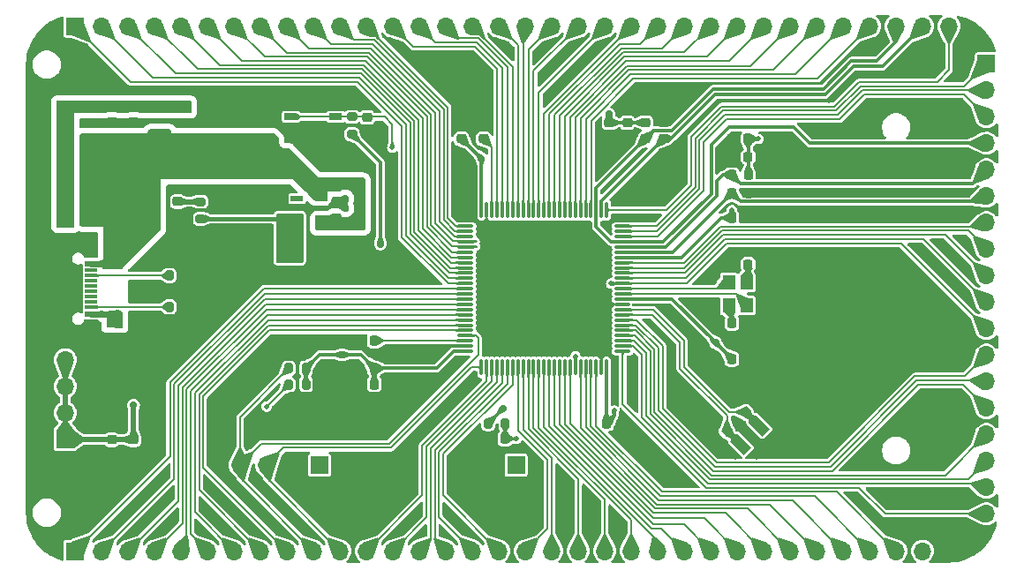
<source format=gtl>
%TF.GenerationSoftware,KiCad,Pcbnew,8.0.4*%
%TF.CreationDate,2024-08-23T17:26:40+08:00*%
%TF.ProjectId,UINIO-MCU-HC32F460PETB,55494e49-4f2d-44d4-9355-2d4843333246,Version 1.0.0*%
%TF.SameCoordinates,PX71f45d0PY4ce7800*%
%TF.FileFunction,Copper,L1,Top*%
%TF.FilePolarity,Positive*%
%FSLAX46Y46*%
G04 Gerber Fmt 4.6, Leading zero omitted, Abs format (unit mm)*
G04 Created by KiCad (PCBNEW 8.0.4) date 2024-08-23 17:26:40*
%MOMM*%
%LPD*%
G01*
G04 APERTURE LIST*
G04 Aperture macros list*
%AMRoundRect*
0 Rectangle with rounded corners*
0 $1 Rounding radius*
0 $2 $3 $4 $5 $6 $7 $8 $9 X,Y pos of 4 corners*
0 Add a 4 corners polygon primitive as box body*
4,1,4,$2,$3,$4,$5,$6,$7,$8,$9,$2,$3,0*
0 Add four circle primitives for the rounded corners*
1,1,$1+$1,$2,$3*
1,1,$1+$1,$4,$5*
1,1,$1+$1,$6,$7*
1,1,$1+$1,$8,$9*
0 Add four rect primitives between the rounded corners*
20,1,$1+$1,$2,$3,$4,$5,0*
20,1,$1+$1,$4,$5,$6,$7,0*
20,1,$1+$1,$6,$7,$8,$9,0*
20,1,$1+$1,$8,$9,$2,$3,0*%
%AMRotRect*
0 Rectangle, with rotation*
0 The origin of the aperture is its center*
0 $1 length*
0 $2 width*
0 $3 Rotation angle, in degrees counterclockwise*
0 Add horizontal line*
21,1,$1,$2,0,0,$3*%
G04 Aperture macros list end*
%TA.AperFunction,SMDPad,CuDef*%
%ADD10RoundRect,0.218750X0.218750X0.256250X-0.218750X0.256250X-0.218750X-0.256250X0.218750X-0.256250X0*%
%TD*%
%TA.AperFunction,SMDPad,CuDef*%
%ADD11RoundRect,0.200000X0.200000X0.275000X-0.200000X0.275000X-0.200000X-0.275000X0.200000X-0.275000X0*%
%TD*%
%TA.AperFunction,SMDPad,CuDef*%
%ADD12RoundRect,0.225000X0.250000X-0.225000X0.250000X0.225000X-0.250000X0.225000X-0.250000X-0.225000X0*%
%TD*%
%TA.AperFunction,SMDPad,CuDef*%
%ADD13R,1.157000X0.490000*%
%TD*%
%TA.AperFunction,SMDPad,CuDef*%
%ADD14R,1.175000X0.490000*%
%TD*%
%TA.AperFunction,SMDPad,CuDef*%
%ADD15RoundRect,0.225000X-0.225000X-0.250000X0.225000X-0.250000X0.225000X0.250000X-0.225000X0.250000X0*%
%TD*%
%TA.AperFunction,SMDPad,CuDef*%
%ADD16RoundRect,0.225000X0.225000X0.250000X-0.225000X0.250000X-0.225000X-0.250000X0.225000X-0.250000X0*%
%TD*%
%TA.AperFunction,ComponentPad*%
%ADD17O,1.700000X1.700000*%
%TD*%
%TA.AperFunction,ComponentPad*%
%ADD18R,1.700000X1.700000*%
%TD*%
%TA.AperFunction,SMDPad,CuDef*%
%ADD19RoundRect,0.225000X-0.250000X0.225000X-0.250000X-0.225000X0.250000X-0.225000X0.250000X0.225000X0*%
%TD*%
%TA.AperFunction,SMDPad,CuDef*%
%ADD20RoundRect,0.218750X-0.256250X0.218750X-0.256250X-0.218750X0.256250X-0.218750X0.256250X0.218750X0*%
%TD*%
%TA.AperFunction,SMDPad,CuDef*%
%ADD21RoundRect,0.200000X-0.275000X0.200000X-0.275000X-0.200000X0.275000X-0.200000X0.275000X0.200000X0*%
%TD*%
%TA.AperFunction,SMDPad,CuDef*%
%ADD22RotRect,1.000000X1.800000X45.000000*%
%TD*%
%TA.AperFunction,ComponentPad*%
%ADD23O,2.100000X1.000000*%
%TD*%
%TA.AperFunction,ComponentPad*%
%ADD24O,1.900000X1.000000*%
%TD*%
%TA.AperFunction,SMDPad,CuDef*%
%ADD25R,1.150000X0.600000*%
%TD*%
%TA.AperFunction,SMDPad,CuDef*%
%ADD26R,1.150000X0.300000*%
%TD*%
%TA.AperFunction,SMDPad,CuDef*%
%ADD27RoundRect,0.200000X-0.200000X-0.275000X0.200000X-0.275000X0.200000X0.275000X-0.200000X0.275000X0*%
%TD*%
%TA.AperFunction,SMDPad,CuDef*%
%ADD28R,1.200000X0.650000*%
%TD*%
%TA.AperFunction,SMDPad,CuDef*%
%ADD29RoundRect,0.218750X0.256250X-0.218750X0.256250X0.218750X-0.256250X0.218750X-0.256250X-0.218750X0*%
%TD*%
%TA.AperFunction,SMDPad,CuDef*%
%ADD30RoundRect,0.250000X-0.625000X0.375000X-0.625000X-0.375000X0.625000X-0.375000X0.625000X0.375000X0*%
%TD*%
%TA.AperFunction,SMDPad,CuDef*%
%ADD31RoundRect,0.225000X-0.335876X-0.017678X-0.017678X-0.335876X0.335876X0.017678X0.017678X0.335876X0*%
%TD*%
%TA.AperFunction,SMDPad,CuDef*%
%ADD32O,1.600000X0.300000*%
%TD*%
%TA.AperFunction,SMDPad,CuDef*%
%ADD33O,0.300000X1.600000*%
%TD*%
%TA.AperFunction,SMDPad,CuDef*%
%ADD34R,1.200000X1.400000*%
%TD*%
%TA.AperFunction,ViaPad*%
%ADD35C,0.700000*%
%TD*%
%TA.AperFunction,ViaPad*%
%ADD36C,0.500000*%
%TD*%
%TA.AperFunction,Conductor*%
%ADD37C,0.500000*%
%TD*%
%TA.AperFunction,Conductor*%
%ADD38C,0.200000*%
%TD*%
%TA.AperFunction,Conductor*%
%ADD39C,0.300000*%
%TD*%
%TA.AperFunction,Conductor*%
%ADD40C,0.600000*%
%TD*%
%TA.AperFunction,Conductor*%
%ADD41C,0.400000*%
%TD*%
G04 APERTURE END LIST*
D10*
%TO.P,L3,1,1*%
%TO.N,GND*%
X54587500Y-11250000D03*
%TO.P,L3,2,2*%
%TO.N,/AVSS{slash}VREFL*%
X53012500Y-11250000D03*
%TD*%
D11*
%TO.P,R4,1*%
%TO.N,/PB11{slash}MD*%
X31290000Y-33380000D03*
%TO.P,R4,2*%
%TO.N,VCC_3.3V*%
X29640000Y-33380000D03*
%TD*%
D12*
%TO.P,C2,1*%
%TO.N,GND*%
X41260000Y-6057500D03*
%TO.P,C2,2*%
%TO.N,VCC_3.3V*%
X41260000Y-4507500D03*
%TD*%
D13*
%TO.P,U1,1,VIN*%
%TO.N,VCC_5V*%
X13614000Y-13690000D03*
%TO.P,U1,2,VSS*%
%TO.N,GND*%
X13614000Y-12740000D03*
%TO.P,U1,3,CE*%
%TO.N,VCC_5V*%
X13614000Y-11790000D03*
D14*
%TO.P,U1,4,NC*%
%TO.N,unconnected-(U1-NC-Pad4)*%
X11306000Y-11790000D03*
%TO.P,U1,5,VOUT*%
%TO.N,VCC_3.3V*%
X11306000Y-13690000D03*
%TD*%
D12*
%TO.P,C1,1*%
%TO.N,GND*%
X42990000Y-6057500D03*
%TO.P,C1,2*%
%TO.N,VCC_3.3V*%
X42990000Y-4507500D03*
%TD*%
D15*
%TO.P,C17,1*%
%TO.N,GND*%
X17175000Y-28080000D03*
%TO.P,C17,2*%
%TO.N,VCC_3.3V*%
X18725000Y-28080000D03*
%TD*%
D10*
%TO.P,L4,1,1*%
%TO.N,VCC_3.3V*%
X54587500Y-9520000D03*
%TO.P,L4,2,2*%
%TO.N,/VREFH*%
X53012500Y-9520000D03*
%TD*%
D16*
%TO.P,C20,1*%
%TO.N,GND*%
X54565000Y-27200000D03*
%TO.P,C20,2*%
%TO.N,VCC_3.3V*%
X53015000Y-27200000D03*
%TD*%
D17*
%TO.P,J7,4,Pin_4*%
%TO.N,/PA13{slash}JTMS_SWDIO*%
X5840000Y-37370000D03*
%TO.P,J7,3,Pin_3*%
%TO.N,/PA14{slash}JTCK_SWCLK*%
X8380000Y-37370000D03*
%TO.P,J7,2,Pin_2*%
%TO.N,GND*%
X10920000Y-37370000D03*
D18*
%TO.P,J7,1,Pin_1*%
%TO.N,VCC_3.3V*%
X13460000Y-37370000D03*
%TD*%
D19*
%TO.P,C4,1*%
%TO.N,GND*%
X15100000Y-12142500D03*
%TO.P,C4,2*%
%TO.N,VCC_5V*%
X15100000Y-13692500D03*
%TD*%
D18*
%TO.P,J4,1,Pin_1*%
%TO.N,/PB11{slash}MD*%
X32320000Y-37370000D03*
D17*
%TO.P,J4,2,Pin_2*%
%TO.N,GND*%
X29780000Y-37370000D03*
%TO.P,J4,3,Pin_3*%
X27240000Y-37370000D03*
%TD*%
D18*
%TO.P,J8,1,Pin_1*%
%TO.N,VCC_3.3V*%
X-10920000Y-34900000D03*
D17*
%TO.P,J8,2,Pin_2*%
X-10920000Y-32360000D03*
%TO.P,J8,3,Pin_3*%
X-10920000Y-29820000D03*
%TO.P,J8,4,Pin_4*%
X-10920000Y-27280000D03*
%TD*%
D20*
%TO.P,L2,1,1*%
%TO.N,VCC_3.3V*%
X44720000Y-4495000D03*
%TO.P,L2,2,2*%
%TO.N,/AVCC*%
X44720000Y-6070000D03*
%TD*%
D21*
%TO.P,R5,1*%
%TO.N,/NRST*%
X16574000Y-3960000D03*
%TO.P,R5,2*%
%TO.N,VCC_3.3V*%
X16574000Y-5610000D03*
%TD*%
D15*
%TO.P,C9,1*%
%TO.N,GND*%
X29690000Y-34840000D03*
%TO.P,C9,2*%
%TO.N,/PB11{slash}MD*%
X31240000Y-34840000D03*
%TD*%
D22*
%TO.P,Y1,1,1*%
%TO.N,Net-(U2-PC15{slash}XTAL32_IN)*%
X55643368Y-33623610D03*
%TO.P,Y1,2,2*%
%TO.N,Net-(U2-PC14{slash}XTAL32_OUT)*%
X53875602Y-35391376D03*
%TD*%
D19*
%TO.P,C8,1*%
%TO.N,GND*%
X27090000Y-4507500D03*
%TO.P,C8,2*%
%TO.N,VCC_3.3V*%
X27090000Y-6057500D03*
%TD*%
D18*
%TO.P,J5,1,Pin_1*%
%TO.N,Net-(J5-Pin_1)*%
X-10920000Y-5990000D03*
D17*
%TO.P,J5,2,Pin_2*%
X-10920000Y-8530000D03*
%TO.P,J5,3,Pin_3*%
X-10920000Y-11070000D03*
%TO.P,J5,4,Pin_4*%
X-10920000Y-13610000D03*
%TD*%
D12*
%TO.P,C24,2*%
%TO.N,VCC_3.3V*%
X-6460000Y-34930000D03*
%TO.P,C24,1*%
%TO.N,GND*%
X-6460000Y-36480000D03*
%TD*%
D23*
%TO.P,USB1,13,GND*%
%TO.N,GND*%
X-9190000Y-16120000D03*
%TO.P,USB1,14,GND*%
X-9190000Y-24770000D03*
D24*
%TO.P,USB1,15,GND*%
X-13390000Y-16120000D03*
%TO.P,USB1,16,GND*%
X-13390000Y-24770000D03*
D25*
%TO.P,USB1,A1B12,GND*%
X-8428000Y-17245000D03*
%TO.P,USB1,A4B9,VBUS*%
%TO.N,VCC_5V*%
X-8428000Y-18045000D03*
D26*
%TO.P,USB1,A5,CC1*%
%TO.N,Net-(USB1-CC1)*%
X-8428000Y-19195000D03*
%TO.P,USB1,A6,DP1*%
%TO.N,unconnected-(USB1-DP1-PadA6)*%
X-8428000Y-20195000D03*
%TO.P,USB1,A7,DN1*%
%TO.N,unconnected-(USB1-DN1-PadA7)*%
X-8428000Y-20695000D03*
%TO.P,USB1,A8,SBU1*%
%TO.N,unconnected-(USB1-SBU1-PadA8)*%
X-8428000Y-21695000D03*
D25*
%TO.P,USB1,B1A12,GND*%
%TO.N,GND*%
X-8428000Y-23645000D03*
%TO.P,USB1,B4A9,VBUS*%
%TO.N,VCC_5V*%
X-8428000Y-22845000D03*
D26*
%TO.P,USB1,B5,CC2*%
%TO.N,Net-(USB1-CC2)*%
X-8428000Y-22195000D03*
%TO.P,USB1,B6,DP2*%
%TO.N,unconnected-(USB1-DP2-PadB6)*%
X-8428000Y-21195000D03*
%TO.P,USB1,B7,DN2*%
%TO.N,unconnected-(USB1-DN2-PadB7)*%
X-8428000Y-19695000D03*
%TO.P,USB1,B8,SBU2*%
%TO.N,unconnected-(USB1-SBU2-PadB8)*%
X-8428000Y-18695000D03*
%TD*%
D27*
%TO.P,R7,2*%
%TO.N,VCC_3.3V*%
X12170000Y-28080000D03*
%TO.P,R7,1*%
%TO.N,/PA13{slash}JTMS_SWDIO*%
X10520000Y-28080000D03*
%TD*%
D18*
%TO.P,J9,1,Pin_1*%
%TO.N,GND*%
X-13580000Y-34900000D03*
D17*
%TO.P,J9,2,Pin_2*%
X-13580000Y-32360000D03*
%TO.P,J9,3,Pin_3*%
X-13580000Y-29820000D03*
%TO.P,J9,4,Pin_4*%
X-13580000Y-27280000D03*
%TD*%
D19*
%TO.P,C7,1*%
%TO.N,GND*%
X9820000Y-12142500D03*
%TO.P,C7,2*%
%TO.N,VCC_3.3V*%
X9820000Y-13692500D03*
%TD*%
D16*
%TO.P,C19,1*%
%TO.N,GND*%
X42550000Y-33380000D03*
%TO.P,C19,2*%
%TO.N,VCC_3.3V*%
X41000000Y-33380000D03*
%TD*%
D11*
%TO.P,R6,1*%
%TO.N,VCC_3.3V*%
X12170000Y-29640000D03*
%TO.P,R6,2*%
%TO.N,/PA14{slash}JTCK_SWCLK*%
X10520000Y-29640000D03*
%TD*%
D16*
%TO.P,C21,1*%
%TO.N,GND*%
X54575000Y-13650000D03*
%TO.P,C21,2*%
%TO.N,VCC_3.3V*%
X53025000Y-13650000D03*
%TD*%
D18*
%TO.P,J3,1,Pin_1*%
%TO.N,/PD15*%
X-9970000Y4730000D03*
D17*
%TO.P,J3,2,Pin_2*%
%TO.N,/PD14*%
X-7430000Y4730000D03*
%TO.P,J3,3,Pin_3*%
%TO.N,/PD13*%
X-4890000Y4730000D03*
%TO.P,J3,4,Pin_4*%
%TO.N,/PD12*%
X-2350000Y4730000D03*
%TO.P,J3,5,Pin_5*%
%TO.N,/PD11*%
X190000Y4730000D03*
%TO.P,J3,6,Pin_6*%
%TO.N,/PD10*%
X2730000Y4730000D03*
%TO.P,J3,7,Pin_7*%
%TO.N,/PD9*%
X5270000Y4730000D03*
%TO.P,J3,8,Pin_8*%
%TO.N,/PD8*%
X7810000Y4730000D03*
%TO.P,J3,9,Pin_9*%
%TO.N,/PB15*%
X10350000Y4730000D03*
%TO.P,J3,10,Pin_10*%
%TO.N,/PB14*%
X12890000Y4730000D03*
%TO.P,J3,11,Pin_11*%
%TO.N,/PB13*%
X15430000Y4730000D03*
%TO.P,J3,12,Pin_12*%
%TO.N,/PB12*%
X17970000Y4730000D03*
%TO.P,J3,13,Pin_13*%
%TO.N,/PB10*%
X20510000Y4730000D03*
%TO.P,J3,14,Pin_14*%
%TO.N,/PE15*%
X23050000Y4730000D03*
%TO.P,J3,15,Pin_15*%
%TO.N,/PE14*%
X25590000Y4730000D03*
%TO.P,J3,16,Pin_16*%
%TO.N,/PE13*%
X28130000Y4730000D03*
%TO.P,J3,17,Pin_17*%
%TO.N,/PE12*%
X30670000Y4730000D03*
%TO.P,J3,18,Pin_18*%
%TO.N,/PE11*%
X33210000Y4730000D03*
%TO.P,J3,19,Pin_19*%
%TO.N,/PE10*%
X35750000Y4730000D03*
%TO.P,J3,20,Pin_20*%
%TO.N,/PE9*%
X38290000Y4730000D03*
%TO.P,J3,21,Pin_21*%
%TO.N,/PE8*%
X40830000Y4730000D03*
%TO.P,J3,22,Pin_22*%
%TO.N,/PE7*%
X43370000Y4730000D03*
%TO.P,J3,23,Pin_23*%
%TO.N,/PB2*%
X45910000Y4730000D03*
%TO.P,J3,24,Pin_24*%
%TO.N,/PB1*%
X48450000Y4730000D03*
%TO.P,J3,25,Pin_25*%
%TO.N,/PB0*%
X50990000Y4730000D03*
%TO.P,J3,26,Pin_26*%
%TO.N,/PC5*%
X53530000Y4730000D03*
%TO.P,J3,27,Pin_27*%
%TO.N,/PC4*%
X56070000Y4730000D03*
%TO.P,J3,28,Pin_28*%
%TO.N,/PA7*%
X58610000Y4730000D03*
%TO.P,J3,29,Pin_29*%
%TO.N,/PA6*%
X61150000Y4730000D03*
%TO.P,J3,30,Pin_30*%
%TO.N,/PA5*%
X63690000Y4730000D03*
%TO.P,J3,31,Pin_31*%
%TO.N,/PA4*%
X66230000Y4730000D03*
%TO.P,J3,32,Pin_32*%
%TO.N,/AVCC*%
X68770000Y4730000D03*
%TO.P,J3,33,Pin_33*%
%TO.N,/AVSS*%
X71310000Y4730000D03*
%TO.P,J3,34,Pin_34*%
%TO.N,/PA3*%
X73850000Y4730000D03*
%TD*%
D12*
%TO.P,C23,2*%
%TO.N,VCC_3.3V*%
X-4370000Y-34930000D03*
%TO.P,C23,1*%
%TO.N,GND*%
X-4370000Y-36480000D03*
%TD*%
D18*
%TO.P,J1,1,Pin_1*%
%TO.N,/PA2*%
X77430000Y1130000D03*
D17*
%TO.P,J1,2,Pin_2*%
%TO.N,/PA1*%
X77430000Y-1410000D03*
%TO.P,J1,3,Pin_3*%
%TO.N,/PA0*%
X77430000Y-3950000D03*
%TO.P,J1,4,Pin_4*%
%TO.N,/AVCC*%
X77430000Y-6490000D03*
%TO.P,J1,5,Pin_5*%
%TO.N,/VREFH*%
X77430000Y-9030000D03*
%TO.P,J1,6,Pin_6*%
%TO.N,/AVSS{slash}VREFL*%
X77430000Y-11570000D03*
%TO.P,J1,7,Pin_7*%
%TO.N,/PC3*%
X77430000Y-14110000D03*
%TO.P,J1,8,Pin_8*%
%TO.N,/PC2*%
X77430000Y-16650000D03*
%TO.P,J1,9,Pin_9*%
%TO.N,/PC1*%
X77430000Y-19190000D03*
%TO.P,J1,10,Pin_10*%
%TO.N,/PC0*%
X77430000Y-21730000D03*
%TO.P,J1,11,Pin_11*%
%TO.N,/NRST*%
X77430000Y-24270000D03*
%TO.P,J1,12,Pin_12*%
%TO.N,/PC13*%
X77430000Y-26810000D03*
%TO.P,J1,13,Pin_13*%
%TO.N,/PH2*%
X77430000Y-29350000D03*
%TO.P,J1,14,Pin_14*%
%TO.N,/PE6*%
X77430000Y-31890000D03*
%TO.P,J1,15,Pin_15*%
%TO.N,/PE5*%
X77430000Y-34430000D03*
%TO.P,J1,16,Pin_16*%
%TO.N,/PE4*%
X77430000Y-36970000D03*
%TO.P,J1,17,Pin_17*%
%TO.N,/PE3*%
X77430000Y-39510000D03*
%TO.P,J1,18,Pin_18*%
%TO.N,/PE2*%
X77430000Y-42050000D03*
%TD*%
D19*
%TO.P,C12,1*%
%TO.N,GND*%
X29210000Y-4507500D03*
%TO.P,C12,2*%
%TO.N,Net-(U2-VCAP_1)*%
X29210000Y-6057500D03*
%TD*%
D28*
%TO.P,SW1,1,1*%
%TO.N,/NRST*%
X10719000Y-3960000D03*
%TO.P,SW1,2,2*%
X15019000Y-3960000D03*
%TO.P,SW1,3,3*%
%TO.N,GND*%
X10719000Y-6110000D03*
%TO.P,SW1,4,4*%
X15019000Y-6110000D03*
%TD*%
D19*
%TO.P,C11,2*%
%TO.N,VCC_5V*%
X-6460000Y-5985000D03*
%TO.P,C11,1*%
%TO.N,GND*%
X-6460000Y-4435000D03*
%TD*%
D15*
%TO.P,C6,1*%
%TO.N,GND*%
X17175000Y-29640000D03*
%TO.P,C6,2*%
%TO.N,VCC_3.3V*%
X18725000Y-29640000D03*
%TD*%
D29*
%TO.P,D1,1,K*%
%TO.N,GND*%
X-140000Y-13665000D03*
%TO.P,D1,2,A*%
%TO.N,Net-(D1-A)*%
X-140000Y-12090000D03*
%TD*%
D27*
%TO.P,R1,2*%
%TO.N,GND*%
X730000Y-19180000D03*
%TO.P,R1,1*%
%TO.N,Net-(USB1-CC1)*%
X-920000Y-19180000D03*
%TD*%
D16*
%TO.P,C18,1*%
%TO.N,GND*%
X54575000Y-23770000D03*
%TO.P,C18,2*%
%TO.N,Net-(C18-Pad2)*%
X53025000Y-23770000D03*
%TD*%
D20*
%TO.P,L1,1,1*%
%TO.N,GND*%
X46450000Y-4495000D03*
%TO.P,L1,2,2*%
%TO.N,/AVSS*%
X46450000Y-6070000D03*
%TD*%
D15*
%TO.P,C14,1*%
%TO.N,GND*%
X53025000Y-18110000D03*
%TO.P,C14,2*%
%TO.N,Net-(C14-Pad2)*%
X54575000Y-18110000D03*
%TD*%
D12*
%TO.P,C13,1*%
%TO.N,GND*%
X18034000Y-5560000D03*
%TO.P,C13,2*%
%TO.N,/NRST*%
X18034000Y-4010000D03*
%TD*%
D21*
%TO.P,R3,1*%
%TO.N,Net-(D1-A)*%
X2070000Y-12092500D03*
%TO.P,R3,2*%
%TO.N,VCC_3.3V*%
X2070000Y-13742500D03*
%TD*%
D30*
%TO.P,F1,2*%
%TO.N,VCC_5V*%
X-1870000Y-5810000D03*
%TO.P,F1,1*%
%TO.N,Net-(J5-Pin_1)*%
X-1870000Y-3010000D03*
%TD*%
D15*
%TO.P,C3,1*%
%TO.N,GND*%
X53025000Y-6060000D03*
%TO.P,C3,2*%
%TO.N,VCC_3.3V*%
X54575000Y-6060000D03*
%TD*%
D27*
%TO.P,R2,2*%
%TO.N,GND*%
X730000Y-22180000D03*
%TO.P,R2,1*%
%TO.N,Net-(USB1-CC2)*%
X-920000Y-22180000D03*
%TD*%
D19*
%TO.P,C10,2*%
%TO.N,VCC_5V*%
X-4370000Y-5985000D03*
%TO.P,C10,1*%
%TO.N,GND*%
X-4370000Y-4435000D03*
%TD*%
D18*
%TO.P,J6,1,Pin_1*%
%TO.N,GND*%
X-13580000Y-5990000D03*
D17*
%TO.P,J6,2,Pin_2*%
X-13580000Y-8530000D03*
%TO.P,J6,3,Pin_3*%
X-13580000Y-11070000D03*
%TO.P,J6,4,Pin_4*%
X-13580000Y-13610000D03*
%TD*%
D15*
%TO.P,C5,1*%
%TO.N,GND*%
X53025000Y-7790000D03*
%TO.P,C5,2*%
%TO.N,VCC_3.3V*%
X54575000Y-7790000D03*
%TD*%
D31*
%TO.P,C16,1*%
%TO.N,GND*%
X53248044Y-31200000D03*
%TO.P,C16,2*%
%TO.N,Net-(U2-PC15{slash}XTAL32_IN)*%
X54344060Y-32296016D03*
%TD*%
D15*
%TO.P,C22,1*%
%TO.N,GND*%
X17175000Y-25440000D03*
%TO.P,C22,2*%
%TO.N,Net-(U2-VCAP_2)*%
X18725000Y-25440000D03*
%TD*%
D32*
%TO.P,U2,1,PE2*%
%TO.N,/PE2*%
X42550000Y-26445000D03*
%TO.P,U2,2,PE3*%
%TO.N,/PE3*%
X42550000Y-25945000D03*
%TO.P,U2,3,PE4*%
%TO.N,/PE4*%
X42550000Y-25445000D03*
%TO.P,U2,4,PE5*%
%TO.N,/PE5*%
X42550000Y-24945000D03*
%TO.P,U2,5,PE6*%
%TO.N,/PE6*%
X42550000Y-24445000D03*
%TO.P,U2,6,PH2*%
%TO.N,/PH2*%
X42550000Y-23945000D03*
%TO.P,U2,7,PC13*%
%TO.N,/PC13*%
X42550000Y-23445000D03*
%TO.P,U2,8,PC14/XTAL32_OUT*%
%TO.N,Net-(U2-PC14{slash}XTAL32_OUT)*%
X42550000Y-22945000D03*
%TO.P,U2,9,PC15/XTAL32_IN*%
%TO.N,Net-(U2-PC15{slash}XTAL32_IN)*%
X42550000Y-22445000D03*
%TO.P,U2,10,VSS*%
%TO.N,GND*%
X42550000Y-21945000D03*
%TO.P,U2,11,VCC*%
%TO.N,VCC_3.3V*%
X42550000Y-21445000D03*
%TO.P,U2,12,PH0/XTAL_IN*%
%TO.N,Net-(U2-PH0{slash}XTAL_IN)*%
X42550000Y-20945000D03*
%TO.P,U2,13,PH1/XTAL_OUT*%
%TO.N,Net-(U2-PH1{slash}XTAL_OUT)*%
X42550000Y-20445000D03*
%TO.P,U2,14,NRST*%
%TO.N,/NRST*%
X42550000Y-19945000D03*
%TO.P,U2,15,PC0/ADC12_IN10*%
%TO.N,/PC0*%
X42550000Y-19445000D03*
%TO.P,U2,16,PC1/ADC12_IN11*%
%TO.N,/PC1*%
X42550000Y-18945000D03*
%TO.P,U2,17,PC2/ADC1_IN12*%
%TO.N,/PC2*%
X42550000Y-18445000D03*
%TO.P,U2,18,PC3/ADC1_IN13*%
%TO.N,/PC3*%
X42550000Y-17945000D03*
%TO.P,U2,19,VCC*%
%TO.N,VCC_3.3V*%
X42550000Y-17445000D03*
%TO.P,U2,20,AVSS/VREFL*%
%TO.N,/AVSS{slash}VREFL*%
X42550000Y-16945000D03*
%TO.P,U2,21,VREFH*%
%TO.N,/VREFH*%
X42550000Y-16445000D03*
%TO.P,U2,22,AVCC*%
%TO.N,/AVCC*%
X42550000Y-15945000D03*
%TO.P,U2,23,PA0/ADC1_IN0*%
%TO.N,/PA0*%
X42550000Y-15445000D03*
%TO.P,U2,24,PA1/ADC1_IN1*%
%TO.N,/PA1*%
X42550000Y-14945000D03*
%TO.P,U2,25,PA2/ADC1_IN2*%
%TO.N,/PA2*%
X42550000Y-14445000D03*
D33*
%TO.P,U2,26,PA3/ADC1_IN3*%
%TO.N,/PA3*%
X41000000Y-12895000D03*
%TO.P,U2,27,AVSS*%
%TO.N,/AVSS*%
X40500000Y-12895000D03*
%TO.P,U2,28,AVCC*%
%TO.N,/AVCC*%
X40000000Y-12895000D03*
%TO.P,U2,29,PA4/ADC12_IN4*%
%TO.N,/PA4*%
X39500000Y-12895000D03*
%TO.P,U2,30,PA5/ADC12_IN5*%
%TO.N,/PA5*%
X39000000Y-12895000D03*
%TO.P,U2,31,PA6/ADC12_IN6*%
%TO.N,/PA6*%
X38500000Y-12895000D03*
%TO.P,U2,32,PA7/ADC12_IN7*%
%TO.N,/PA7*%
X38000000Y-12895000D03*
%TO.P,U2,33,PC4/ADC1_IN14*%
%TO.N,/PC4*%
X37500000Y-12895000D03*
%TO.P,U2,34,PC5/ADC1_IN15*%
%TO.N,/PC5*%
X37000000Y-12895000D03*
%TO.P,U2,35,PB0/ADC12_IN8*%
%TO.N,/PB0*%
X36500000Y-12895000D03*
%TO.P,U2,36,PB1/ADC12_IN9*%
%TO.N,/PB1*%
X36000000Y-12895000D03*
%TO.P,U2,37,PB2/PVD2EXINP*%
%TO.N,/PB2*%
X35500000Y-12895000D03*
%TO.P,U2,38,PE7*%
%TO.N,/PE7*%
X35000000Y-12895000D03*
%TO.P,U2,39,PE8*%
%TO.N,/PE8*%
X34500000Y-12895000D03*
%TO.P,U2,40,PE9*%
%TO.N,/PE9*%
X34000000Y-12895000D03*
%TO.P,U2,41,PE10*%
%TO.N,/PE10*%
X33500000Y-12895000D03*
%TO.P,U2,42,PE11*%
%TO.N,/PE11*%
X33000000Y-12895000D03*
%TO.P,U2,43,PE12*%
%TO.N,/PE12*%
X32500000Y-12895000D03*
%TO.P,U2,44,PE13*%
%TO.N,/PE13*%
X32000000Y-12895000D03*
%TO.P,U2,45,PE14*%
%TO.N,/PE14*%
X31500000Y-12895000D03*
%TO.P,U2,46,PE15*%
%TO.N,/PE15*%
X31000000Y-12895000D03*
%TO.P,U2,47,PB10*%
%TO.N,/PB10*%
X30500000Y-12895000D03*
%TO.P,U2,48,VCAP_1*%
%TO.N,Net-(U2-VCAP_1)*%
X30000000Y-12895000D03*
%TO.P,U2,49,VSS*%
%TO.N,GND*%
X29500000Y-12895000D03*
%TO.P,U2,50,VCC*%
%TO.N,VCC_3.3V*%
X29000000Y-12895000D03*
D32*
%TO.P,U2,51,PB12*%
%TO.N,/PB12*%
X27450000Y-14445000D03*
%TO.P,U2,52,PB13*%
%TO.N,/PB13*%
X27450000Y-14945000D03*
%TO.P,U2,53,PB14*%
%TO.N,/PB14*%
X27450000Y-15445000D03*
%TO.P,U2,54,PB15*%
%TO.N,/PB15*%
X27450000Y-15945000D03*
%TO.P,U2,55,PD8*%
%TO.N,/PD8*%
X27450000Y-16445000D03*
%TO.P,U2,56,PD9*%
%TO.N,/PD9*%
X27450000Y-16945000D03*
%TO.P,U2,57,PD10*%
%TO.N,/PD10*%
X27450000Y-17445000D03*
%TO.P,U2,58,PD11*%
%TO.N,/PD11*%
X27450000Y-17945000D03*
%TO.P,U2,59,PD12*%
%TO.N,/PD12*%
X27450000Y-18445000D03*
%TO.P,U2,60,PD13*%
%TO.N,/PD13*%
X27450000Y-18945000D03*
%TO.P,U2,61,PD14*%
%TO.N,/PD14*%
X27450000Y-19445000D03*
%TO.P,U2,62,PD15*%
%TO.N,/PD15*%
X27450000Y-19945000D03*
%TO.P,U2,63,PC6*%
%TO.N,/PC6*%
X27450000Y-20445000D03*
%TO.P,U2,64,PC7*%
%TO.N,/PC7*%
X27450000Y-20945000D03*
%TO.P,U2,65,PC8*%
%TO.N,/PC8*%
X27450000Y-21445000D03*
%TO.P,U2,66,PC9*%
%TO.N,/PC9*%
X27450000Y-21945000D03*
%TO.P,U2,67,PA8*%
%TO.N,/PA8*%
X27450000Y-22445000D03*
%TO.P,U2,68,PA9/USBFS_VBUS*%
%TO.N,/PA9*%
X27450000Y-22945000D03*
%TO.P,U2,69,PA10/USBFS_ID*%
%TO.N,/PA10*%
X27450000Y-23445000D03*
%TO.P,U2,70,PA11/USBFS_DM*%
%TO.N,/PA11*%
X27450000Y-23945000D03*
%TO.P,U2,71,PA12/USBFS_DP*%
%TO.N,/PA12*%
X27450000Y-24445000D03*
%TO.P,U2,72,PA13/JTMS_SWDIO*%
%TO.N,/PA13{slash}JTMS_SWDIO*%
X27450000Y-24945000D03*
%TO.P,U2,73,VCAP_2*%
%TO.N,Net-(U2-VCAP_2)*%
X27450000Y-25445000D03*
%TO.P,U2,74,VSS*%
%TO.N,GND*%
X27450000Y-25945000D03*
%TO.P,U2,75,VCC*%
%TO.N,VCC_3.3V*%
X27450000Y-26445000D03*
D33*
%TO.P,U2,76,PA14/JTCK_SWCLK*%
%TO.N,/PA14{slash}JTCK_SWCLK*%
X29000000Y-27995000D03*
%TO.P,U2,77,PA15/JTDI*%
%TO.N,/PA15*%
X29500000Y-27995000D03*
%TO.P,U2,78,PC10*%
%TO.N,/PC10*%
X30000000Y-27995000D03*
%TO.P,U2,79,PC11*%
%TO.N,/PC11*%
X30500000Y-27995000D03*
%TO.P,U2,80,PC12*%
%TO.N,/PC12*%
X31000000Y-27995000D03*
%TO.P,U2,81,PD0*%
%TO.N,/PD0*%
X31500000Y-27995000D03*
%TO.P,U2,82,PD1*%
%TO.N,/PD1*%
X32000000Y-27995000D03*
%TO.P,U2,83,PD2*%
%TO.N,/PD2*%
X32500000Y-27995000D03*
%TO.P,U2,84,PD3*%
%TO.N,/PD3*%
X33000000Y-27995000D03*
%TO.P,U2,85,PD4*%
%TO.N,/PD4*%
X33500000Y-27995000D03*
%TO.P,U2,86,PD5*%
%TO.N,/PD5*%
X34000000Y-27995000D03*
%TO.P,U2,87,PD6*%
%TO.N,/PD6*%
X34500000Y-27995000D03*
%TO.P,U2,88,PD7*%
%TO.N,/PD7*%
X35000000Y-27995000D03*
%TO.P,U2,89,PB3/JTDO_TRACESWO*%
%TO.N,/PB3*%
X35500000Y-27995000D03*
%TO.P,U2,90,PB4/NJTRST*%
%TO.N,/PB4*%
X36000000Y-27995000D03*
%TO.P,U2,91,PB5*%
%TO.N,/PB5*%
X36500000Y-27995000D03*
%TO.P,U2,92,PB6*%
%TO.N,/PB6*%
X37000000Y-27995000D03*
%TO.P,U2,93,PB7*%
%TO.N,/PB7*%
X37500000Y-27995000D03*
%TO.P,U2,94,PB11/MD*%
%TO.N,/PB11{slash}MD*%
X38000000Y-27995000D03*
%TO.P,U2,95,PB8*%
%TO.N,/PB8*%
X38500000Y-27995000D03*
%TO.P,U2,96,PB9*%
%TO.N,/PB9*%
X39000000Y-27995000D03*
%TO.P,U2,97,PE0*%
%TO.N,/PE0*%
X39500000Y-27995000D03*
%TO.P,U2,98,PE1*%
%TO.N,/PE1*%
X40000000Y-27995000D03*
%TO.P,U2,99,VSS*%
%TO.N,GND*%
X40500000Y-27995000D03*
%TO.P,U2,100,VCC*%
%TO.N,VCC_3.3V*%
X41000000Y-27995000D03*
%TD*%
D31*
%TO.P,C15,1*%
%TO.N,GND*%
X51451992Y-32996052D03*
%TO.P,C15,2*%
%TO.N,Net-(U2-PC14{slash}XTAL32_OUT)*%
X52548008Y-34092068D03*
%TD*%
D18*
%TO.P,J2,1,Pin_1*%
%TO.N,/PC6*%
X-9970000Y-45620000D03*
D17*
%TO.P,J2,2,Pin_2*%
%TO.N,/PC7*%
X-7430000Y-45620000D03*
%TO.P,J2,3,Pin_3*%
%TO.N,/PC8*%
X-4890000Y-45620000D03*
%TO.P,J2,4,Pin_4*%
%TO.N,/PC9*%
X-2350000Y-45620000D03*
%TO.P,J2,5,Pin_5*%
%TO.N,/PA8*%
X190000Y-45620000D03*
%TO.P,J2,6,Pin_6*%
%TO.N,/PA9*%
X2730000Y-45620000D03*
%TO.P,J2,7,Pin_7*%
%TO.N,/PA10*%
X5270000Y-45620000D03*
%TO.P,J2,8,Pin_8*%
%TO.N,/PA11*%
X7810000Y-45620000D03*
%TO.P,J2,9,Pin_9*%
%TO.N,/PA12*%
X10350000Y-45620000D03*
%TO.P,J2,10,Pin_10*%
%TO.N,/PA13{slash}JTMS_SWDIO*%
X12890000Y-45620000D03*
%TO.P,J2,11,Pin_11*%
%TO.N,/PA14{slash}JTCK_SWCLK*%
X15430000Y-45620000D03*
%TO.P,J2,12,Pin_12*%
%TO.N,/PA15*%
X17970000Y-45620000D03*
%TO.P,J2,13,Pin_13*%
%TO.N,/PC10*%
X20510000Y-45620000D03*
%TO.P,J2,14,Pin_14*%
%TO.N,/PC11*%
X23050000Y-45620000D03*
%TO.P,J2,15,Pin_15*%
%TO.N,/PC12*%
X25590000Y-45620000D03*
%TO.P,J2,16,Pin_16*%
%TO.N,/PD0*%
X28130000Y-45620000D03*
%TO.P,J2,17,Pin_17*%
%TO.N,/PD1*%
X30670000Y-45620000D03*
%TO.P,J2,18,Pin_18*%
%TO.N,/PD2*%
X33210000Y-45620000D03*
%TO.P,J2,19,Pin_19*%
%TO.N,/PD3*%
X35750000Y-45620000D03*
%TO.P,J2,20,Pin_20*%
%TO.N,/PD4*%
X38290000Y-45620000D03*
%TO.P,J2,21,Pin_21*%
%TO.N,/PD5*%
X40830000Y-45620000D03*
%TO.P,J2,22,Pin_22*%
%TO.N,/PD6*%
X43370000Y-45620000D03*
%TO.P,J2,23,Pin_23*%
%TO.N,/PD7*%
X45910000Y-45620000D03*
%TO.P,J2,24,Pin_24*%
%TO.N,/PB3*%
X48450000Y-45620000D03*
%TO.P,J2,25,Pin_25*%
%TO.N,/PB4*%
X50990000Y-45620000D03*
%TO.P,J2,26,Pin_26*%
%TO.N,/PB5*%
X53530000Y-45620000D03*
%TO.P,J2,27,Pin_27*%
%TO.N,/PB6*%
X56070000Y-45620000D03*
%TO.P,J2,28,Pin_28*%
%TO.N,/PB7*%
X58610000Y-45620000D03*
%TO.P,J2,29,Pin_29*%
%TO.N,/PB8*%
X61150000Y-45620000D03*
%TO.P,J2,30,Pin_30*%
%TO.N,/PB9*%
X63690000Y-45620000D03*
%TO.P,J2,31,Pin_31*%
%TO.N,/PE0*%
X66230000Y-45620000D03*
%TO.P,J2,32,Pin_32*%
%TO.N,/PE1*%
X68770000Y-45620000D03*
%TO.P,J2,33,Pin_33*%
%TO.N,VCC_3.3V*%
X71310000Y-45620000D03*
%TO.P,J2,34,Pin_34*%
%TO.N,GND*%
X73850000Y-45620000D03*
%TD*%
D34*
%TO.P,Y2,1,1*%
%TO.N,Net-(U2-PH1{slash}XTAL_OUT)*%
X52730000Y-19840000D03*
%TO.P,Y2,2,2*%
%TO.N,Net-(C18-Pad2)*%
X52730000Y-22040000D03*
%TO.P,Y2,3,3*%
%TO.N,Net-(U2-PH0{slash}XTAL_IN)*%
X54430000Y-22040000D03*
%TO.P,Y2,4,4*%
%TO.N,Net-(C14-Pad2)*%
X54430000Y-19840000D03*
%TD*%
D35*
%TO.N,VCC_3.3V*%
X-4360000Y-31620000D03*
%TO.N,GND*%
X-170000Y-4500000D03*
X-3370000Y-4500000D03*
X-5410000Y-4500000D03*
D36*
%TO.N,/PA14{slash}JTCK_SWCLK*%
X8410000Y-31750000D03*
%TO.N,GND*%
X11580000Y-43030000D03*
D35*
X37030000Y-16390000D03*
D36*
X22750000Y-26750000D03*
X55372000Y-36576000D03*
X41013000Y-7874000D03*
X56900000Y-11250000D03*
X43750000Y-35000000D03*
D35*
X36030000Y-18390000D03*
D36*
X44500000Y-35750000D03*
D35*
X35030000Y-16390000D03*
D36*
X19750000Y-26750000D03*
X55000000Y-17000000D03*
D35*
X37030000Y-17390000D03*
D36*
X57900000Y-13300000D03*
X52197000Y-24638000D03*
X55970000Y-8810000D03*
X51308000Y-18796000D03*
X52000000Y-18000000D03*
D35*
X37030000Y-21390000D03*
D36*
X39970000Y2570000D03*
D35*
X34030000Y-23390000D03*
X15950000Y-11790000D03*
X33030000Y-17390000D03*
X32030000Y-18390000D03*
X33030000Y-16390000D03*
X33030000Y-19390000D03*
X35030000Y-23390000D03*
X-7700000Y-4500000D03*
D36*
X51308000Y-19812000D03*
X37520000Y2570000D03*
X44220000Y-2910000D03*
D35*
X36030000Y-16390000D03*
D36*
X74980000Y-330000D03*
X36980000Y-43460000D03*
D35*
X15950000Y-12740000D03*
D36*
X52324000Y-30226000D03*
X44970000Y-1410000D03*
X44220000Y-1410000D03*
X46000000Y-37250000D03*
X62310000Y-2360000D03*
X19177000Y-4826000D03*
X59900000Y-11250000D03*
X45720000Y-2160000D03*
X53340000Y-36576000D03*
X57900000Y-11250000D03*
D35*
X33030000Y-22390000D03*
D36*
X51054000Y-34290000D03*
X45250000Y-36500000D03*
X43470000Y-1410000D03*
D35*
X34030000Y-16390000D03*
X985000Y-4500000D03*
X39030000Y-19390000D03*
D36*
X59900000Y-13300000D03*
D35*
X32030000Y-21390000D03*
D36*
X-3470000Y-43040000D03*
X56000000Y-24000000D03*
X56896000Y-17018000D03*
D35*
X39030000Y-18390000D03*
D36*
X6390000Y-43040000D03*
X64960000Y70000D03*
D35*
X39030000Y-23390000D03*
D36*
X45720000Y-1410000D03*
X56000000Y-22000000D03*
D35*
X33030000Y-20390000D03*
X37030000Y-19390000D03*
X31030000Y-18390000D03*
X31030000Y-22390000D03*
X33030000Y-21390000D03*
D36*
X44970000Y-2160000D03*
X-900000Y-43040000D03*
D35*
X34030000Y-20390000D03*
X35030000Y-21390000D03*
X35030000Y-22390000D03*
D36*
X53086000Y-29464000D03*
D35*
X36030000Y-21390000D03*
D36*
X56896000Y-22018000D03*
D35*
X39030000Y-20390000D03*
X34030000Y-22390000D03*
D36*
X26870000Y2120000D03*
X1750000Y-43040000D03*
D35*
X39030000Y-17390000D03*
X36030000Y-22390000D03*
D36*
X55900000Y-11250000D03*
X50292000Y-33528000D03*
D35*
X31030000Y-20390000D03*
D36*
X50292000Y-32004000D03*
D35*
X36030000Y-19390000D03*
X32030000Y-24390000D03*
D36*
X44970000Y-2910000D03*
X56000000Y-23000000D03*
D35*
X38030000Y-20390000D03*
D36*
X26940000Y-43090000D03*
X56000000Y-18000000D03*
X56896000Y-21018000D03*
X53848000Y-30226000D03*
X70330000Y2376863D03*
X34690000Y2570000D03*
D35*
X38030000Y-22390000D03*
X35030000Y-17390000D03*
D36*
X56720000Y-7310000D03*
X56134000Y-35814000D03*
X4020000Y-43040000D03*
X55000000Y-25000000D03*
X55900000Y-13300000D03*
X57658000Y-34290000D03*
D35*
X34030000Y-18390000D03*
D36*
X56000000Y-20000000D03*
D35*
X32030000Y-22390000D03*
D36*
X23750000Y-26750000D03*
D35*
X36030000Y-24390000D03*
D36*
X58900000Y-11250000D03*
D35*
X38030000Y-17390000D03*
X32030000Y-23390000D03*
D36*
X74830000Y-17880000D03*
X44825000Y-13675000D03*
X56896000Y-25018000D03*
X71920000Y-35760000D03*
D35*
X38030000Y-21390000D03*
X36030000Y-23390000D03*
X32030000Y-20390000D03*
X31030000Y-17390000D03*
X37030000Y-22390000D03*
D36*
X56896000Y-19018000D03*
D35*
X38030000Y-19390000D03*
D36*
X43910000Y-7730000D03*
D35*
X39030000Y-21390000D03*
D36*
X47500000Y-38750000D03*
X-5980000Y-43040000D03*
X55970000Y-7310000D03*
X54000000Y-25000000D03*
D35*
X31030000Y-24390000D03*
D36*
X43470000Y-2910000D03*
X56900000Y-13300000D03*
X19177000Y-6731000D03*
D35*
X53030000Y-6920000D03*
D36*
X56000000Y-21000000D03*
X57470000Y-7310000D03*
X57470000Y-8060000D03*
D35*
X34030000Y-19390000D03*
X31030000Y-19390000D03*
D36*
X20750000Y-26750000D03*
D35*
X35030000Y-18390000D03*
X37030000Y-24390000D03*
X39030000Y-22390000D03*
D36*
X57470000Y-8810000D03*
D35*
X31030000Y-21390000D03*
D36*
X54610000Y-30988000D03*
X56896000Y-33528000D03*
X25230000Y-43990000D03*
D35*
X32030000Y-19390000D03*
X35030000Y-20390000D03*
D36*
X51308000Y-24000000D03*
X41775000Y-7874000D03*
X19177000Y-6096000D03*
D35*
X31030000Y-23390000D03*
D36*
X71920000Y-40240000D03*
D35*
X32030000Y-17390000D03*
X36030000Y-20390000D03*
X37030000Y-23390000D03*
X39030000Y-24390000D03*
D36*
X51816000Y-35052000D03*
X56000000Y-19000000D03*
X51308000Y-23000000D03*
X56000000Y-17000000D03*
D35*
X39030000Y-16390000D03*
D36*
X39460000Y-43460000D03*
X53000000Y-17000000D03*
X51308000Y-22000000D03*
X43470000Y-2160000D03*
X56720000Y-9560000D03*
X74830000Y-20310000D03*
X58900000Y-13300000D03*
X56896000Y-18018000D03*
X50292000Y-19812000D03*
D35*
X33030000Y-24390000D03*
D36*
X40251000Y-7874000D03*
D35*
X51990000Y-6910000D03*
X38030000Y-18390000D03*
X-8800000Y-4500000D03*
X33030000Y-18390000D03*
D36*
X53000000Y-25000000D03*
X74980000Y-4520000D03*
X42030000Y-43460000D03*
D35*
X37030000Y-20390000D03*
X32030000Y-16390000D03*
D36*
X21750000Y-43100000D03*
X55970000Y-8060000D03*
X21750000Y-26750000D03*
X56720000Y-8810000D03*
X44220000Y-2160000D03*
X56896000Y-23018000D03*
D35*
X38030000Y-16390000D03*
D36*
X46750000Y-38000000D03*
X56134000Y-32512000D03*
D35*
X51990000Y-7940000D03*
D36*
X56000000Y-25000000D03*
D35*
X35030000Y-19390000D03*
D36*
X52578000Y-35814000D03*
X56896000Y-20018000D03*
X49530000Y-32766000D03*
X56896000Y-24018000D03*
X44825000Y-11100000D03*
X50276000Y-22000000D03*
X65414972Y2376863D03*
X54000000Y-17000000D03*
X23440000Y-43990000D03*
X49276000Y-22000000D03*
X74830000Y-15550000D03*
D35*
X37030000Y-18390000D03*
X31030000Y-16390000D03*
D36*
X55372000Y-31750000D03*
X57470000Y-9560000D03*
D35*
X38030000Y-23390000D03*
D36*
X50276000Y-23000000D03*
X55970000Y-9560000D03*
X43475000Y-30300000D03*
X19177000Y-5461000D03*
X31760000Y2120000D03*
X56720000Y-8060000D03*
D35*
X35030000Y-24390000D03*
X33030000Y-23390000D03*
X34030000Y-24390000D03*
D36*
X45720000Y-2910000D03*
X56896000Y-35052000D03*
D35*
X34030000Y-17390000D03*
X34030000Y-21390000D03*
X38030000Y-24390000D03*
X36030000Y-17390000D03*
%TO.N,VCC_5V*%
X-5730000Y-18050000D03*
X-5730000Y-17050000D03*
X-7480000Y-18050000D03*
X-7480000Y-22850000D03*
X-6605000Y-18050000D03*
X-6605000Y-17070000D03*
X-5730000Y-22850000D03*
X-6605000Y-22850000D03*
X-6605000Y-23730000D03*
X-5730000Y-23730000D03*
D36*
%TO.N,/PB11{slash}MD*%
X38000000Y-26940000D03*
X32340000Y-34850000D03*
%TO.N,/NRST*%
X20450000Y-6910000D03*
X41440000Y-19950000D03*
D35*
%TO.N,VCC_3.3V*%
X51454500Y-25634500D03*
X9910000Y-14950000D03*
X29000000Y-7967500D03*
D36*
X41730000Y-32150000D03*
X53025000Y-12920000D03*
D35*
X9910000Y-16160000D03*
X41250000Y-3700000D03*
X15630000Y-26770000D03*
D36*
X55560000Y-6070000D03*
D35*
X9910000Y-17370000D03*
X31050000Y-31920000D03*
X11310000Y-17370000D03*
X19304000Y-16160000D03*
X11310000Y-16160000D03*
X11310000Y-14950000D03*
%TD*%
D37*
%TO.N,VCC_3.3V*%
X-4720000Y-34900000D02*
X-10920000Y-34900000D01*
X-4690000Y-34930000D02*
X-4720000Y-34900000D01*
X-4370000Y-34930000D02*
X-4690000Y-34930000D01*
X-4360000Y-31620000D02*
X-4360000Y-34920000D01*
D38*
%TO.N,Net-(USB1-CC2)*%
X-8428000Y-22195000D02*
X-945000Y-22195000D01*
%TO.N,Net-(USB1-CC1)*%
X-8428000Y-19195000D02*
X-945000Y-19195000D01*
%TO.N,/PA14{slash}JTCK_SWCLK*%
X10520000Y-29640000D02*
X8410000Y-31750000D01*
D39*
%TO.N,VCC_3.3V*%
X15630000Y-26770000D02*
X17415000Y-26770000D01*
X17415000Y-26770000D02*
X18725000Y-28080000D01*
D38*
%TO.N,/PA13{slash}JTMS_SWDIO*%
X5840000Y-32760000D02*
X5840000Y-37370000D01*
X10520000Y-28080000D02*
X5840000Y-32760000D01*
D39*
%TO.N,VCC_3.3V*%
X12170000Y-28080000D02*
X12170000Y-29640000D01*
D38*
%TO.N,/PA14{slash}JTCK_SWCLK*%
X8380000Y-38570000D02*
X15430000Y-45620000D01*
X8380000Y-37370000D02*
X8380000Y-38570000D01*
%TO.N,/PA13{slash}JTMS_SWDIO*%
X5840000Y-38570000D02*
X12890000Y-45620000D01*
X5840000Y-37370000D02*
X5840000Y-38570000D01*
%TO.N,/PA14{slash}JTCK_SWCLK*%
X10040000Y-35710000D02*
X8380000Y-37370000D01*
X20305686Y-35710000D02*
X10040000Y-35710000D01*
X29000000Y-27995000D02*
X28020686Y-27995000D01*
X28020686Y-27995000D02*
X20305686Y-35710000D01*
%TO.N,/PA13{slash}JTMS_SWDIO*%
X20140000Y-35310000D02*
X7900000Y-35310000D01*
X7900000Y-35310000D02*
X5840000Y-37370000D01*
X28680000Y-26770000D02*
X20140000Y-35310000D01*
X28680000Y-25170000D02*
X28680000Y-26770000D01*
X28455000Y-24945000D02*
X28680000Y-25170000D01*
X27450000Y-24945000D02*
X28455000Y-24945000D01*
D37*
%TO.N,GND*%
X53030000Y-6920000D02*
X53030000Y-6065000D01*
D39*
X23750000Y-26750000D02*
X24555000Y-25945000D01*
D37*
X53030000Y-6920000D02*
X53030000Y-7785000D01*
D39*
X24555000Y-25945000D02*
X27450000Y-25945000D01*
D40*
%TO.N,VCC_5V*%
X-5735000Y-22845000D02*
X-5730000Y-22850000D01*
X-5735000Y-18045000D02*
X-5730000Y-18050000D01*
D37*
X13616500Y-13692500D02*
X15100000Y-13692500D01*
D40*
X-8428000Y-22845000D02*
X-5735000Y-22845000D01*
D37*
X13614000Y-13690000D02*
X13616500Y-13692500D01*
D40*
X-8428000Y-18045000D02*
X-5735000Y-18045000D01*
D38*
%TO.N,/PB11{slash}MD*%
X38000000Y-26940000D02*
X38000000Y-27995000D01*
X31240000Y-34840000D02*
X31240000Y-33430000D01*
X32330000Y-34840000D02*
X32340000Y-34850000D01*
X31240000Y-34840000D02*
X32330000Y-34840000D01*
%TO.N,Net-(U2-VCAP_1)*%
X30000000Y-6847500D02*
X30000000Y-12895000D01*
X29210000Y-6057500D02*
X30000000Y-6847500D01*
%TO.N,/NRST*%
X20450000Y-4702000D02*
X19708000Y-3960000D01*
X19708000Y-3960000D02*
X10719000Y-3960000D01*
X52535686Y-16080000D02*
X69240000Y-16080000D01*
X41440000Y-19950000D02*
X42545000Y-19950000D01*
X42550000Y-19945000D02*
X48670686Y-19945000D01*
X20450000Y-6910000D02*
X20450000Y-4702000D01*
X48670686Y-19945000D02*
X52535686Y-16080000D01*
X69240000Y-16080000D02*
X77430000Y-24270000D01*
%TO.N,Net-(U2-PC14{slash}XTAL32_OUT)*%
X45369314Y-22945000D02*
X48050000Y-25625686D01*
X53847316Y-35391376D02*
X52548008Y-34092068D01*
X42550000Y-22945000D02*
X45369314Y-22945000D01*
X52548008Y-32613694D02*
X52548008Y-34092068D01*
X48050000Y-28115686D02*
X52548008Y-32613694D01*
X48050000Y-25625686D02*
X48050000Y-28115686D01*
%TO.N,Net-(U2-PC15{slash}XTAL32_IN)*%
X48450000Y-25460000D02*
X48450000Y-27950000D01*
X42550000Y-22445000D02*
X45435000Y-22445000D01*
X54344060Y-32324302D02*
X55643368Y-33623610D01*
X48450000Y-27950000D02*
X52796016Y-32296016D01*
X45435000Y-22445000D02*
X48450000Y-25460000D01*
X52796016Y-32296016D02*
X54344060Y-32296016D01*
D37*
%TO.N,Net-(D1-A)*%
X2070000Y-12092500D02*
X-137500Y-12092500D01*
D38*
%TO.N,/PA12*%
X27450000Y-24445000D02*
X8655000Y-24445000D01*
X2320000Y-30780000D02*
X2320000Y-37590000D01*
X2320000Y-37590000D02*
X10350000Y-45620000D01*
X8655000Y-24445000D02*
X2320000Y-30780000D01*
%TO.N,/PB13*%
X25370000Y-3225686D02*
X18734314Y3410000D01*
X26450000Y-14945000D02*
X25370000Y-13865000D01*
X25370000Y-13865000D02*
X25370000Y-3225686D01*
X27450000Y-14945000D02*
X26450000Y-14945000D01*
X16750000Y3410000D02*
X15430000Y4730000D01*
X18734314Y3410000D02*
X16750000Y3410000D01*
%TO.N,/PB8*%
X38500000Y-27995000D02*
X38500000Y-33800754D01*
X56670000Y-41140000D02*
X61150000Y-45620000D01*
X38500000Y-33800754D02*
X45839246Y-41140000D01*
X45839246Y-41140000D02*
X56670000Y-41140000D01*
%TO.N,/PC10*%
X23730000Y-42400000D02*
X20510000Y-45620000D01*
X30000000Y-27995000D02*
X30000000Y-29357256D01*
X23730000Y-35627256D02*
X23730000Y-42400000D01*
X30000000Y-29357256D02*
X23730000Y-35627256D01*
%TO.N,/PC9*%
X27450000Y-21945000D02*
X8312058Y-21945000D01*
X320000Y-42950000D02*
X-2350000Y-45620000D01*
X8312058Y-21945000D02*
X320000Y-29937058D01*
X320000Y-29937058D02*
X320000Y-42950000D01*
%TO.N,/PC11*%
X30500000Y-27995000D02*
X30500000Y-29422942D01*
X30500000Y-29422942D02*
X24130000Y-35792942D01*
X24130000Y-35792942D02*
X24130000Y-44540000D01*
X24130000Y-44540000D02*
X23050000Y-45620000D01*
%TO.N,/PB4*%
X36000000Y-27995000D02*
X36000000Y-33571372D01*
X36000000Y-33571372D02*
X45468628Y-43040000D01*
X45468628Y-43040000D02*
X48410000Y-43040000D01*
X48410000Y-43040000D02*
X50990000Y-45620000D01*
%TO.N,/PA8*%
X27450000Y-22445000D02*
X8389315Y-22445000D01*
X720000Y-45090000D02*
X190000Y-45620000D01*
X720000Y-30114314D02*
X720000Y-45090000D01*
X720000Y-30114314D02*
X8389315Y-22445000D01*
%TO.N,/PB3*%
X45302942Y-43440000D02*
X46270000Y-43440000D01*
X46270000Y-43440000D02*
X48450000Y-45620000D01*
X35500000Y-33637058D02*
X45302942Y-43440000D01*
X35500000Y-27995000D02*
X35500000Y-33637058D01*
%TO.N,/PB5*%
X36500000Y-33505686D02*
X45434314Y-42440000D01*
X50350000Y-42440000D02*
X53530000Y-45620000D01*
X36500000Y-27995000D02*
X36500000Y-33505686D01*
X45434314Y-42440000D02*
X50350000Y-42440000D01*
%TO.N,/PD2*%
X35350000Y-43480000D02*
X33210000Y-45620000D01*
X32500000Y-27995000D02*
X32500000Y-34031174D01*
X32500000Y-34031174D02*
X35350000Y-36881174D01*
X35350000Y-36881174D02*
X35350000Y-43480000D01*
%TO.N,/PC7*%
X27450000Y-20945000D02*
X8180686Y-20945000D01*
X-480000Y-38680000D02*
X-7420000Y-45620000D01*
X8180686Y-20945000D02*
X-480000Y-29605686D01*
X-480000Y-29605686D02*
X-480000Y-38680000D01*
%TO.N,/PB9*%
X46004932Y-40740000D02*
X58810000Y-40740000D01*
X39000000Y-27995000D02*
X39000000Y-33735068D01*
X39000000Y-33735068D02*
X46004932Y-40740000D01*
X58810000Y-40740000D02*
X63690000Y-45620000D01*
%TO.N,/PB6*%
X52390000Y-41940000D02*
X56070000Y-45620000D01*
X37000000Y-33440000D02*
X45500000Y-41940000D01*
X45500000Y-41940000D02*
X52390000Y-41940000D01*
X37000000Y-27995000D02*
X37000000Y-33440000D01*
%TO.N,/PC6*%
X-880000Y-36530000D02*
X-9970000Y-45620000D01*
X27450000Y-20445000D02*
X8115000Y-20445000D01*
X8115000Y-20445000D02*
X-880000Y-29440000D01*
X-880000Y-29440000D02*
X-880000Y-36530000D01*
%TO.N,/PA9*%
X8455000Y-22945000D02*
X1120000Y-30280000D01*
X27450000Y-22945000D02*
X8455000Y-22945000D01*
X1120000Y-30280000D02*
X1120000Y-44010000D01*
X1120000Y-44010000D02*
X2730000Y-45620000D01*
%TO.N,/PC12*%
X24530000Y-44560000D02*
X25590000Y-45620000D01*
X31000000Y-27995000D02*
X31000000Y-29488628D01*
X24530000Y-35958628D02*
X24530000Y-44560000D01*
X31000000Y-29488628D02*
X24530000Y-35958628D01*
%TO.N,/PB15*%
X27450000Y-15945000D02*
X28450000Y-15945000D01*
X28450000Y-15945000D02*
X28500000Y-15895000D01*
X18402942Y2610000D02*
X12470000Y2610000D01*
X12470000Y2610000D02*
X10350000Y4730000D01*
X26268628Y-15895000D02*
X24570000Y-14196372D01*
X24570000Y-3557058D02*
X18402942Y2610000D01*
X24570000Y-14196372D02*
X24570000Y-3557058D01*
X28500000Y-15895000D02*
X26268628Y-15895000D01*
%TO.N,/PB14*%
X24970000Y-14030686D02*
X24970000Y-3391372D01*
X24970000Y-3391372D02*
X18568628Y3010000D01*
X27450000Y-15445000D02*
X26384314Y-15445000D01*
X14610000Y3010000D02*
X12890000Y4730000D01*
X18568628Y3010000D02*
X14610000Y3010000D01*
X26384314Y-15445000D02*
X24970000Y-14030686D01*
%TO.N,/PA10*%
X1520000Y-41870000D02*
X5270000Y-45620000D01*
X27450000Y-23445000D02*
X8523628Y-23445000D01*
X1520000Y-30448628D02*
X1520000Y-41870000D01*
X8523628Y-23445000D02*
X1520000Y-30448628D01*
%TO.N,/PB7*%
X45673560Y-41540000D02*
X54530000Y-41540000D01*
X37500000Y-27995000D02*
X37500000Y-33366440D01*
X37500000Y-33366440D02*
X45673560Y-41540000D01*
X54530000Y-41540000D02*
X58610000Y-45620000D01*
%TO.N,/PC8*%
X-80000Y-40810000D02*
X-4890000Y-45620000D01*
X-80000Y-29771372D02*
X-80000Y-40810000D01*
X8246372Y-21445000D02*
X-80000Y-29771372D01*
X27450000Y-21445000D02*
X8246372Y-21445000D01*
%TO.N,/PA11*%
X1920000Y-30614314D02*
X1920000Y-39730000D01*
X8589314Y-23945000D02*
X1920000Y-30614314D01*
X1920000Y-39730000D02*
X7810000Y-45620000D01*
X27450000Y-23945000D02*
X8589314Y-23945000D01*
%TO.N,/PA15*%
X23330000Y-40260000D02*
X17970000Y-45620000D01*
X29500000Y-29291570D02*
X23330000Y-35461570D01*
X23330000Y-35461570D02*
X23330000Y-40260000D01*
X29500000Y-27995000D02*
X29500000Y-29291570D01*
%TO.N,/PB12*%
X25770000Y-13699314D02*
X25770000Y-3060000D01*
X25770000Y-3060000D02*
X17980000Y4730000D01*
X27450000Y-14445000D02*
X26515686Y-14445000D01*
X26515686Y-14445000D02*
X25770000Y-13699314D01*
D39*
%TO.N,/AVSS{slash}VREFL*%
X47317500Y-16945000D02*
X53012500Y-11250000D01*
X76925000Y-12075000D02*
X77430000Y-11570000D01*
X53837500Y-12075000D02*
X76925000Y-12075000D01*
X42550000Y-16945000D02*
X47317500Y-16945000D01*
X53012500Y-11250000D02*
X53837500Y-12075000D01*
D38*
%TO.N,/PB10*%
X28382942Y2780000D02*
X22460000Y2780000D01*
X22460000Y2780000D02*
X20510000Y4730000D01*
X30500000Y662942D02*
X28382942Y2780000D01*
X30500000Y-12895000D02*
X30500000Y662942D01*
%TO.N,/PA0*%
X50300000Y-11057058D02*
X50300000Y-6370000D01*
X50300000Y-6370000D02*
X52520000Y-4150000D01*
X45912058Y-15445000D02*
X50300000Y-11057058D01*
X65710000Y-1810000D02*
X75290000Y-1810000D01*
X42550000Y-15445000D02*
X45912058Y-15445000D01*
X75290000Y-1810000D02*
X77430000Y-3950000D01*
X52520000Y-4150000D02*
X63370000Y-4150000D01*
X63370000Y-4150000D02*
X65710000Y-1810000D01*
%TO.N,/PC4*%
X42888430Y1420000D02*
X52760000Y1420000D01*
X37500000Y-3968430D02*
X42888430Y1420000D01*
X52760000Y1420000D02*
X56070000Y4730000D01*
X37500000Y-12895000D02*
X37500000Y-3968430D01*
%TO.N,/PA7*%
X54820000Y940000D02*
X58610000Y4730000D01*
X38000000Y-12895000D02*
X38000000Y-4034116D01*
X42974116Y940000D02*
X54820000Y940000D01*
X38000000Y-4034116D02*
X42974116Y940000D01*
%TO.N,/PB2*%
X44200000Y3020000D02*
X45910000Y4730000D01*
X42225686Y3020000D02*
X44200000Y3020000D01*
X35500000Y-3705686D02*
X42225686Y3020000D01*
X35500000Y-12895000D02*
X35500000Y-3705686D01*
%TO.N,/PC2*%
X42550000Y-18445000D02*
X48473628Y-18445000D01*
X48473628Y-18445000D02*
X52038628Y-14880000D01*
X75660000Y-14880000D02*
X77430000Y-16650000D01*
X52038628Y-14880000D02*
X75660000Y-14880000D01*
%TO.N,/PA4*%
X61240000Y-260000D02*
X66230000Y4730000D01*
X43560000Y-260000D02*
X61240000Y-260000D01*
X39510000Y-4310000D02*
X43560000Y-260000D01*
X39510000Y-12885000D02*
X39510000Y-4310000D01*
%TO.N,/PH2*%
X62454314Y-37540000D02*
X70744314Y-29250000D01*
X45980000Y-26112256D02*
X45980000Y-32141570D01*
X51378430Y-37540000D02*
X62454314Y-37540000D01*
X45980000Y-32141570D02*
X51378430Y-37540000D01*
X70744314Y-29250000D02*
X77330000Y-29250000D01*
X43812744Y-23945000D02*
X45980000Y-26112256D01*
X42550000Y-23945000D02*
X43812744Y-23945000D01*
%TO.N,/PC3*%
X48407942Y-17945000D02*
X51872942Y-14480000D01*
X51872942Y-14480000D02*
X77060000Y-14480000D01*
X42550000Y-17945000D02*
X48407942Y-17945000D01*
%TO.N,/PC1*%
X48539314Y-18945000D02*
X52204314Y-15280000D01*
X73520000Y-15280000D02*
X77430000Y-19190000D01*
X42550000Y-18945000D02*
X48539314Y-18945000D01*
X52204314Y-15280000D02*
X73520000Y-15280000D01*
%TO.N,/PA2*%
X63038628Y-3350000D02*
X65378628Y-1010000D01*
X65378628Y-1010000D02*
X75290000Y-1010000D01*
X75290000Y-1010000D02*
X77430000Y1130000D01*
X45780686Y-14445000D02*
X49500000Y-10725686D01*
X49500000Y-10725686D02*
X49500000Y-6038628D01*
X49500000Y-6038628D02*
X52188628Y-3350000D01*
X42550000Y-14445000D02*
X45780686Y-14445000D01*
X52188628Y-3350000D02*
X63038628Y-3350000D01*
%TO.N,/PA5*%
X39000000Y-12895000D02*
X39000000Y-4165488D01*
X39000000Y-4165488D02*
X43305488Y140000D01*
X59100000Y140000D02*
X63690000Y4730000D01*
X43305488Y140000D02*
X59100000Y140000D01*
%TO.N,/PA6*%
X43139802Y540000D02*
X56960000Y540000D01*
X38500000Y-4099802D02*
X43139802Y540000D01*
X38500000Y-12895000D02*
X38500000Y-4099802D01*
X56960000Y540000D02*
X61150000Y4730000D01*
%TO.N,/PA1*%
X49900000Y-10891372D02*
X49900000Y-6204314D01*
X45846372Y-14945000D02*
X49900000Y-10891372D01*
X52354314Y-3750000D02*
X63204314Y-3750000D01*
X42550000Y-14945000D02*
X45846372Y-14945000D01*
X65544314Y-1410000D02*
X77430000Y-1410000D01*
X63204314Y-3750000D02*
X65544314Y-1410000D01*
X49900000Y-6204314D02*
X52354314Y-3750000D01*
%TO.N,/PA3*%
X62872942Y-2950000D02*
X65212942Y-610000D01*
X49100000Y-10560000D02*
X49100000Y-5872942D01*
X41000000Y-12895000D02*
X46765000Y-12895000D01*
X73850000Y530000D02*
X73850000Y4730000D01*
X46765000Y-12895000D02*
X49100000Y-10560000D01*
X49100000Y-5872942D02*
X52022942Y-2950000D01*
X52022942Y-2950000D02*
X62872942Y-2950000D01*
X65212942Y-610000D02*
X72710000Y-610000D01*
X72710000Y-610000D02*
X73850000Y530000D01*
%TO.N,/PC13*%
X70578628Y-28850000D02*
X75390000Y-28850000D01*
X43878430Y-23445000D02*
X46380000Y-25946570D01*
X75390000Y-28850000D02*
X77430000Y-26810000D01*
X46380000Y-31975884D02*
X51544116Y-37140000D01*
X51544116Y-37140000D02*
X62288628Y-37140000D01*
X42550000Y-23445000D02*
X43878430Y-23445000D01*
X46380000Y-25946570D02*
X46380000Y-31975884D01*
X62288628Y-37140000D02*
X70578628Y-28850000D01*
%TO.N,/PC0*%
X42550000Y-19445000D02*
X48605000Y-19445000D01*
X48605000Y-19445000D02*
X52370000Y-15680000D01*
X52370000Y-15680000D02*
X71380000Y-15680000D01*
X71380000Y-15680000D02*
X77430000Y-21730000D01*
%TO.N,/PB1*%
X36000000Y-3771372D02*
X42391372Y2620000D01*
X42391372Y2620000D02*
X46340000Y2620000D01*
X46340000Y2620000D02*
X48450000Y4730000D01*
X36000000Y-12895000D02*
X36000000Y-3771372D01*
%TO.N,/PB0*%
X36500000Y-12895000D02*
X36500000Y-3837058D01*
X36500000Y-3837058D02*
X42557058Y2220000D01*
X42557058Y2220000D02*
X48480000Y2220000D01*
X48480000Y2220000D02*
X50990000Y4730000D01*
%TO.N,/PC5*%
X37000000Y-12895000D02*
X37000000Y-3902744D01*
X37000000Y-3902744D02*
X42722744Y1820000D01*
X42722744Y1820000D02*
X50620000Y1820000D01*
X50620000Y1820000D02*
X53530000Y4730000D01*
%TO.N,Net-(U2-PH0{slash}XTAL_IN)*%
X53435000Y-20945000D02*
X42550000Y-20945000D01*
X54430000Y-21940000D02*
X53435000Y-20945000D01*
%TO.N,Net-(U2-PH1{slash}XTAL_OUT)*%
X52730000Y-19840000D02*
X52125000Y-20445000D01*
X52125000Y-20445000D02*
X42550000Y-20445000D01*
%TO.N,Net-(C14-Pad2)*%
X54575000Y-18110000D02*
X54575000Y-19695000D01*
%TO.N,Net-(C18-Pad2)*%
X53025000Y-23770000D02*
X53025000Y-22335000D01*
D39*
%TO.N,VCC_3.3V*%
X19304000Y-16160000D02*
X19304000Y-8340000D01*
D37*
X11306000Y-14736000D02*
X11310000Y-14740000D01*
D39*
X48195000Y-17445000D02*
X51990000Y-13650000D01*
X51464500Y-25634500D02*
X53015000Y-27185000D01*
X41260000Y-4507500D02*
X44707500Y-4507500D01*
X19304000Y-8340000D02*
X16574000Y-5610000D01*
X47265000Y-21445000D02*
X42550000Y-21445000D01*
D37*
X11306000Y-13690000D02*
X11306000Y-14736000D01*
D39*
X42550000Y-17445000D02*
X48195000Y-17445000D01*
X41000000Y-27995000D02*
X41000000Y-33345000D01*
D37*
X11306000Y-13690000D02*
X11303500Y-13692500D01*
D39*
X29000000Y-7967500D02*
X29000000Y-12895000D01*
X27450000Y-26445000D02*
X26335000Y-26445000D01*
X31050000Y-31970000D02*
X31050000Y-31920000D01*
X51454500Y-25634500D02*
X47265000Y-21445000D01*
X41260000Y-3710000D02*
X41250000Y-3700000D01*
X26335000Y-26445000D02*
X24700000Y-28080000D01*
X41730000Y-32650000D02*
X41000000Y-33380000D01*
X27090000Y-6057500D02*
X29000000Y-7967500D01*
X29640000Y-33380000D02*
X31050000Y-31970000D01*
D41*
X2070000Y-13742500D02*
X9607500Y-13742500D01*
D39*
X18725000Y-28080000D02*
X18725000Y-29640000D01*
X53025000Y-12920000D02*
X53025000Y-13650000D01*
X51454500Y-25634500D02*
X51464500Y-25634500D01*
X54587500Y-9520000D02*
X54587500Y-6072500D01*
X51990000Y-13650000D02*
X53015000Y-13650000D01*
X24700000Y-28080000D02*
X18725000Y-28080000D01*
X41260000Y-4507500D02*
X41260000Y-3710000D01*
X55560000Y-6070000D02*
X54585000Y-6070000D01*
D37*
X11303500Y-13692500D02*
X9820000Y-13692500D01*
X-10920000Y-34900000D02*
X-10920000Y-27280000D01*
D39*
X41730000Y-32150000D02*
X41730000Y-32650000D01*
%TO.N,/AVCC*%
X42550000Y-15945000D02*
X46445000Y-15945000D01*
X42550000Y-15945000D02*
X41450000Y-15945000D01*
X60500000Y-6490000D02*
X77430000Y-6490000D01*
X40000000Y-10790000D02*
X44720000Y-6070000D01*
X41450000Y-15945000D02*
X40000000Y-14495000D01*
X44720000Y-6070000D02*
X45507500Y-5282500D01*
X58940000Y-4930000D02*
X60500000Y-6490000D01*
X45507500Y-5282500D02*
X47217500Y-5282500D01*
X51040000Y-11350000D02*
X51040000Y-6660000D01*
X61775000Y-1300000D02*
X64475000Y1400000D01*
X64475000Y1400000D02*
X66925000Y1400000D01*
X47217500Y-5282500D02*
X51200000Y-1300000D01*
X52770000Y-4930000D02*
X58940000Y-4930000D01*
X66925000Y1400000D02*
X68770000Y3245000D01*
X46445000Y-15945000D02*
X51040000Y-11350000D01*
X40000000Y-14495000D02*
X40000000Y-12895000D01*
X68770000Y3245000D02*
X68770000Y4730000D01*
X51040000Y-6660000D02*
X52770000Y-4930000D01*
X40000000Y-12895000D02*
X40000000Y-10790000D01*
X51200000Y-1300000D02*
X61775000Y-1300000D01*
%TO.N,/AVSS*%
X64682106Y900000D02*
X67480000Y900000D01*
X67480000Y900000D02*
X71310000Y4730000D01*
X51407106Y-1800000D02*
X61982106Y-1800000D01*
X40500000Y-12895000D02*
X40500000Y-12020000D01*
X47137106Y-6070000D02*
X51407106Y-1800000D01*
X40500000Y-12020000D02*
X46450000Y-6070000D01*
X61982106Y-1800000D02*
X64682106Y900000D01*
X46450000Y-6070000D02*
X47137106Y-6070000D01*
D38*
%TO.N,Net-(U2-VCAP_2)*%
X27450000Y-25445000D02*
X18730000Y-25445000D01*
%TO.N,/PE3*%
X44380000Y-32804314D02*
X50715686Y-39140000D01*
X50715686Y-39140000D02*
X77060000Y-39140000D01*
X44380000Y-26775000D02*
X44380000Y-32804314D01*
X42550000Y-25945000D02*
X43550000Y-25945000D01*
X43550000Y-25945000D02*
X44380000Y-26775000D01*
%TO.N,/PE6*%
X75190000Y-29650000D02*
X77430000Y-31890000D01*
X43747058Y-24445000D02*
X45580000Y-26277942D01*
X51212744Y-37940000D02*
X62620000Y-37940000D01*
X45580000Y-26277942D02*
X45580000Y-32307256D01*
X42550000Y-24445000D02*
X43747058Y-24445000D01*
X70910000Y-29650000D02*
X75190000Y-29650000D01*
X45580000Y-32307256D02*
X51212744Y-37940000D01*
X62620000Y-37940000D02*
X70910000Y-29650000D01*
D39*
%TO.N,/VREFH*%
X53837500Y-10345000D02*
X76115000Y-10345000D01*
X76115000Y-10345000D02*
X77430000Y-9030000D01*
X46652107Y-16445000D02*
X51540000Y-11557107D01*
X51540000Y-10140000D02*
X52160000Y-9520000D01*
X53012500Y-9520000D02*
X53837500Y-10345000D01*
X52160000Y-9520000D02*
X53012500Y-9520000D01*
X51540000Y-11557107D02*
X51540000Y-10140000D01*
X42550000Y-16445000D02*
X46652107Y-16445000D01*
D38*
%TO.N,/PE5*%
X45180000Y-32472942D02*
X51047058Y-38340000D01*
X73520000Y-38340000D02*
X77430000Y-34430000D01*
X42550000Y-24945000D02*
X43681372Y-24945000D01*
X43681372Y-24945000D02*
X45180000Y-26443628D01*
X45180000Y-26443628D02*
X45180000Y-32472942D01*
X51047058Y-38340000D02*
X73520000Y-38340000D01*
%TO.N,/PE2*%
X65230000Y-39540000D02*
X67740000Y-42050000D01*
X67740000Y-42050000D02*
X77430000Y-42050000D01*
X42550000Y-31540000D02*
X50550000Y-39540000D01*
X42550000Y-26445000D02*
X42550000Y-31540000D01*
X50550000Y-39540000D02*
X65230000Y-39540000D01*
%TO.N,/PE4*%
X43615686Y-25445000D02*
X44780000Y-26609314D01*
X75660000Y-38740000D02*
X77430000Y-36970000D01*
X44780000Y-32638628D02*
X50881372Y-38740000D01*
X42550000Y-25445000D02*
X43615686Y-25445000D01*
X44780000Y-26609314D02*
X44780000Y-32638628D01*
X50881372Y-38740000D02*
X75660000Y-38740000D01*
%TO.N,/PD4*%
X38290000Y-38689802D02*
X38290000Y-45620000D01*
X33500000Y-33899802D02*
X38290000Y-38689802D01*
X33500000Y-27995000D02*
X33500000Y-33899802D01*
%TO.N,/PE0*%
X39500000Y-27995000D02*
X39500000Y-33669382D01*
X39500000Y-33669382D02*
X46170618Y-40340000D01*
X60950000Y-40340000D02*
X66230000Y-45620000D01*
X46170618Y-40340000D02*
X60950000Y-40340000D01*
%TO.N,/PD0*%
X31500000Y-29554314D02*
X24930000Y-36124314D01*
X24930000Y-36124314D02*
X24930000Y-42390000D01*
X31500000Y-27995000D02*
X31500000Y-29554314D01*
X24930000Y-42390000D02*
X27750000Y-45210000D01*
%TO.N,/PD5*%
X34000000Y-27995000D02*
X34000000Y-33834116D01*
X40830000Y-40664116D02*
X40830000Y-45620000D01*
X34000000Y-33834116D02*
X40830000Y-40664116D01*
%TO.N,/PD7*%
X35000000Y-33702744D02*
X45910000Y-44612744D01*
X35000000Y-27995000D02*
X35000000Y-33702744D01*
X45910000Y-44612744D02*
X45910000Y-45620000D01*
%TO.N,/PE1*%
X40000000Y-33603696D02*
X46336304Y-39940000D01*
X63090000Y-39940000D02*
X68770000Y-45620000D01*
X40000000Y-27995000D02*
X40000000Y-33603696D01*
X46336304Y-39940000D02*
X63090000Y-39940000D01*
%TO.N,/PD6*%
X34500000Y-27995000D02*
X34500000Y-33768430D01*
X34500000Y-33768430D02*
X43370000Y-42638430D01*
X43370000Y-42638430D02*
X43370000Y-45620000D01*
%TO.N,/PD3*%
X33000000Y-27995000D02*
X33000000Y-33965488D01*
X35750000Y-36715488D02*
X35750000Y-45620000D01*
X33000000Y-33965488D02*
X35750000Y-36715488D01*
%TO.N,/PD1*%
X25330000Y-36290000D02*
X25330000Y-40280000D01*
X25330000Y-40280000D02*
X30670000Y-45620000D01*
X32000000Y-29620000D02*
X25330000Y-36290000D01*
X32000000Y-27995000D02*
X32000000Y-29620000D01*
%TO.N,/PD11*%
X22970000Y-14859116D02*
X22970000Y-4219802D01*
X22970000Y-4219802D02*
X17740198Y1010000D01*
X17740198Y1010000D02*
X3910000Y1010000D01*
X27450000Y-17945000D02*
X26055884Y-17945000D01*
X26055884Y-17945000D02*
X22970000Y-14859116D01*
X3910000Y1010000D02*
X190000Y4730000D01*
%TO.N,/PE12*%
X32500000Y2900000D02*
X30670000Y4730000D01*
X32500000Y-12895000D02*
X32500000Y2900000D01*
%TO.N,/PE9*%
X34000000Y440000D02*
X38290000Y4730000D01*
X34000000Y-12895000D02*
X34000000Y440000D01*
%TO.N,/PE7*%
X35000000Y-12895000D02*
X35000000Y-3640000D01*
X35000000Y-3640000D02*
X43370000Y4730000D01*
%TO.N,/PD15*%
X-4650000Y-590000D02*
X-9970000Y4730000D01*
X17077454Y-590000D02*
X-4650000Y-590000D01*
X25793140Y-19945000D02*
X21370000Y-15521860D01*
X21370000Y-4882546D02*
X17077454Y-590000D01*
X27450000Y-19945000D02*
X25793140Y-19945000D01*
X21370000Y-15521860D02*
X21370000Y-4882546D01*
%TO.N,/PE13*%
X32000000Y860000D02*
X28130000Y4730000D01*
X32000000Y-12895000D02*
X32000000Y860000D01*
%TO.N,/PE8*%
X34500000Y-1600000D02*
X40830000Y4730000D01*
X34500000Y-12895000D02*
X34500000Y-1600000D01*
%TO.N,/PD13*%
X25924512Y-18945000D02*
X22170000Y-15190488D01*
X17408826Y210000D02*
X-370000Y210000D01*
X22170000Y-15190488D02*
X22170000Y-4551174D01*
X27450000Y-18945000D02*
X25924512Y-18945000D01*
X22170000Y-4551174D02*
X17408826Y210000D01*
X-370000Y210000D02*
X-4890000Y4730000D01*
%TO.N,/PD10*%
X26121570Y-17445000D02*
X23370000Y-14693430D01*
X23370000Y-14693430D02*
X23370000Y-4054116D01*
X27450000Y-17445000D02*
X26121570Y-17445000D01*
X6050000Y1410000D02*
X2730000Y4730000D01*
X17905884Y1410000D02*
X6050000Y1410000D01*
X23370000Y-4054116D02*
X17905884Y1410000D01*
%TO.N,/PD8*%
X10330000Y2210000D02*
X7810000Y4730000D01*
X28515686Y-16445000D02*
X28565686Y-16395000D01*
X27450000Y-16445000D02*
X28515686Y-16445000D01*
X24170000Y-14362058D02*
X24170000Y-3722744D01*
X28565686Y-16395000D02*
X26202942Y-16395000D01*
X24170000Y-3722744D02*
X18237256Y2210000D01*
X26202942Y-16395000D02*
X24170000Y-14362058D01*
X18237256Y2210000D02*
X10330000Y2210000D01*
%TO.N,/PE14*%
X26740000Y3580000D02*
X25590000Y4730000D01*
X31500000Y-12895000D02*
X31500000Y794314D01*
X28714314Y3580000D02*
X26740000Y3580000D01*
X31500000Y794314D02*
X28714314Y3580000D01*
%TO.N,/PD12*%
X27450000Y-18445000D02*
X25990198Y-18445000D01*
X22570000Y-15024802D02*
X22570000Y-4385488D01*
X1770000Y610000D02*
X-2350000Y4730000D01*
X25990198Y-18445000D02*
X22570000Y-15024802D01*
X17574512Y610000D02*
X1770000Y610000D01*
X22570000Y-4385488D02*
X17574512Y610000D01*
%TO.N,/PD14*%
X21770000Y-15356174D02*
X21770000Y-4716860D01*
X17243140Y-190000D02*
X-2510000Y-190000D01*
X25858826Y-19445000D02*
X21770000Y-15356174D01*
X21770000Y-4716860D02*
X17243140Y-190000D01*
X-2510000Y-190000D02*
X-7430000Y4730000D01*
X27450000Y-19445000D02*
X25858826Y-19445000D01*
%TO.N,/PE11*%
X33000000Y-12895000D02*
X33000000Y4520000D01*
%TO.N,/PE15*%
X28548628Y3180000D02*
X24600000Y3180000D01*
X24600000Y3180000D02*
X23050000Y4730000D01*
X31000000Y-12895000D02*
X31000000Y728628D01*
X31000000Y728628D02*
X28548628Y3180000D01*
%TO.N,/PE10*%
X33500000Y-12895000D02*
X33500000Y2490000D01*
X33500000Y2490000D02*
X35740000Y4730000D01*
%TO.N,/PD9*%
X18071570Y1810000D02*
X8190000Y1810000D01*
X23770000Y-3888430D02*
X18071570Y1810000D01*
X23770000Y-14527744D02*
X23770000Y-3888430D01*
X8190000Y1810000D02*
X5270000Y4730000D01*
X27450000Y-16945000D02*
X26187256Y-16945000D01*
X26187256Y-16945000D02*
X23770000Y-14527744D01*
D39*
%TO.N,VCC_3.3V*%
X15630000Y-26770000D02*
X13480000Y-26770000D01*
X13480000Y-26770000D02*
X12170000Y-28080000D01*
%TD*%
%TA.AperFunction,Conductor*%
%TO.N,VCC_5V*%
G36*
X-903712Y-5118954D02*
G01*
X-822930Y-5172930D01*
X-768954Y-5253712D01*
X-750000Y-5349000D01*
X-750000Y-5536182D01*
X-750000Y-5536183D01*
X9026771Y-5530064D01*
X9122068Y-5548958D01*
X9202883Y-5602884D01*
X9202994Y-5602994D01*
X9545570Y-5945570D01*
X9599546Y-6026352D01*
X9618500Y-6121639D01*
X9618500Y-6482865D01*
X9618501Y-6482869D01*
X9624908Y-6542480D01*
X9624909Y-6542483D01*
X9675204Y-6677331D01*
X9761454Y-6792546D01*
X9876669Y-6878796D01*
X10011517Y-6929091D01*
X10071127Y-6935500D01*
X10432361Y-6935499D01*
X10527647Y-6954453D01*
X10608428Y-7008429D01*
X10608429Y-7008429D01*
X14220000Y-10620000D01*
X14220000Y-11120000D01*
X14220000Y-11120001D01*
X14220000Y-11486301D01*
X14201046Y-11581589D01*
X14193903Y-11595557D01*
X14194125Y-11595661D01*
X14187998Y-11608799D01*
X14134651Y-11769793D01*
X14134648Y-11769806D01*
X14134545Y-11770820D01*
X14134171Y-11772034D01*
X14131805Y-11783089D01*
X14130837Y-11782881D01*
X14106000Y-11863687D01*
X14044089Y-11938561D01*
X13958238Y-11984043D01*
X13886836Y-11994500D01*
X13067640Y-11994500D01*
X12972352Y-11975546D01*
X12891570Y-11921570D01*
X12414039Y-11444039D01*
X12360063Y-11363257D01*
X12356808Y-11354984D01*
X12337296Y-11302670D01*
X12337296Y-11302669D01*
X12251046Y-11187454D01*
X12135831Y-11101204D01*
X12135830Y-11101203D01*
X12135828Y-11101202D01*
X12083511Y-11081689D01*
X12000855Y-11030630D01*
X11994459Y-11024459D01*
X11514811Y-10544811D01*
X10940000Y-9970000D01*
X10939999Y-9970000D01*
X-1729999Y-9970000D01*
X-1750000Y-9970000D01*
X-6960000Y-9970000D01*
X-6960000Y-5530000D01*
X-3000000Y-5530000D01*
X-3000000Y-5409327D01*
X-2981046Y-5314039D01*
X-2927070Y-5233257D01*
X-2897360Y-5207883D01*
X-2814328Y-5147555D01*
X-2726097Y-5106880D01*
X-2667968Y-5100000D01*
X-999000Y-5100000D01*
X-903712Y-5118954D01*
G37*
%TD.AperFunction*%
%TD*%
%TA.AperFunction,Conductor*%
%TO.N,VCC_5V*%
G36*
X-1730000Y-9970001D02*
G01*
X-1730000Y-14656860D01*
X-1748954Y-14752148D01*
X-1802930Y-14832930D01*
X-5380000Y-18410000D01*
X-7369172Y-18410000D01*
X-7409204Y-18302669D01*
X-7490389Y-18194220D01*
X-7532320Y-18106582D01*
X-7537521Y-18009566D01*
X-7505200Y-17917945D01*
X-7490393Y-17895784D01*
X-7409204Y-17787331D01*
X-7365466Y-17670061D01*
X-7345201Y-17628172D01*
X-7310002Y-17570000D01*
X-7310000Y-17570000D01*
X-7310000Y-14480000D01*
X-7310001Y-14480000D01*
X-9305500Y-14480000D01*
X-9400788Y-14461046D01*
X-9481570Y-14407070D01*
X-9535546Y-14326288D01*
X-9554500Y-14231000D01*
X-9554500Y-5779000D01*
X-9535546Y-5683712D01*
X-9481570Y-5602930D01*
X-9400788Y-5548954D01*
X-9305500Y-5530000D01*
X-1730000Y-5530000D01*
X-1730000Y-9970001D01*
G37*
%TD.AperFunction*%
%TD*%
%TA.AperFunction,Conductor*%
%TO.N,Net-(J5-Pin_1)*%
G36*
X1143039Y-2419685D02*
G01*
X1188794Y-2472489D01*
X1200000Y-2524000D01*
X1200000Y-3476000D01*
X1180315Y-3543039D01*
X1127511Y-3588794D01*
X1076000Y-3600000D01*
X-3691828Y-3600000D01*
X-3756925Y-3581538D01*
X-3787483Y-3562689D01*
X-3811299Y-3547999D01*
X-3811302Y-3547997D01*
X-3811303Y-3547997D01*
X-3826265Y-3543039D01*
X-3972291Y-3494651D01*
X-4071654Y-3484500D01*
X-4668338Y-3484500D01*
X-4668356Y-3484501D01*
X-4767708Y-3494650D01*
X-4767711Y-3494651D01*
X-4928695Y-3547996D01*
X-4928702Y-3547999D01*
X-4963714Y-3569595D01*
X-4983076Y-3581538D01*
X-5048172Y-3600000D01*
X-5781828Y-3600000D01*
X-5846925Y-3581538D01*
X-5877483Y-3562689D01*
X-5901299Y-3547999D01*
X-5901302Y-3547997D01*
X-5901303Y-3547997D01*
X-5916265Y-3543039D01*
X-6062291Y-3494651D01*
X-6161654Y-3484500D01*
X-6758338Y-3484500D01*
X-6758356Y-3484501D01*
X-6857708Y-3494650D01*
X-6857711Y-3494651D01*
X-7018695Y-3547996D01*
X-7018702Y-3547999D01*
X-7053714Y-3569595D01*
X-7073076Y-3581538D01*
X-7138172Y-3600000D01*
X-10060000Y-3600000D01*
X-10060000Y-14476000D01*
X-10079685Y-14543039D01*
X-10132489Y-14588794D01*
X-10184000Y-14600000D01*
X-11608638Y-14600000D01*
X-11675677Y-14580315D01*
X-11696319Y-14563681D01*
X-11763681Y-14496319D01*
X-11797166Y-14434996D01*
X-11800000Y-14408638D01*
X-11800000Y-2524000D01*
X-11780315Y-2456961D01*
X-11727511Y-2411206D01*
X-11676000Y-2400000D01*
X1076000Y-2400000D01*
X1143039Y-2419685D01*
G37*
%TD.AperFunction*%
%TD*%
%TA.AperFunction,Conductor*%
%TO.N,VCC_5V*%
G36*
X17716288Y-9798954D02*
G01*
X17797070Y-9852930D01*
X17851046Y-9933712D01*
X17870000Y-10029000D01*
X17870000Y-14611000D01*
X17851046Y-14706288D01*
X17797070Y-14787070D01*
X17716288Y-14841046D01*
X17621000Y-14860000D01*
X13269000Y-14860000D01*
X13173712Y-14841046D01*
X13092930Y-14787070D01*
X13038954Y-14706288D01*
X13020000Y-14611000D01*
X13020000Y-13734499D01*
X13038954Y-13639211D01*
X13092930Y-13558429D01*
X13173712Y-13504453D01*
X13268996Y-13485499D01*
X14240372Y-13485499D01*
X14299983Y-13479091D01*
X14434831Y-13428796D01*
X14550046Y-13342546D01*
X14552115Y-13339781D01*
X14558936Y-13333654D01*
X14562638Y-13329953D01*
X14562836Y-13330151D01*
X14624392Y-13274858D01*
X14716012Y-13242535D01*
X14751451Y-13240000D01*
X15144880Y-13240000D01*
X15240168Y-13258954D01*
X15320950Y-13312930D01*
X15329910Y-13322372D01*
X15377770Y-13375526D01*
X15377773Y-13375528D01*
X15522404Y-13480610D01*
X15522409Y-13480613D01*
X15685727Y-13553327D01*
X15685730Y-13553327D01*
X15685733Y-13553329D01*
X15860609Y-13590500D01*
X16039391Y-13590500D01*
X16214267Y-13553329D01*
X16214270Y-13553327D01*
X16214272Y-13553327D01*
X16366614Y-13485500D01*
X16377593Y-13480612D01*
X16522230Y-13375526D01*
X16641859Y-13242665D01*
X16731250Y-13087835D01*
X16786497Y-12917803D01*
X16805185Y-12740000D01*
X16786497Y-12562197D01*
X16731250Y-12392165D01*
X16729716Y-12389508D01*
X16728589Y-12386190D01*
X16725940Y-12380239D01*
X16726486Y-12379995D01*
X16698482Y-12297511D01*
X16704833Y-12200563D01*
X16729716Y-12140492D01*
X16729769Y-12140399D01*
X16731250Y-12137835D01*
X16786497Y-11967803D01*
X16805185Y-11790000D01*
X16786497Y-11612197D01*
X16731250Y-11442165D01*
X16641859Y-11287335D01*
X16641857Y-11287332D01*
X16641856Y-11287331D01*
X16573957Y-11211921D01*
X16532886Y-11142887D01*
X16510000Y-11120001D01*
X16510000Y-11120000D01*
X16509999Y-11120000D01*
X16498654Y-11108655D01*
X16460399Y-11101046D01*
X16409328Y-11072445D01*
X16377594Y-11049388D01*
X16377590Y-11049386D01*
X16214272Y-10976672D01*
X16214264Y-10976670D01*
X16039391Y-10939500D01*
X15860609Y-10939500D01*
X15685735Y-10976670D01*
X15685731Y-10976671D01*
X15522405Y-11049389D01*
X15490674Y-11072444D01*
X15402443Y-11113120D01*
X15344314Y-11120000D01*
X14220001Y-11120000D01*
X13370000Y-11120000D01*
X13370000Y-9780000D01*
X13380000Y-9780000D01*
X13380001Y-9780000D01*
X17621000Y-9780000D01*
X17716288Y-9798954D01*
G37*
%TD.AperFunction*%
%TD*%
%TA.AperFunction,Conductor*%
%TO.N,VCC_3.3V*%
G36*
X11863039Y-13259685D02*
G01*
X11908794Y-13312489D01*
X11920000Y-13364000D01*
X11920000Y-17836000D01*
X11900315Y-17903039D01*
X11847511Y-17948794D01*
X11796000Y-17960000D01*
X9434000Y-17960000D01*
X9366961Y-17940315D01*
X9321206Y-17887511D01*
X9310000Y-17836000D01*
X9310000Y-13364000D01*
X9329685Y-13296961D01*
X9382489Y-13251206D01*
X9434000Y-13240000D01*
X11796000Y-13240000D01*
X11863039Y-13259685D01*
G37*
%TD.AperFunction*%
%TD*%
%TA.AperFunction,Conductor*%
%TO.N,GND*%
G36*
X28542539Y-28365185D02*
G01*
X28588294Y-28417989D01*
X28599500Y-28469500D01*
X28599500Y-28697727D01*
X28626793Y-28799587D01*
X28679520Y-28890913D01*
X28754087Y-28965480D01*
X28845413Y-29018207D01*
X28947273Y-29045500D01*
X28947275Y-29045500D01*
X28951026Y-29045500D01*
X28954075Y-29046395D01*
X28955333Y-29046561D01*
X28955307Y-29046757D01*
X29018065Y-29065185D01*
X29063820Y-29117989D01*
X29073764Y-29187147D01*
X29044739Y-29250703D01*
X29038707Y-29257181D01*
X23049532Y-35246355D01*
X23049530Y-35246358D01*
X23012401Y-35310667D01*
X23011642Y-35311982D01*
X23003388Y-35326278D01*
X23003386Y-35326281D01*
X23003386Y-35326282D01*
X22979500Y-35415426D01*
X22979500Y-35415428D01*
X22979500Y-40063455D01*
X22959815Y-40130494D01*
X22943181Y-40151136D01*
X18994511Y-44099805D01*
X18946183Y-44129714D01*
X17680124Y-44553422D01*
X17673019Y-44555268D01*
X17673059Y-44555406D01*
X17667547Y-44556974D01*
X17657759Y-44560766D01*
X17652329Y-44562725D01*
X17575499Y-44588438D01*
X17566889Y-44591490D01*
X17566183Y-44591755D01*
X17558332Y-44594847D01*
X17553740Y-44597908D01*
X17529773Y-44610346D01*
X17477364Y-44630650D01*
X17477363Y-44630651D01*
X17303957Y-44738020D01*
X17153237Y-44875418D01*
X17030327Y-45038178D01*
X16939422Y-45220739D01*
X16939417Y-45220752D01*
X16883602Y-45416917D01*
X16864785Y-45619999D01*
X16864785Y-45620000D01*
X16883602Y-45823082D01*
X16939417Y-46019246D01*
X16939418Y-46019250D01*
X16939418Y-46019251D01*
X16939422Y-46019260D01*
X17030327Y-46201821D01*
X17153237Y-46364581D01*
X17303958Y-46501980D01*
X17308535Y-46505437D01*
X17307231Y-46507163D01*
X17347509Y-46552093D01*
X17358618Y-46621074D01*
X17330670Y-46685110D01*
X17272537Y-46723871D01*
X17235600Y-46729500D01*
X16164400Y-46729500D01*
X16097361Y-46709815D01*
X16051606Y-46657011D01*
X16041662Y-46587853D01*
X16070687Y-46524297D01*
X16091998Y-46506143D01*
X16091465Y-46505437D01*
X16096033Y-46501985D01*
X16096041Y-46501981D01*
X16246764Y-46364579D01*
X16369673Y-46201821D01*
X16460582Y-46019250D01*
X16516397Y-45823083D01*
X16535215Y-45620000D01*
X16530394Y-45567977D01*
X16516397Y-45416917D01*
X16463239Y-45230090D01*
X16460582Y-45220750D01*
X16447792Y-45195065D01*
X16394472Y-45087982D01*
X16369673Y-45038179D01*
X16260717Y-44893898D01*
X16246762Y-44875418D01*
X16096041Y-44738019D01*
X16096039Y-44738017D01*
X15922640Y-44630653D01*
X15922637Y-44630652D01*
X15855922Y-44604806D01*
X15839184Y-44596836D01*
X15835704Y-44594847D01*
X15824483Y-44588433D01*
X15824482Y-44588432D01*
X15824481Y-44588432D01*
X15747687Y-44562731D01*
X15742253Y-44560771D01*
X15732455Y-44556975D01*
X15726946Y-44555408D01*
X15726985Y-44555269D01*
X15719874Y-44553423D01*
X14453816Y-44129715D01*
X14405488Y-44099806D01*
X9145516Y-38839834D01*
X9112031Y-38778511D01*
X9114820Y-38715235D01*
X9405714Y-37782561D01*
X9408884Y-37774740D01*
X9408511Y-37774596D01*
X9410580Y-37769254D01*
X9410579Y-37769254D01*
X9410582Y-37769250D01*
X9413278Y-37759771D01*
X9414944Y-37754385D01*
X9870284Y-36393815D01*
X9900192Y-36345489D01*
X10148863Y-36096819D01*
X10210186Y-36063334D01*
X10236544Y-36060500D01*
X12438029Y-36060500D01*
X12505068Y-36080185D01*
X12550823Y-36132989D01*
X12560767Y-36202147D01*
X12531742Y-36265703D01*
X12506920Y-36287601D01*
X12438295Y-36333455D01*
X12429399Y-36339399D01*
X12374033Y-36422260D01*
X12374032Y-36422264D01*
X12359500Y-36495321D01*
X12359500Y-38244678D01*
X12374032Y-38317735D01*
X12374033Y-38317739D01*
X12374034Y-38317740D01*
X12429399Y-38400601D01*
X12498807Y-38446977D01*
X12512260Y-38455966D01*
X12512264Y-38455967D01*
X12585321Y-38470499D01*
X12585324Y-38470500D01*
X12585326Y-38470500D01*
X14334676Y-38470500D01*
X14334677Y-38470499D01*
X14407740Y-38455966D01*
X14490601Y-38400601D01*
X14545966Y-38317740D01*
X14560500Y-38244674D01*
X14560500Y-36495326D01*
X14560500Y-36495323D01*
X14560499Y-36495321D01*
X14545967Y-36422264D01*
X14545966Y-36422260D01*
X14544125Y-36419505D01*
X14490601Y-36339399D01*
X14413080Y-36287602D01*
X14368275Y-36233990D01*
X14359568Y-36164666D01*
X14389722Y-36101638D01*
X14449165Y-36064918D01*
X14481971Y-36060500D01*
X20351828Y-36060500D01*
X20351830Y-36060500D01*
X20440974Y-36036614D01*
X20520898Y-35990470D01*
X28129549Y-28381819D01*
X28190872Y-28348334D01*
X28217230Y-28345500D01*
X28475500Y-28345500D01*
X28542539Y-28365185D01*
G37*
%TD.AperFunction*%
%TA.AperFunction,Conductor*%
G36*
X28908834Y-33309362D02*
G01*
X28964767Y-33351234D01*
X28989184Y-33416698D01*
X28989500Y-33425544D01*
X28989500Y-33709269D01*
X28992353Y-33739699D01*
X28992353Y-33739701D01*
X29035872Y-33864067D01*
X29037207Y-33867882D01*
X29117850Y-33977150D01*
X29227118Y-34057793D01*
X29250961Y-34066136D01*
X29355299Y-34102646D01*
X29385730Y-34105500D01*
X29385734Y-34105500D01*
X29894270Y-34105500D01*
X29924699Y-34102646D01*
X29924701Y-34102646D01*
X29988790Y-34080219D01*
X30052882Y-34057793D01*
X30162150Y-33977150D01*
X30242793Y-33867882D01*
X30267661Y-33796813D01*
X30287646Y-33739701D01*
X30287646Y-33739699D01*
X30290500Y-33709269D01*
X30290500Y-33645939D01*
X30303803Y-33590062D01*
X30325025Y-33548019D01*
X30404803Y-33389971D01*
X30452585Y-33338995D01*
X30520342Y-33321944D01*
X30586562Y-33344231D01*
X30630220Y-33398781D01*
X30639500Y-33445849D01*
X30639500Y-33709269D01*
X30642353Y-33739699D01*
X30642353Y-33739700D01*
X30667150Y-33810566D01*
X30670974Y-33823816D01*
X30675555Y-33843804D01*
X30698347Y-33894621D01*
X30731027Y-33967486D01*
X30743340Y-33994938D01*
X30752814Y-34064163D01*
X30738147Y-34106701D01*
X30604335Y-34343433D01*
X30595657Y-34356721D01*
X30593372Y-34359773D01*
X30591955Y-34363572D01*
X30590760Y-34366433D01*
X30570590Y-34420851D01*
X30570502Y-34421088D01*
X30545589Y-34487882D01*
X30545587Y-34487889D01*
X30539500Y-34544498D01*
X30539500Y-35135481D01*
X30539501Y-35135490D01*
X30545587Y-35192114D01*
X30586907Y-35302894D01*
X30593372Y-35320226D01*
X30675313Y-35429687D01*
X30784774Y-35511628D01*
X30912886Y-35559412D01*
X30969515Y-35565500D01*
X31510484Y-35565499D01*
X31567114Y-35559412D01*
X31695226Y-35511628D01*
X31712009Y-35499063D01*
X31721986Y-35492325D01*
X32010175Y-35317548D01*
X32077699Y-35299618D01*
X32115473Y-35306551D01*
X32149434Y-35318450D01*
X32149435Y-35318450D01*
X32149437Y-35318451D01*
X32161744Y-35320380D01*
X32177451Y-35323901D01*
X32268039Y-35350500D01*
X32268040Y-35350500D01*
X32411962Y-35350500D01*
X32411962Y-35350499D01*
X32543143Y-35311982D01*
X32550050Y-35309954D01*
X32550050Y-35309953D01*
X32550053Y-35309953D01*
X32671128Y-35232143D01*
X32765377Y-35123373D01*
X32795004Y-35058499D01*
X32840756Y-35005699D01*
X32907795Y-34986014D01*
X32974835Y-35005698D01*
X32995477Y-35022333D01*
X34963181Y-36990037D01*
X34996666Y-37051360D01*
X34999500Y-37077718D01*
X34999500Y-43283455D01*
X34979815Y-43350494D01*
X34963181Y-43371136D01*
X34234511Y-44099805D01*
X34186183Y-44129714D01*
X32920124Y-44553422D01*
X32913019Y-44555268D01*
X32913059Y-44555406D01*
X32907547Y-44556974D01*
X32897759Y-44560766D01*
X32892329Y-44562725D01*
X32815499Y-44588438D01*
X32806889Y-44591490D01*
X32806183Y-44591755D01*
X32798332Y-44594847D01*
X32793740Y-44597908D01*
X32769773Y-44610346D01*
X32717364Y-44630650D01*
X32717363Y-44630651D01*
X32543957Y-44738020D01*
X32393237Y-44875418D01*
X32270327Y-45038178D01*
X32179422Y-45220739D01*
X32179417Y-45220752D01*
X32123602Y-45416917D01*
X32104785Y-45619999D01*
X32104785Y-45620000D01*
X32123602Y-45823082D01*
X32179417Y-46019246D01*
X32179418Y-46019250D01*
X32179418Y-46019251D01*
X32179422Y-46019260D01*
X32270327Y-46201821D01*
X32393237Y-46364581D01*
X32543958Y-46501980D01*
X32548535Y-46505437D01*
X32547231Y-46507163D01*
X32587509Y-46552093D01*
X32598618Y-46621074D01*
X32570670Y-46685110D01*
X32512537Y-46723871D01*
X32475600Y-46729500D01*
X31404400Y-46729500D01*
X31337361Y-46709815D01*
X31291606Y-46657011D01*
X31281662Y-46587853D01*
X31310687Y-46524297D01*
X31331998Y-46506143D01*
X31331465Y-46505437D01*
X31336033Y-46501985D01*
X31336041Y-46501981D01*
X31486764Y-46364579D01*
X31609673Y-46201821D01*
X31700582Y-46019250D01*
X31756397Y-45823083D01*
X31775215Y-45620000D01*
X31770394Y-45567977D01*
X31756397Y-45416917D01*
X31703239Y-45230090D01*
X31700582Y-45220750D01*
X31687792Y-45195065D01*
X31634472Y-45087982D01*
X31609673Y-45038179D01*
X31500717Y-44893898D01*
X31486762Y-44875418D01*
X31336041Y-44738019D01*
X31336039Y-44738017D01*
X31162640Y-44630653D01*
X31162637Y-44630652D01*
X31095922Y-44604806D01*
X31079184Y-44596836D01*
X31075704Y-44594847D01*
X31064483Y-44588433D01*
X31064482Y-44588432D01*
X31064481Y-44588432D01*
X30987687Y-44562731D01*
X30982253Y-44560771D01*
X30972455Y-44556975D01*
X30966946Y-44555408D01*
X30966985Y-44555269D01*
X30959874Y-44553423D01*
X29693814Y-44129714D01*
X29645486Y-44099805D01*
X25716819Y-40171137D01*
X25683334Y-40109814D01*
X25680500Y-40083456D01*
X25680500Y-36495321D01*
X31219500Y-36495321D01*
X31219500Y-38244678D01*
X31234032Y-38317735D01*
X31234033Y-38317739D01*
X31234034Y-38317740D01*
X31289399Y-38400601D01*
X31358807Y-38446977D01*
X31372260Y-38455966D01*
X31372264Y-38455967D01*
X31445321Y-38470499D01*
X31445324Y-38470500D01*
X31445326Y-38470500D01*
X33194676Y-38470500D01*
X33194677Y-38470499D01*
X33267740Y-38455966D01*
X33350601Y-38400601D01*
X33405966Y-38317740D01*
X33420500Y-38244674D01*
X33420500Y-36495326D01*
X33420500Y-36495323D01*
X33420499Y-36495321D01*
X33405967Y-36422264D01*
X33405966Y-36422260D01*
X33404125Y-36419505D01*
X33350601Y-36339399D01*
X33295235Y-36302405D01*
X33267739Y-36284033D01*
X33267735Y-36284032D01*
X33194677Y-36269500D01*
X33194674Y-36269500D01*
X31445326Y-36269500D01*
X31445323Y-36269500D01*
X31372264Y-36284032D01*
X31372260Y-36284033D01*
X31289399Y-36339399D01*
X31234033Y-36422260D01*
X31234032Y-36422264D01*
X31219500Y-36495321D01*
X25680500Y-36495321D01*
X25680500Y-36486544D01*
X25700185Y-36419505D01*
X25716819Y-36398863D01*
X28777819Y-33337863D01*
X28839142Y-33304378D01*
X28908834Y-33309362D01*
G37*
%TD.AperFunction*%
%TA.AperFunction,Conductor*%
G36*
X36305703Y-37201633D02*
G01*
X36312181Y-37207665D01*
X37903181Y-38798665D01*
X37936666Y-38859988D01*
X37939500Y-38886346D01*
X37939500Y-43820623D01*
X37926475Y-43875944D01*
X37281649Y-45169473D01*
X37277780Y-45177582D01*
X37277473Y-45178256D01*
X37274007Y-45186215D01*
X37272498Y-45191023D01*
X37265195Y-45209144D01*
X37259419Y-45220745D01*
X37259416Y-45220753D01*
X37203603Y-45416915D01*
X37203602Y-45416917D01*
X37184785Y-45619999D01*
X37184785Y-45620000D01*
X37203602Y-45823082D01*
X37259417Y-46019246D01*
X37259418Y-46019250D01*
X37259418Y-46019251D01*
X37259422Y-46019260D01*
X37350327Y-46201821D01*
X37473237Y-46364581D01*
X37623958Y-46501980D01*
X37628535Y-46505437D01*
X37627231Y-46507163D01*
X37667509Y-46552093D01*
X37678618Y-46621074D01*
X37650670Y-46685110D01*
X37592537Y-46723871D01*
X37555600Y-46729500D01*
X36484400Y-46729500D01*
X36417361Y-46709815D01*
X36371606Y-46657011D01*
X36361662Y-46587853D01*
X36390687Y-46524297D01*
X36411998Y-46506143D01*
X36411465Y-46505437D01*
X36416033Y-46501985D01*
X36416041Y-46501981D01*
X36566764Y-46364579D01*
X36689673Y-46201821D01*
X36780582Y-46019250D01*
X36836397Y-45823083D01*
X36855215Y-45620000D01*
X36850394Y-45567977D01*
X36836397Y-45416917D01*
X36780584Y-45220758D01*
X36780582Y-45220750D01*
X36767787Y-45195055D01*
X36759154Y-45172396D01*
X36758369Y-45169513D01*
X36758349Y-45169473D01*
X36113525Y-43875944D01*
X36100500Y-43820623D01*
X36100500Y-37295346D01*
X36120185Y-37228307D01*
X36172989Y-37182552D01*
X36242147Y-37172608D01*
X36305703Y-37201633D01*
G37*
%TD.AperFunction*%
%TA.AperFunction,Conductor*%
G36*
X38845703Y-39175947D02*
G01*
X38852181Y-39181979D01*
X40443181Y-40772979D01*
X40476666Y-40834302D01*
X40479500Y-40860660D01*
X40479500Y-43820623D01*
X40466475Y-43875944D01*
X39821649Y-45169473D01*
X39817780Y-45177582D01*
X39817473Y-45178256D01*
X39814007Y-45186215D01*
X39812498Y-45191023D01*
X39805195Y-45209144D01*
X39799419Y-45220745D01*
X39799416Y-45220753D01*
X39743603Y-45416915D01*
X39743602Y-45416917D01*
X39724785Y-45619999D01*
X39724785Y-45620000D01*
X39743602Y-45823082D01*
X39799417Y-46019246D01*
X39799418Y-46019250D01*
X39799418Y-46019251D01*
X39799422Y-46019260D01*
X39890327Y-46201821D01*
X40013237Y-46364581D01*
X40163958Y-46501980D01*
X40168535Y-46505437D01*
X40167231Y-46507163D01*
X40207509Y-46552093D01*
X40218618Y-46621074D01*
X40190670Y-46685110D01*
X40132537Y-46723871D01*
X40095600Y-46729500D01*
X39024400Y-46729500D01*
X38957361Y-46709815D01*
X38911606Y-46657011D01*
X38901662Y-46587853D01*
X38930687Y-46524297D01*
X38951998Y-46506143D01*
X38951465Y-46505437D01*
X38956033Y-46501985D01*
X38956041Y-46501981D01*
X39106764Y-46364579D01*
X39229673Y-46201821D01*
X39320582Y-46019250D01*
X39376397Y-45823083D01*
X39395215Y-45620000D01*
X39390394Y-45567977D01*
X39376397Y-45416917D01*
X39320584Y-45220758D01*
X39320582Y-45220750D01*
X39307787Y-45195055D01*
X39299154Y-45172396D01*
X39298369Y-45169513D01*
X39298349Y-45169473D01*
X38653525Y-43875944D01*
X38640500Y-43820623D01*
X38640500Y-39269660D01*
X38660185Y-39202621D01*
X38712989Y-39156866D01*
X38782147Y-39146922D01*
X38845703Y-39175947D01*
G37*
%TD.AperFunction*%
%TA.AperFunction,Conductor*%
G36*
X41385703Y-41150260D02*
G01*
X41392181Y-41156292D01*
X42983181Y-42747292D01*
X43016666Y-42808615D01*
X43019500Y-42834973D01*
X43019500Y-43820623D01*
X43006475Y-43875944D01*
X42361649Y-45169473D01*
X42357780Y-45177582D01*
X42357473Y-45178256D01*
X42354007Y-45186215D01*
X42352498Y-45191023D01*
X42345195Y-45209144D01*
X42339419Y-45220745D01*
X42339416Y-45220753D01*
X42283603Y-45416915D01*
X42283602Y-45416917D01*
X42264785Y-45619999D01*
X42264785Y-45620000D01*
X42283602Y-45823082D01*
X42339417Y-46019246D01*
X42339418Y-46019250D01*
X42339418Y-46019251D01*
X42339422Y-46019260D01*
X42430327Y-46201821D01*
X42553237Y-46364581D01*
X42703958Y-46501980D01*
X42708535Y-46505437D01*
X42707231Y-46507163D01*
X42747509Y-46552093D01*
X42758618Y-46621074D01*
X42730670Y-46685110D01*
X42672537Y-46723871D01*
X42635600Y-46729500D01*
X41564400Y-46729500D01*
X41497361Y-46709815D01*
X41451606Y-46657011D01*
X41441662Y-46587853D01*
X41470687Y-46524297D01*
X41491998Y-46506143D01*
X41491465Y-46505437D01*
X41496033Y-46501985D01*
X41496041Y-46501981D01*
X41646764Y-46364579D01*
X41769673Y-46201821D01*
X41860582Y-46019250D01*
X41916397Y-45823083D01*
X41935215Y-45620000D01*
X41930394Y-45567977D01*
X41916397Y-45416917D01*
X41860584Y-45220758D01*
X41860582Y-45220750D01*
X41847787Y-45195055D01*
X41839154Y-45172396D01*
X41838369Y-45169513D01*
X41838349Y-45169473D01*
X41193525Y-43875944D01*
X41180500Y-43820623D01*
X41180500Y-41243973D01*
X41200185Y-41176934D01*
X41252989Y-41131179D01*
X41322147Y-41121235D01*
X41385703Y-41150260D01*
G37*
%TD.AperFunction*%
%TA.AperFunction,Conductor*%
G36*
X65100495Y-39910185D02*
G01*
X65121137Y-39926819D01*
X67524788Y-42330470D01*
X67604712Y-42376614D01*
X67693856Y-42400500D01*
X75630624Y-42400500D01*
X75685945Y-42413525D01*
X76915766Y-43026591D01*
X76925706Y-43032130D01*
X76933944Y-43037231D01*
X76937361Y-43039347D01*
X76937368Y-43039350D01*
X76949905Y-43044207D01*
X76960436Y-43048860D01*
X76979471Y-43058349D01*
X76979513Y-43058369D01*
X76987320Y-43062097D01*
X76988051Y-43062431D01*
X76996220Y-43065993D01*
X77006226Y-43067993D01*
X77026706Y-43073959D01*
X77127544Y-43113024D01*
X77328024Y-43150500D01*
X77328026Y-43150500D01*
X77531974Y-43150500D01*
X77531976Y-43150500D01*
X77732456Y-43113024D01*
X77922637Y-43039348D01*
X78096041Y-42931981D01*
X78236698Y-42803754D01*
X78299502Y-42773138D01*
X78368889Y-42781335D01*
X78422829Y-42825745D01*
X78444197Y-42892267D01*
X78441297Y-42922230D01*
X78378837Y-43203974D01*
X78376037Y-43214424D01*
X78254697Y-43599264D01*
X78250997Y-43609429D01*
X78096579Y-43982226D01*
X78092007Y-43992030D01*
X77905690Y-44349942D01*
X77900282Y-44359310D01*
X77683469Y-44699638D01*
X77677264Y-44708499D01*
X77431621Y-45028627D01*
X77424667Y-45036914D01*
X77152061Y-45334412D01*
X77144412Y-45342061D01*
X76846914Y-45614667D01*
X76838627Y-45621621D01*
X76518499Y-45867264D01*
X76509638Y-45873469D01*
X76169310Y-46090282D01*
X76159942Y-46095690D01*
X75802030Y-46282007D01*
X75792226Y-46286579D01*
X75419429Y-46440997D01*
X75409264Y-46444697D01*
X75024424Y-46566037D01*
X75013974Y-46568837D01*
X74620022Y-46656173D01*
X74609370Y-46658051D01*
X74209316Y-46710720D01*
X74198539Y-46711663D01*
X73792703Y-46729382D01*
X73787294Y-46729500D01*
X72044400Y-46729500D01*
X71977361Y-46709815D01*
X71931606Y-46657011D01*
X71921662Y-46587853D01*
X71950687Y-46524297D01*
X71971998Y-46506143D01*
X71971465Y-46505437D01*
X71976033Y-46501985D01*
X71976041Y-46501981D01*
X72126764Y-46364579D01*
X72249673Y-46201821D01*
X72340582Y-46019250D01*
X72396397Y-45823083D01*
X72415215Y-45620000D01*
X72410394Y-45567977D01*
X72396397Y-45416917D01*
X72343239Y-45230090D01*
X72340582Y-45220750D01*
X72327792Y-45195065D01*
X72274472Y-45087982D01*
X72249673Y-45038179D01*
X72140717Y-44893898D01*
X72126762Y-44875418D01*
X71976041Y-44738019D01*
X71976039Y-44738017D01*
X71802642Y-44630655D01*
X71802639Y-44630653D01*
X71802637Y-44630652D01*
X71802636Y-44630651D01*
X71802635Y-44630651D01*
X71701891Y-44591623D01*
X71612456Y-44556976D01*
X71411976Y-44519500D01*
X71208024Y-44519500D01*
X71007544Y-44556976D01*
X71007541Y-44556976D01*
X71007541Y-44556977D01*
X70817364Y-44630651D01*
X70817357Y-44630655D01*
X70643960Y-44738017D01*
X70643958Y-44738019D01*
X70493237Y-44875418D01*
X70370327Y-45038178D01*
X70279422Y-45220739D01*
X70279417Y-45220752D01*
X70223602Y-45416917D01*
X70204785Y-45619999D01*
X70204785Y-45620000D01*
X70223602Y-45823082D01*
X70279417Y-46019246D01*
X70279418Y-46019250D01*
X70279418Y-46019251D01*
X70279422Y-46019260D01*
X70370327Y-46201821D01*
X70493237Y-46364581D01*
X70643958Y-46501980D01*
X70648535Y-46505437D01*
X70647231Y-46507163D01*
X70687509Y-46552093D01*
X70698618Y-46621074D01*
X70670670Y-46685110D01*
X70612537Y-46723871D01*
X70575600Y-46729500D01*
X69504400Y-46729500D01*
X69437361Y-46709815D01*
X69391606Y-46657011D01*
X69381662Y-46587853D01*
X69410687Y-46524297D01*
X69431998Y-46506143D01*
X69431465Y-46505437D01*
X69436033Y-46501985D01*
X69436041Y-46501981D01*
X69586764Y-46364579D01*
X69709673Y-46201821D01*
X69800582Y-46019250D01*
X69856397Y-45823083D01*
X69875215Y-45620000D01*
X69870394Y-45567977D01*
X69856397Y-45416917D01*
X69803239Y-45230090D01*
X69800582Y-45220750D01*
X69787792Y-45195065D01*
X69734472Y-45087982D01*
X69709673Y-45038179D01*
X69600717Y-44893898D01*
X69586762Y-44875418D01*
X69436041Y-44738019D01*
X69436039Y-44738017D01*
X69262640Y-44630653D01*
X69262637Y-44630652D01*
X69195922Y-44604806D01*
X69179184Y-44596836D01*
X69175704Y-44594847D01*
X69164483Y-44588433D01*
X69164482Y-44588432D01*
X69164481Y-44588432D01*
X69087687Y-44562731D01*
X69082253Y-44560771D01*
X69072455Y-44556975D01*
X69066946Y-44555408D01*
X69066985Y-44555269D01*
X69059874Y-44553423D01*
X67793816Y-44129715D01*
X67745488Y-44099806D01*
X63747863Y-40102181D01*
X63714378Y-40040858D01*
X63719362Y-39971166D01*
X63761234Y-39915233D01*
X63826698Y-39890816D01*
X63835544Y-39890500D01*
X65033456Y-39890500D01*
X65100495Y-39910185D01*
G37*
%TD.AperFunction*%
%TA.AperFunction,Conductor*%
G36*
X-11102416Y5622735D02*
G01*
X-11072136Y5559768D01*
X-11070500Y5539690D01*
X-11070500Y3855322D01*
X-11055968Y3782265D01*
X-11055967Y3782261D01*
X-11055966Y3782260D01*
X-11000601Y3699399D01*
X-10946749Y3663417D01*
X-10917740Y3644034D01*
X-10917736Y3644033D01*
X-10844679Y3629501D01*
X-10844676Y3629500D01*
X-10844674Y3629500D01*
X-10405975Y3629500D01*
X-10361147Y3621114D01*
X-8745075Y2994473D01*
X-8702224Y2966542D01*
X-4865212Y-870470D01*
X-4814930Y-899500D01*
X-4814928Y-899501D01*
X-4785291Y-916613D01*
X-4785289Y-916613D01*
X-4785288Y-916614D01*
X-4696144Y-940500D01*
X16880910Y-940500D01*
X16947949Y-960185D01*
X16968591Y-976819D01*
X19389591Y-3397819D01*
X19423076Y-3459142D01*
X19418092Y-3528834D01*
X19376220Y-3584767D01*
X19310756Y-3609184D01*
X19301910Y-3609500D01*
X18808666Y-3609500D01*
X18741627Y-3589815D01*
X18709399Y-3559811D01*
X18668499Y-3505175D01*
X18623687Y-3445313D01*
X18540911Y-3383348D01*
X18514228Y-3363373D01*
X18514226Y-3363372D01*
X18386114Y-3315588D01*
X18386112Y-3315587D01*
X18386110Y-3315587D01*
X18329493Y-3309500D01*
X17738518Y-3309500D01*
X17738509Y-3309501D01*
X17681885Y-3315587D01*
X17553773Y-3363372D01*
X17493153Y-3408752D01*
X17448181Y-3442418D01*
X17444312Y-3445314D01*
X17409507Y-3491807D01*
X17353572Y-3533678D01*
X17283881Y-3538661D01*
X17222558Y-3505175D01*
X17210471Y-3491128D01*
X17171151Y-3437851D01*
X17159177Y-3429014D01*
X17061882Y-3357207D01*
X17061880Y-3357206D01*
X16933700Y-3312353D01*
X16903270Y-3309500D01*
X16903266Y-3309500D01*
X16244734Y-3309500D01*
X16244730Y-3309500D01*
X16214300Y-3312353D01*
X16214298Y-3312353D01*
X16086119Y-3357206D01*
X16086117Y-3357207D01*
X15976848Y-3437851D01*
X15970279Y-3444421D01*
X15968276Y-3442418D01*
X15924430Y-3475685D01*
X15854772Y-3481118D01*
X15811856Y-3458042D01*
X15809756Y-3461185D01*
X15799601Y-3454400D01*
X15799601Y-3454399D01*
X15731287Y-3408754D01*
X15716739Y-3399033D01*
X15716735Y-3399032D01*
X15643677Y-3384500D01*
X15643674Y-3384500D01*
X14394326Y-3384500D01*
X14394323Y-3384500D01*
X14321264Y-3399032D01*
X14321260Y-3399033D01*
X14238398Y-3454399D01*
X14176248Y-3547415D01*
X14174243Y-3546075D01*
X14140970Y-3587360D01*
X14074675Y-3609421D01*
X14070256Y-3609500D01*
X11769769Y-3609500D01*
X11702730Y-3589815D01*
X11699187Y-3587452D01*
X11506999Y-3454399D01*
X11470335Y-3429016D01*
X11435481Y-3408754D01*
X11432167Y-3407163D01*
X11432165Y-3407162D01*
X11429957Y-3406102D01*
X11430057Y-3405893D01*
X11419741Y-3400276D01*
X11416742Y-3399034D01*
X11415660Y-3398819D01*
X11395177Y-3392873D01*
X11394592Y-3392647D01*
X11394590Y-3392646D01*
X11394588Y-3392646D01*
X11382103Y-3391476D01*
X11369496Y-3389636D01*
X11356400Y-3387031D01*
X11343675Y-3384500D01*
X11343674Y-3384500D01*
X11313429Y-3384500D01*
X11301865Y-3383960D01*
X11295332Y-3383348D01*
X11295331Y-3383348D01*
X11290534Y-3383843D01*
X11277794Y-3384500D01*
X10094323Y-3384500D01*
X10021264Y-3399032D01*
X10021260Y-3399033D01*
X9938399Y-3454399D01*
X9883033Y-3537260D01*
X9883032Y-3537264D01*
X9868500Y-3610321D01*
X9868500Y-4309678D01*
X9883032Y-4382735D01*
X9883033Y-4382739D01*
X9883034Y-4382740D01*
X9938399Y-4465601D01*
X9999674Y-4506543D01*
X10021260Y-4520966D01*
X10021264Y-4520967D01*
X10094321Y-4535499D01*
X10094324Y-4535500D01*
X10094326Y-4535500D01*
X11343670Y-4535500D01*
X11343674Y-4535500D01*
X11346539Y-4534929D01*
X11368707Y-4532562D01*
X11370107Y-4532540D01*
X11378860Y-4530649D01*
X11378878Y-4530645D01*
X11378884Y-4530642D01*
X11384495Y-4528821D01*
X11384623Y-4529216D01*
X11401017Y-4524093D01*
X11416740Y-4520966D01*
X11436186Y-4507971D01*
X11455744Y-4497310D01*
X11470339Y-4490981D01*
X11692592Y-4337114D01*
X11699187Y-4332548D01*
X11765511Y-4310573D01*
X11769769Y-4310500D01*
X14070256Y-4310500D01*
X14137295Y-4330185D01*
X14174846Y-4373521D01*
X14176248Y-4372585D01*
X14236014Y-4462032D01*
X14238399Y-4465601D01*
X14290630Y-4500500D01*
X14321260Y-4520966D01*
X14321264Y-4520967D01*
X14394321Y-4535499D01*
X14394324Y-4535500D01*
X14394326Y-4535500D01*
X15643676Y-4535500D01*
X15643677Y-4535499D01*
X15716740Y-4520966D01*
X15799601Y-4465601D01*
X15799601Y-4465599D01*
X15809756Y-4458815D01*
X15811905Y-4462032D01*
X15853955Y-4439056D01*
X15923648Y-4444020D01*
X15968376Y-4477481D01*
X15970279Y-4475579D01*
X15976848Y-4482148D01*
X15976849Y-4482148D01*
X15976850Y-4482150D01*
X16086118Y-4562793D01*
X16120109Y-4574687D01*
X16214299Y-4607646D01*
X16244730Y-4610500D01*
X16244734Y-4610500D01*
X16903270Y-4610500D01*
X16933699Y-4607646D01*
X16933701Y-4607646D01*
X16997790Y-4585219D01*
X17061882Y-4562793D01*
X17171150Y-4482150D01*
X17173307Y-4479226D01*
X17176489Y-4476810D01*
X17177721Y-4475579D01*
X17177889Y-4475747D01*
X17228953Y-4436975D01*
X17298609Y-4431516D01*
X17360159Y-4464582D01*
X17372345Y-4478549D01*
X17444311Y-4574685D01*
X17444312Y-4574685D01*
X17444313Y-4574687D01*
X17490845Y-4609520D01*
X17546322Y-4651050D01*
X17553774Y-4656628D01*
X17681886Y-4704412D01*
X17738515Y-4710500D01*
X18329484Y-4710499D01*
X18386114Y-4704412D01*
X18514226Y-4656628D01*
X18623687Y-4574687D01*
X18705628Y-4465226D01*
X18733252Y-4391165D01*
X18775124Y-4335232D01*
X18840588Y-4310816D01*
X18849433Y-4310500D01*
X19511456Y-4310500D01*
X19578495Y-4330185D01*
X19599137Y-4346819D01*
X20063181Y-4810863D01*
X20096666Y-4872186D01*
X20099500Y-4898544D01*
X20099500Y-6334633D01*
X20093466Y-6372844D01*
X19979278Y-6725360D01*
X19978063Y-6730661D01*
X19977358Y-6730499D01*
X19969642Y-6757014D01*
X19964835Y-6767539D01*
X19964835Y-6767542D01*
X19944353Y-6910000D01*
X19964834Y-7052456D01*
X19998769Y-7126762D01*
X20024623Y-7183373D01*
X20118872Y-7292143D01*
X20239947Y-7369953D01*
X20239950Y-7369954D01*
X20239949Y-7369954D01*
X20378036Y-7410499D01*
X20378038Y-7410500D01*
X20378039Y-7410500D01*
X20521962Y-7410500D01*
X20521962Y-7410499D01*
X20653143Y-7371982D01*
X20660050Y-7369954D01*
X20660050Y-7369953D01*
X20660053Y-7369953D01*
X20781128Y-7292143D01*
X20801788Y-7268299D01*
X20860564Y-7230526D01*
X20930434Y-7230526D01*
X20989212Y-7268300D01*
X21018238Y-7331855D01*
X21019500Y-7349503D01*
X21019500Y-15568004D01*
X21041521Y-15650185D01*
X21043386Y-15657147D01*
X21043387Y-15657150D01*
X21089527Y-15737068D01*
X21089530Y-15737072D01*
X25235277Y-19882819D01*
X25268762Y-19944142D01*
X25263778Y-20013834D01*
X25221906Y-20069767D01*
X25156442Y-20094184D01*
X25147596Y-20094500D01*
X8068856Y-20094500D01*
X7986153Y-20116659D01*
X7986154Y-20116660D01*
X7979711Y-20118386D01*
X7899791Y-20164527D01*
X7899786Y-20164531D01*
X-1160469Y-29224786D01*
X-1160471Y-29224789D01*
X-1167088Y-29236251D01*
X-1196898Y-29287885D01*
X-1197829Y-29289497D01*
X-1197831Y-29289499D01*
X-1206613Y-29304709D01*
X-1206614Y-29304711D01*
X-1206614Y-29304712D01*
X-1217279Y-29344515D01*
X-1230500Y-29393856D01*
X-1230500Y-36333455D01*
X-1250185Y-36400494D01*
X-1266819Y-36421136D01*
X-8702224Y-43856540D01*
X-8745075Y-43884472D01*
X-9140682Y-44037871D01*
X-10361150Y-44511113D01*
X-10405977Y-44519500D01*
X-10844677Y-44519500D01*
X-10917736Y-44534032D01*
X-10917740Y-44534033D01*
X-11000601Y-44589399D01*
X-11055967Y-44672260D01*
X-11055968Y-44672264D01*
X-11070500Y-44745321D01*
X-11070500Y-46429689D01*
X-11090185Y-46496728D01*
X-11142989Y-46542483D01*
X-11212147Y-46552427D01*
X-11231787Y-46547950D01*
X-11559264Y-46444697D01*
X-11569430Y-46440997D01*
X-11942227Y-46286579D01*
X-11952031Y-46282007D01*
X-12309943Y-46095690D01*
X-12319311Y-46090282D01*
X-12659639Y-45873469D01*
X-12668500Y-45867264D01*
X-12988628Y-45621621D01*
X-12996915Y-45614667D01*
X-13294413Y-45342061D01*
X-13302062Y-45334412D01*
X-13574668Y-45036914D01*
X-13581622Y-45028627D01*
X-13827265Y-44708499D01*
X-13833470Y-44699638D01*
X-13903303Y-44590023D01*
X-14050284Y-44359309D01*
X-14055691Y-44349942D01*
X-14150630Y-44167565D01*
X-14242011Y-43992024D01*
X-14246580Y-43982226D01*
X-14401004Y-43609414D01*
X-14404693Y-43599279D01*
X-14526044Y-43214405D01*
X-14528833Y-43203993D01*
X-14616177Y-42810010D01*
X-14618050Y-42799386D01*
X-14670723Y-42399293D01*
X-14671663Y-42388558D01*
X-14689382Y-41982701D01*
X-14689500Y-41977293D01*
X-14689500Y-41833713D01*
X-14040500Y-41833713D01*
X-14040500Y-42046286D01*
X-14007747Y-42253083D01*
X-14007246Y-42256243D01*
X-13947261Y-42440858D01*
X-13941556Y-42458414D01*
X-13845049Y-42647820D01*
X-13720110Y-42819786D01*
X-13569787Y-42970109D01*
X-13397821Y-43095048D01*
X-13397819Y-43095049D01*
X-13397816Y-43095051D01*
X-13208412Y-43191557D01*
X-13006243Y-43257246D01*
X-12796287Y-43290500D01*
X-12796286Y-43290500D01*
X-12583714Y-43290500D01*
X-12583713Y-43290500D01*
X-12373757Y-43257246D01*
X-12171588Y-43191557D01*
X-11982184Y-43095051D01*
X-11915068Y-43046289D01*
X-11810214Y-42970109D01*
X-11810212Y-42970106D01*
X-11810208Y-42970104D01*
X-11659896Y-42819792D01*
X-11659894Y-42819788D01*
X-11659891Y-42819786D01*
X-11534952Y-42647820D01*
X-11534953Y-42647820D01*
X-11534949Y-42647816D01*
X-11438443Y-42458412D01*
X-11372754Y-42256243D01*
X-11339500Y-42046287D01*
X-11339500Y-41833713D01*
X-11372754Y-41623757D01*
X-11438443Y-41421588D01*
X-11534949Y-41232184D01*
X-11534951Y-41232181D01*
X-11534952Y-41232179D01*
X-11659891Y-41060213D01*
X-11810214Y-40909890D01*
X-11982180Y-40784951D01*
X-12171586Y-40688444D01*
X-12171587Y-40688443D01*
X-12171588Y-40688443D01*
X-12373757Y-40622754D01*
X-12373759Y-40622753D01*
X-12373760Y-40622753D01*
X-12535043Y-40597208D01*
X-12583713Y-40589500D01*
X-12796287Y-40589500D01*
X-12844958Y-40597208D01*
X-13006240Y-40622753D01*
X-13208415Y-40688444D01*
X-13397821Y-40784951D01*
X-13569787Y-40909890D01*
X-13720110Y-41060213D01*
X-13845049Y-41232179D01*
X-13941556Y-41421585D01*
X-14007247Y-41623760D01*
X-14040500Y-41833713D01*
X-14689500Y-41833713D01*
X-14689500Y-27279999D01*
X-12025215Y-27279999D01*
X-12025215Y-27280000D01*
X-12006398Y-27483082D01*
X-11950583Y-27679247D01*
X-11950577Y-27679261D01*
X-11948701Y-27683029D01*
X-11940301Y-27704842D01*
X-11939235Y-27708648D01*
X-11522343Y-28779285D01*
X-11516361Y-28848898D01*
X-11548964Y-28910694D01*
X-11572612Y-28929704D01*
X-11586044Y-28938020D01*
X-11736763Y-29075418D01*
X-11859673Y-29238178D01*
X-11950578Y-29420739D01*
X-11950583Y-29420752D01*
X-12006398Y-29616917D01*
X-12025215Y-29819999D01*
X-12025215Y-29820000D01*
X-12006398Y-30023082D01*
X-11950583Y-30219247D01*
X-11950578Y-30219260D01*
X-11859673Y-30401821D01*
X-11736763Y-30564581D01*
X-11586045Y-30701978D01*
X-11586043Y-30701979D01*
X-11586041Y-30701981D01*
X-11479221Y-30768121D01*
X-11432587Y-30820146D01*
X-11420500Y-30873546D01*
X-11420500Y-31306452D01*
X-11440185Y-31373491D01*
X-11479222Y-31411879D01*
X-11586043Y-31478020D01*
X-11736763Y-31615418D01*
X-11859673Y-31778178D01*
X-11950578Y-31960739D01*
X-11950583Y-31960752D01*
X-12006398Y-32156917D01*
X-12025215Y-32359999D01*
X-12025215Y-32360000D01*
X-12006398Y-32563082D01*
X-11950583Y-32759247D01*
X-11950578Y-32759260D01*
X-11878114Y-32904786D01*
X-11859673Y-32941821D01*
X-11736764Y-33104579D01*
X-11622098Y-33209111D01*
X-11585819Y-33268818D01*
X-11587579Y-33338666D01*
X-11604334Y-33372254D01*
X-11973056Y-33894610D01*
X-11973063Y-33894621D01*
X-11985780Y-33920221D01*
X-11993725Y-33933938D01*
X-12005966Y-33952259D01*
X-12005967Y-33952262D01*
X-12008171Y-33963341D01*
X-12009069Y-33967486D01*
X-12009985Y-33971386D01*
X-12010346Y-33973710D01*
X-12011256Y-33978851D01*
X-12020500Y-34025327D01*
X-12020500Y-34029561D01*
X-12021963Y-34048515D01*
X-12021839Y-34054469D01*
X-12020500Y-34068093D01*
X-12020500Y-35774678D01*
X-12005968Y-35847735D01*
X-12005967Y-35847739D01*
X-11993964Y-35865703D01*
X-11950601Y-35930601D01*
X-11869279Y-35984938D01*
X-11867740Y-35985966D01*
X-11867736Y-35985967D01*
X-11796567Y-36000123D01*
X-11794770Y-36000481D01*
X-11794679Y-36000499D01*
X-11794676Y-36000500D01*
X-11794674Y-36000500D01*
X-10045327Y-36000500D01*
X-10045326Y-36000500D01*
X-10031591Y-35997767D01*
X-10020466Y-35996529D01*
X-10020497Y-35996277D01*
X-10014455Y-35995525D01*
X-10014451Y-35995525D01*
X-10005716Y-35993554D01*
X-10005707Y-35993552D01*
X-10005704Y-35993550D01*
X-10005564Y-35993519D01*
X-9991138Y-35989720D01*
X-9972260Y-35985966D01*
X-9948513Y-35970098D01*
X-9930002Y-35959896D01*
X-9914611Y-35953055D01*
X-9163977Y-35423195D01*
X-9097856Y-35400617D01*
X-9092468Y-35400500D01*
X-7182264Y-35400500D01*
X-7115225Y-35420185D01*
X-7082997Y-35450190D01*
X-7049689Y-35494685D01*
X-7049688Y-35494685D01*
X-7049687Y-35494687D01*
X-6976165Y-35549725D01*
X-6940427Y-35576478D01*
X-6940226Y-35576628D01*
X-6812114Y-35624412D01*
X-6755485Y-35630500D01*
X-6164516Y-35630499D01*
X-6107886Y-35624412D01*
X-5979774Y-35576628D01*
X-5870313Y-35494687D01*
X-5840718Y-35455153D01*
X-5837003Y-35450190D01*
X-5781070Y-35408318D01*
X-5737736Y-35400500D01*
X-5375315Y-35400500D01*
X-5333162Y-35407884D01*
X-4800950Y-35600268D01*
X-4800945Y-35600269D01*
X-4800936Y-35600272D01*
X-4779693Y-35605228D01*
X-4770992Y-35607259D01*
X-4755847Y-35611829D01*
X-4722114Y-35624412D01*
X-4665485Y-35630500D01*
X-4074516Y-35630499D01*
X-4017886Y-35624412D01*
X-3889774Y-35576628D01*
X-3780313Y-35494687D01*
X-3698372Y-35385226D01*
X-3650588Y-35257114D01*
X-3647551Y-35228868D01*
X-3644501Y-35200501D01*
X-3644501Y-35200494D01*
X-3644500Y-35200485D01*
X-3644501Y-34659516D01*
X-3650588Y-34602886D01*
X-3669928Y-34551037D01*
X-3675210Y-34529515D01*
X-3675376Y-34529553D01*
X-3676722Y-34523614D01*
X-3676722Y-34523608D01*
X-3724508Y-34379815D01*
X-3853172Y-33992651D01*
X-3859500Y-33953546D01*
X-3859500Y-31996257D01*
X-3839815Y-31929218D01*
X-3836076Y-31923900D01*
X-3835468Y-31922845D01*
X-3835464Y-31922841D01*
X-3774956Y-31776762D01*
X-3754318Y-31620000D01*
X-3755878Y-31608154D01*
X-3774956Y-31463239D01*
X-3774956Y-31463238D01*
X-3835464Y-31317159D01*
X-3931718Y-31191718D01*
X-4057159Y-31095464D01*
X-4203238Y-31034956D01*
X-4203240Y-31034955D01*
X-4359999Y-31014318D01*
X-4360001Y-31014318D01*
X-4516761Y-31034955D01*
X-4516763Y-31034956D01*
X-4662840Y-31095463D01*
X-4788282Y-31191718D01*
X-4884537Y-31317160D01*
X-4945044Y-31463237D01*
X-4945045Y-31463239D01*
X-4965682Y-31619998D01*
X-4965682Y-31620001D01*
X-4945045Y-31776760D01*
X-4945043Y-31776765D01*
X-4884539Y-31922836D01*
X-4880474Y-31929876D01*
X-4882217Y-31930882D01*
X-4860931Y-31985932D01*
X-4860500Y-31996257D01*
X-4860500Y-33949747D01*
X-4867867Y-33991850D01*
X-4890472Y-34054469D01*
X-4906480Y-34098813D01*
X-4906483Y-34098820D01*
X-4958514Y-34242952D01*
X-4999792Y-34299325D01*
X-5043990Y-34320870D01*
X-5331562Y-34395522D01*
X-5362719Y-34399500D01*
X-5784764Y-34399500D01*
X-5851803Y-34379815D01*
X-5863211Y-34370622D01*
X-5863214Y-34370628D01*
X-5870312Y-34365314D01*
X-5870313Y-34365313D01*
X-5958463Y-34299325D01*
X-5979772Y-34283373D01*
X-5979774Y-34283372D01*
X-6107886Y-34235588D01*
X-6107888Y-34235587D01*
X-6107890Y-34235587D01*
X-6164507Y-34229500D01*
X-6755482Y-34229500D01*
X-6755491Y-34229501D01*
X-6812115Y-34235587D01*
X-6940227Y-34283372D01*
X-6982832Y-34315266D01*
X-7049687Y-34365313D01*
X-7049689Y-34365314D01*
X-7056786Y-34370628D01*
X-7058065Y-34368919D01*
X-7108878Y-34396666D01*
X-7135236Y-34399500D01*
X-9092468Y-34399500D01*
X-9159507Y-34379815D01*
X-9163977Y-34376804D01*
X-9165663Y-34375614D01*
X-9309122Y-34274348D01*
X-9869203Y-33878996D01*
X-9898998Y-33849201D01*
X-10188901Y-33438506D01*
X-10235668Y-33372254D01*
X-10258246Y-33306134D01*
X-10241493Y-33238303D01*
X-10217907Y-33209114D01*
X-10103236Y-33104579D01*
X-9980327Y-32941821D01*
X-9889418Y-32759250D01*
X-9833603Y-32563083D01*
X-9814785Y-32360000D01*
X-9814955Y-32358170D01*
X-9833603Y-32156917D01*
X-9851766Y-32093083D01*
X-9889418Y-31960750D01*
X-9892697Y-31954165D01*
X-9954174Y-31830702D01*
X-9980327Y-31778179D01*
X-10058027Y-31675288D01*
X-10103238Y-31615418D01*
X-10253958Y-31478020D01*
X-10253959Y-31478019D01*
X-10360778Y-31411879D01*
X-10407413Y-31359851D01*
X-10419500Y-31306452D01*
X-10419500Y-30873546D01*
X-10399815Y-30806507D01*
X-10360782Y-30768122D01*
X-10253959Y-30701981D01*
X-10151407Y-30608493D01*
X-10103238Y-30564581D01*
X-10103236Y-30564579D01*
X-9980327Y-30401821D01*
X-9889418Y-30219250D01*
X-9833603Y-30023083D01*
X-9814785Y-29820000D01*
X-9833603Y-29616917D01*
X-9889418Y-29420750D01*
X-9894891Y-29409759D01*
X-9947199Y-29304709D01*
X-9980327Y-29238179D01*
X-10103236Y-29075421D01*
X-10103238Y-29075418D01*
X-10253959Y-28938019D01*
X-10253960Y-28938018D01*
X-10267389Y-28929703D01*
X-10314024Y-28877675D01*
X-10325127Y-28808693D01*
X-10317659Y-28779285D01*
X-9900767Y-27708649D01*
X-9900766Y-27708643D01*
X-9899584Y-27704470D01*
X-9891272Y-27682972D01*
X-9889418Y-27679250D01*
X-9833603Y-27483083D01*
X-9814785Y-27280000D01*
X-9833603Y-27076917D01*
X-9889418Y-26880750D01*
X-9905783Y-26847885D01*
X-9959416Y-26740174D01*
X-9980327Y-26698179D01*
X-10103236Y-26535421D01*
X-10103238Y-26535418D01*
X-10253959Y-26398019D01*
X-10253961Y-26398017D01*
X-10427358Y-26290655D01*
X-10427365Y-26290651D01*
X-10588626Y-26228179D01*
X-10617544Y-26216976D01*
X-10818024Y-26179500D01*
X-11021976Y-26179500D01*
X-11222456Y-26216976D01*
X-11222459Y-26216976D01*
X-11222459Y-26216977D01*
X-11412636Y-26290651D01*
X-11412643Y-26290655D01*
X-11586040Y-26398017D01*
X-11586042Y-26398019D01*
X-11736763Y-26535418D01*
X-11859673Y-26698178D01*
X-11950578Y-26880739D01*
X-11950583Y-26880752D01*
X-12006398Y-27076917D01*
X-12025215Y-27279999D01*
X-14689500Y-27279999D01*
X-14689500Y-2524001D01*
X-12305500Y-2524001D01*
X-12305500Y-14408640D01*
X-12302603Y-14462688D01*
X-12302603Y-14462689D01*
X-12299771Y-14489022D01*
X-12299768Y-14489049D01*
X-12291115Y-14542445D01*
X-12291115Y-14542447D01*
X-12251152Y-14649588D01*
X-12240832Y-14677257D01*
X-12207347Y-14738580D01*
X-12121123Y-14853761D01*
X-12053761Y-14921123D01*
X-12053745Y-14921137D01*
X-12053738Y-14921144D01*
X-12013520Y-14957271D01*
X-12013508Y-14957281D01*
X-12013500Y-14957288D01*
X-11992858Y-14973922D01*
X-11948974Y-15005567D01*
X-11818097Y-15065338D01*
X-11751058Y-15085023D01*
X-11751054Y-15085024D01*
X-11608638Y-15105500D01*
X-11608635Y-15105500D01*
X-10184010Y-15105500D01*
X-10184000Y-15105500D01*
X-10076544Y-15093947D01*
X-10025033Y-15082741D01*
X-9990803Y-15071347D01*
X-9922503Y-15048616D01*
X-9922499Y-15048613D01*
X-9922496Y-15048613D01*
X-9801457Y-14970825D01*
X-9757066Y-14932359D01*
X-9693511Y-14903334D01*
X-9634613Y-14909134D01*
X-9499406Y-14956833D01*
X-9404118Y-14975787D01*
X-9305500Y-14985500D01*
X-7939500Y-14985500D01*
X-7872461Y-15005185D01*
X-7826706Y-15057989D01*
X-7815500Y-15109500D01*
X-7815500Y-17370500D01*
X-7835185Y-17437539D01*
X-7887989Y-17483294D01*
X-7939500Y-17494500D01*
X-9015261Y-17494500D01*
X-9082300Y-17474815D01*
X-9128055Y-17422011D01*
X-9135036Y-17402593D01*
X-9153719Y-17332865D01*
X-9229485Y-17201635D01*
X-9336635Y-17094485D01*
X-9414989Y-17049247D01*
X-9467864Y-17018719D01*
X-9546217Y-16997725D01*
X-9614234Y-16979500D01*
X-9765766Y-16979500D01*
X-9912137Y-17018719D01*
X-10043365Y-17094485D01*
X-10043368Y-17094487D01*
X-10150513Y-17201632D01*
X-10150515Y-17201635D01*
X-10226281Y-17332863D01*
X-10255698Y-17442651D01*
X-10265500Y-17479234D01*
X-10265500Y-17630766D01*
X-10263200Y-17639348D01*
X-10226281Y-17777136D01*
X-10204703Y-17814509D01*
X-10150515Y-17908365D01*
X-10043365Y-18015515D01*
X-9912135Y-18091281D01*
X-9765766Y-18130500D01*
X-9765764Y-18130500D01*
X-9614236Y-18130500D01*
X-9614234Y-18130500D01*
X-9467865Y-18091281D01*
X-9439501Y-18074904D01*
X-9371603Y-18058431D01*
X-9305575Y-18081282D01*
X-9262383Y-18136202D01*
X-9253500Y-18182291D01*
X-9253500Y-18369673D01*
X-9243329Y-18420810D01*
X-9243329Y-18469190D01*
X-9253500Y-18520326D01*
X-9253500Y-18869673D01*
X-9243329Y-18920810D01*
X-9243329Y-18969190D01*
X-9253500Y-19020326D01*
X-9253500Y-19369673D01*
X-9243329Y-19420810D01*
X-9243329Y-19469190D01*
X-9253500Y-19520326D01*
X-9253500Y-19869673D01*
X-9243329Y-19920810D01*
X-9243329Y-19969190D01*
X-9253500Y-20020326D01*
X-9253500Y-20369673D01*
X-9243329Y-20420810D01*
X-9243329Y-20469190D01*
X-9253500Y-20520326D01*
X-9253500Y-20869673D01*
X-9243329Y-20920810D01*
X-9243329Y-20969190D01*
X-9253500Y-21020326D01*
X-9253500Y-21369673D01*
X-9243329Y-21420810D01*
X-9243329Y-21469190D01*
X-9253500Y-21520326D01*
X-9253500Y-21869673D01*
X-9243329Y-21920810D01*
X-9243329Y-21969190D01*
X-9253500Y-22020326D01*
X-9253500Y-22369673D01*
X-9243329Y-22420810D01*
X-9243329Y-22469190D01*
X-9253500Y-22520326D01*
X-9253500Y-22707708D01*
X-9273185Y-22774747D01*
X-9325989Y-22820502D01*
X-9395147Y-22830446D01*
X-9439500Y-22815095D01*
X-9467862Y-22798720D01*
X-9467865Y-22798719D01*
X-9614234Y-22759500D01*
X-9765766Y-22759500D01*
X-9912137Y-22798719D01*
X-10043365Y-22874485D01*
X-10043368Y-22874487D01*
X-10150513Y-22981632D01*
X-10150515Y-22981635D01*
X-10226281Y-23112863D01*
X-10265500Y-23259234D01*
X-10265500Y-23410765D01*
X-10226281Y-23557136D01*
X-10201772Y-23599586D01*
X-10150515Y-23688365D01*
X-10043365Y-23795515D01*
X-9912135Y-23871281D01*
X-9765766Y-23910500D01*
X-9765764Y-23910500D01*
X-9614236Y-23910500D01*
X-9614234Y-23910500D01*
X-9467865Y-23871281D01*
X-9336635Y-23795515D01*
X-9229485Y-23688365D01*
X-9153719Y-23557135D01*
X-9135036Y-23487405D01*
X-9098671Y-23427746D01*
X-9035824Y-23397217D01*
X-9015261Y-23395500D01*
X-8500475Y-23395500D01*
X-7887933Y-23395500D01*
X-7820894Y-23415185D01*
X-7797139Y-23435046D01*
X-7709508Y-23529263D01*
X-7585805Y-23602743D01*
X-7551164Y-23617112D01*
X-7538211Y-23621688D01*
X-7481560Y-23662580D01*
X-7456008Y-23727610D01*
X-7455520Y-23738637D01*
X-7455627Y-24146210D01*
X-7452820Y-24199532D01*
X-7452819Y-24199533D01*
X-7417465Y-24339004D01*
X-7411430Y-24353640D01*
X-7403219Y-24373555D01*
X-7351992Y-24467897D01*
X-7254273Y-24573502D01*
X-7130759Y-24647299D01*
X-7130757Y-24647301D01*
X-7109924Y-24656004D01*
X-7096156Y-24661757D01*
X-7096152Y-24661758D01*
X-7096146Y-24661761D01*
X-7081806Y-24666869D01*
X-7045180Y-24679916D01*
X-7045181Y-24679916D01*
X-7011971Y-24684795D01*
X-6902828Y-24700830D01*
X-6891504Y-24700864D01*
X-5430830Y-24705347D01*
X-5430829Y-24705347D01*
X-5429657Y-24705348D01*
X-5429150Y-24705349D01*
X-5429088Y-24705349D01*
X-5428998Y-24705349D01*
X-5374960Y-24702452D01*
X-5235550Y-24666869D01*
X-5200902Y-24652517D01*
X-5191349Y-24647301D01*
X-5106059Y-24600729D01*
X-5106060Y-24600729D01*
X-5106057Y-24600728D01*
X-5000751Y-24502686D01*
X-4997808Y-24497727D01*
X-4927337Y-24378955D01*
X-4927332Y-24378947D01*
X-4912980Y-24344299D01*
X-4894976Y-24293265D01*
X-4874500Y-24150849D01*
X-4874500Y-22844500D01*
X-4875251Y-22830500D01*
X-4877397Y-22790459D01*
X-4877398Y-22790458D01*
X-4877410Y-22790412D01*
X-4890374Y-22739619D01*
X-4900443Y-22700167D01*
X-4897950Y-22630341D01*
X-4858102Y-22572949D01*
X-4793551Y-22546211D01*
X-4780295Y-22545500D01*
X-1839538Y-22545500D01*
X-1772499Y-22565185D01*
X-1772365Y-22565270D01*
X-1443931Y-22777149D01*
X-1433066Y-22784158D01*
X-1426671Y-22788574D01*
X-1332882Y-22857793D01*
X-1308496Y-22866326D01*
X-1204701Y-22902646D01*
X-1174270Y-22905500D01*
X-1174266Y-22905500D01*
X-665730Y-22905500D01*
X-635301Y-22902646D01*
X-635299Y-22902646D01*
X-554827Y-22874487D01*
X-507118Y-22857793D01*
X-397850Y-22777150D01*
X-317207Y-22667882D01*
X-293309Y-22599586D01*
X-272354Y-22539701D01*
X-272354Y-22539699D01*
X-269500Y-22509269D01*
X-269500Y-21850730D01*
X-272354Y-21820300D01*
X-272354Y-21820298D01*
X-313451Y-21702853D01*
X-317207Y-21692118D01*
X-397850Y-21582850D01*
X-507118Y-21502207D01*
X-507120Y-21502206D01*
X-635300Y-21457353D01*
X-665730Y-21454500D01*
X-665734Y-21454500D01*
X-1174266Y-21454500D01*
X-1174270Y-21454500D01*
X-1204700Y-21457353D01*
X-1204702Y-21457353D01*
X-1332881Y-21502206D01*
X-1332882Y-21502207D01*
X-1442154Y-21582852D01*
X-1448720Y-21589419D01*
X-1448946Y-21589193D01*
X-1470400Y-21610055D01*
X-1705434Y-21773598D01*
X-1769542Y-21818206D01*
X-1775403Y-21822284D01*
X-1841675Y-21844416D01*
X-1846227Y-21844500D01*
X-4775294Y-21844500D01*
X-4842333Y-21824815D01*
X-4888088Y-21772011D01*
X-4898032Y-21702853D01*
X-4895711Y-21690906D01*
X-4894976Y-21687914D01*
X-4874500Y-21545500D01*
X-4874500Y-19844500D01*
X-4877397Y-19790460D01*
X-4900443Y-19700167D01*
X-4897950Y-19630341D01*
X-4858102Y-19572949D01*
X-4793551Y-19546211D01*
X-4780295Y-19545500D01*
X-1839538Y-19545500D01*
X-1772499Y-19565185D01*
X-1772365Y-19565270D01*
X-1563261Y-19700167D01*
X-1433066Y-19784158D01*
X-1426671Y-19788574D01*
X-1332882Y-19857793D01*
X-1298931Y-19869673D01*
X-1204701Y-19902646D01*
X-1174270Y-19905500D01*
X-1174266Y-19905500D01*
X-665730Y-19905500D01*
X-635301Y-19902646D01*
X-635299Y-19902646D01*
X-571210Y-19880219D01*
X-507118Y-19857793D01*
X-397850Y-19777150D01*
X-317207Y-19667882D01*
X-289827Y-19589635D01*
X-272354Y-19539701D01*
X-272354Y-19539699D01*
X-269500Y-19509269D01*
X-269500Y-18850730D01*
X-272354Y-18820300D01*
X-272354Y-18820298D01*
X-314134Y-18700900D01*
X-317207Y-18692118D01*
X-397850Y-18582850D01*
X-507118Y-18502207D01*
X-507120Y-18502206D01*
X-635300Y-18457353D01*
X-665730Y-18454500D01*
X-665734Y-18454500D01*
X-1174266Y-18454500D01*
X-1174270Y-18454500D01*
X-1204700Y-18457353D01*
X-1204702Y-18457353D01*
X-1332881Y-18502206D01*
X-1332882Y-18502207D01*
X-1442154Y-18582852D01*
X-1448720Y-18589419D01*
X-1448946Y-18589193D01*
X-1470400Y-18610055D01*
X-1775403Y-18822284D01*
X-1841675Y-18844416D01*
X-1846227Y-18844500D01*
X-4775294Y-18844500D01*
X-4842333Y-18824815D01*
X-4888088Y-18772011D01*
X-4898032Y-18702853D01*
X-4895712Y-18690909D01*
X-4894981Y-18687927D01*
X-4894976Y-18687916D01*
X-4892781Y-18672643D01*
X-4863760Y-18609089D01*
X-4857738Y-18602620D01*
X-1445488Y-15190372D01*
X-1382620Y-15113768D01*
X-1328644Y-15032986D01*
X-1301034Y-14986451D01*
X-1253167Y-14850766D01*
X-1234213Y-14755478D01*
X-1224500Y-14656860D01*
X-1224500Y-13488230D01*
X1344500Y-13488230D01*
X1344500Y-13996769D01*
X1347353Y-14027199D01*
X1347353Y-14027201D01*
X1392206Y-14155380D01*
X1392207Y-14155382D01*
X1472850Y-14264650D01*
X1582118Y-14345293D01*
X1624845Y-14360244D01*
X1710299Y-14390146D01*
X1740730Y-14393000D01*
X1740734Y-14393000D01*
X2399270Y-14393000D01*
X2429690Y-14390147D01*
X2429690Y-14390146D01*
X2429699Y-14390146D01*
X2478527Y-14373059D01*
X2501808Y-14367367D01*
X2513876Y-14365631D01*
X2982903Y-14200070D01*
X3024177Y-14193000D01*
X8930500Y-14193000D01*
X8997539Y-14212685D01*
X9043294Y-14265489D01*
X9054500Y-14317000D01*
X9054500Y-17836002D01*
X9060338Y-17890312D01*
X9071543Y-17941818D01*
X9071546Y-17941827D01*
X9078779Y-17968192D01*
X9078783Y-17968203D01*
X9128105Y-18054818D01*
X9128110Y-18054825D01*
X9128112Y-18054828D01*
X9145509Y-18074905D01*
X9173863Y-18107628D01*
X9173866Y-18107631D01*
X9173867Y-18107632D01*
X9206641Y-18139257D01*
X9294976Y-18185465D01*
X9294977Y-18185465D01*
X9294977Y-18185466D01*
X9339218Y-18198456D01*
X9362015Y-18205150D01*
X9362019Y-18205150D01*
X9362021Y-18205151D01*
X9373652Y-18206823D01*
X9434000Y-18215500D01*
X9434001Y-18215500D01*
X11796000Y-18215500D01*
X11850313Y-18209661D01*
X11901824Y-18198455D01*
X11928198Y-18191219D01*
X11973384Y-18165488D01*
X12014818Y-18141894D01*
X12014819Y-18141892D01*
X12014828Y-18141888D01*
X12067632Y-18096133D01*
X12099257Y-18063359D01*
X12145465Y-17975024D01*
X12147470Y-17968198D01*
X12157987Y-17932380D01*
X12165150Y-17907985D01*
X12175500Y-17836000D01*
X12175500Y-13364000D01*
X12169661Y-13309687D01*
X12158455Y-13258176D01*
X12151219Y-13231802D01*
X12151216Y-13231796D01*
X12101894Y-13145181D01*
X12101890Y-13145176D01*
X12101888Y-13145172D01*
X12070244Y-13108653D01*
X12056136Y-13092371D01*
X12023359Y-13060743D01*
X11949386Y-13022048D01*
X11935024Y-13014535D01*
X11935023Y-13014534D01*
X11935022Y-13014534D01*
X11935022Y-13014533D01*
X11867990Y-12994851D01*
X11867978Y-12994848D01*
X11796001Y-12984500D01*
X11796000Y-12984500D01*
X9434000Y-12984500D01*
X9433997Y-12984500D01*
X9379687Y-12990338D01*
X9328181Y-13001543D01*
X9328172Y-13001546D01*
X9301807Y-13008779D01*
X9301796Y-13008783D01*
X9215181Y-13058105D01*
X9215173Y-13058111D01*
X9162371Y-13103863D01*
X9130743Y-13136640D01*
X9084273Y-13225476D01*
X9035756Y-13275755D01*
X8974398Y-13292000D01*
X3024181Y-13292000D01*
X2982907Y-13284929D01*
X2690490Y-13181710D01*
X2658888Y-13170555D01*
X2513876Y-13119368D01*
X2513872Y-13119367D01*
X2470760Y-13108653D01*
X2459714Y-13105356D01*
X2429696Y-13094853D01*
X2399270Y-13092000D01*
X2399266Y-13092000D01*
X1740734Y-13092000D01*
X1740730Y-13092000D01*
X1710300Y-13094853D01*
X1710298Y-13094853D01*
X1582119Y-13139706D01*
X1582117Y-13139707D01*
X1472850Y-13220350D01*
X1392207Y-13329617D01*
X1392206Y-13329619D01*
X1347353Y-13457798D01*
X1347353Y-13457800D01*
X1344500Y-13488230D01*
X-1224500Y-13488230D01*
X-1224500Y-11826355D01*
X-865500Y-11826355D01*
X-865500Y-12353644D01*
X-859491Y-12409524D01*
X-812338Y-12535947D01*
X-812336Y-12535950D01*
X-731472Y-12643972D01*
X-625957Y-12722959D01*
X-623451Y-12724835D01*
X-623448Y-12724837D01*
X-513543Y-12765829D01*
X-497022Y-12771991D01*
X-467682Y-12775145D01*
X-441145Y-12777999D01*
X-441130Y-12778000D01*
X161130Y-12778000D01*
X161146Y-12777999D01*
X196128Y-12774237D01*
X217022Y-12771991D01*
X245915Y-12761213D01*
X273539Y-12754942D01*
X273533Y-12754909D01*
X274489Y-12754727D01*
X278166Y-12753892D01*
X279520Y-12753771D01*
X809160Y-12598035D01*
X844140Y-12593000D01*
X1127511Y-12593000D01*
X1158428Y-12596915D01*
X1647956Y-12722955D01*
X1647964Y-12722956D01*
X1647974Y-12722959D01*
X1660940Y-12725293D01*
X1665493Y-12726112D01*
X1684468Y-12731106D01*
X1710301Y-12740146D01*
X1710304Y-12740146D01*
X1710306Y-12740147D01*
X1740730Y-12743000D01*
X1740734Y-12743000D01*
X2399270Y-12743000D01*
X2429699Y-12740146D01*
X2429701Y-12740146D01*
X2493790Y-12717719D01*
X2557882Y-12695293D01*
X2667150Y-12614650D01*
X2747793Y-12505382D01*
X2770219Y-12441290D01*
X2792646Y-12377201D01*
X2792646Y-12377199D01*
X2795500Y-12346769D01*
X2795500Y-11838230D01*
X2792646Y-11807800D01*
X2792646Y-11807798D01*
X2747793Y-11679619D01*
X2747792Y-11679617D01*
X2667150Y-11570350D01*
X2557882Y-11489707D01*
X2557880Y-11489706D01*
X2429700Y-11444853D01*
X2399270Y-11442000D01*
X2399266Y-11442000D01*
X1740734Y-11442000D01*
X1740731Y-11442000D01*
X1710305Y-11444853D01*
X1710296Y-11444855D01*
X1680222Y-11455378D01*
X1653893Y-11460610D01*
X1653971Y-11461112D01*
X1647957Y-11462044D01*
X1378156Y-11531510D01*
X1163883Y-11586679D01*
X1158426Y-11588084D01*
X1127508Y-11592000D01*
X845204Y-11592000D01*
X809271Y-11586679D01*
X281528Y-11426892D01*
X262067Y-11423062D01*
X242682Y-11417579D01*
X225134Y-11411034D01*
X217022Y-11408009D01*
X217021Y-11408008D01*
X217019Y-11408008D01*
X161144Y-11402000D01*
X161130Y-11402000D01*
X-441130Y-11402000D01*
X-441145Y-11402000D01*
X-497025Y-11408009D01*
X-623448Y-11455162D01*
X-623451Y-11455164D01*
X-731472Y-11536028D01*
X-812336Y-11644049D01*
X-812338Y-11644052D01*
X-859491Y-11770475D01*
X-865500Y-11826355D01*
X-1224500Y-11826355D01*
X-1224500Y-10599500D01*
X-1204815Y-10532461D01*
X-1152011Y-10486706D01*
X-1100500Y-10475500D01*
X10679254Y-10475500D01*
X10746293Y-10495185D01*
X10766935Y-10511819D01*
X11337935Y-11082819D01*
X11371420Y-11144142D01*
X11366436Y-11213834D01*
X11324564Y-11269767D01*
X11259100Y-11294184D01*
X11250254Y-11294500D01*
X10693823Y-11294500D01*
X10620764Y-11309032D01*
X10620760Y-11309033D01*
X10537899Y-11364399D01*
X10482533Y-11447260D01*
X10482532Y-11447264D01*
X10468000Y-11520321D01*
X10468000Y-12059678D01*
X10482532Y-12132735D01*
X10482533Y-12132739D01*
X10495283Y-12151821D01*
X10537899Y-12215601D01*
X10611068Y-12264490D01*
X10620760Y-12270966D01*
X10620764Y-12270967D01*
X10693821Y-12285499D01*
X10693824Y-12285500D01*
X10693826Y-12285500D01*
X11918176Y-12285500D01*
X11918177Y-12285499D01*
X11991240Y-12270966D01*
X12074101Y-12215601D01*
X12129466Y-12132740D01*
X12129467Y-12132735D01*
X12134129Y-12121483D01*
X12177970Y-12067080D01*
X12244264Y-12045015D01*
X12311964Y-12062294D01*
X12336371Y-12081255D01*
X12534122Y-12279007D01*
X12534127Y-12279011D01*
X12534128Y-12279012D01*
X12610732Y-12341880D01*
X12633948Y-12357392D01*
X12691509Y-12395853D01*
X12691514Y-12395856D01*
X12738041Y-12423462D01*
X12738043Y-12423463D01*
X12738045Y-12423463D01*
X12738049Y-12423466D01*
X12873734Y-12471333D01*
X12969022Y-12490287D01*
X13067640Y-12500000D01*
X13067642Y-12500000D01*
X13886831Y-12500000D01*
X13886836Y-12500000D01*
X13926551Y-12497107D01*
X13960060Y-12494667D01*
X13960064Y-12494666D01*
X13960086Y-12494665D01*
X13960096Y-12494663D01*
X13960101Y-12494663D01*
X13989980Y-12490287D01*
X14031488Y-12484208D01*
X14059451Y-12479307D01*
X14146160Y-12448206D01*
X14194881Y-12430731D01*
X14280718Y-12385257D01*
X14280725Y-12385252D01*
X14280734Y-12385248D01*
X14327127Y-12357392D01*
X14433661Y-12260686D01*
X14495572Y-12185812D01*
X14527776Y-12142318D01*
X14589191Y-12012203D01*
X14614028Y-11931397D01*
X14614026Y-11931396D01*
X14617264Y-11920861D01*
X14617266Y-11920862D01*
X14617640Y-11919648D01*
X14617643Y-11919631D01*
X14618520Y-11916787D01*
X14618543Y-11916706D01*
X14618725Y-11916114D01*
X14619544Y-11913549D01*
X14619561Y-11913500D01*
X14664920Y-11776612D01*
X14666828Y-11771269D01*
X14667131Y-11770478D01*
X14677743Y-11742778D01*
X14678132Y-11740241D01*
X14683570Y-11718363D01*
X14686903Y-11708777D01*
X14727512Y-11651921D01*
X14792413Y-11626045D01*
X14804025Y-11625500D01*
X15344300Y-11625500D01*
X15344314Y-11625500D01*
X15403729Y-11621996D01*
X15461858Y-11615116D01*
X15476173Y-11613214D01*
X15614080Y-11572184D01*
X15702311Y-11531508D01*
X15759379Y-11498057D01*
X15771630Y-11491764D01*
X15830897Y-11465376D01*
X15855546Y-11457368D01*
X15876437Y-11452928D01*
X15900995Y-11447709D01*
X15926772Y-11445000D01*
X15973228Y-11445000D01*
X15999006Y-11447709D01*
X16013874Y-11450868D01*
X16044455Y-11457368D01*
X16069105Y-11465377D01*
X16119894Y-11487991D01*
X16136307Y-11496833D01*
X16159913Y-11511944D01*
X16192896Y-11542835D01*
X16198291Y-11550159D01*
X16198298Y-11550168D01*
X16221925Y-11576408D01*
X16237162Y-11597380D01*
X16260391Y-11637614D01*
X16270935Y-11661297D01*
X16285291Y-11705481D01*
X16290681Y-11730836D01*
X16295537Y-11777037D01*
X16295537Y-11802960D01*
X16290681Y-11849163D01*
X16285291Y-11874521D01*
X16259709Y-11953253D01*
X16256341Y-11962381D01*
X16237814Y-12007111D01*
X16235896Y-12012028D01*
X16230157Y-12026742D01*
X16230156Y-12026745D01*
X16230156Y-12026746D01*
X16200414Y-12167519D01*
X16194063Y-12264467D01*
X16194062Y-12264476D01*
X16194062Y-12264490D01*
X16193420Y-12318575D01*
X16193421Y-12318585D01*
X16219815Y-12460015D01*
X16219816Y-12460021D01*
X16233446Y-12500166D01*
X16233447Y-12500192D01*
X16252050Y-12554964D01*
X16252057Y-12554986D01*
X16252058Y-12554986D01*
X16264335Y-12591145D01*
X16264200Y-12591190D01*
X16264898Y-12592716D01*
X16283750Y-12650737D01*
X16285291Y-12655477D01*
X16290681Y-12680835D01*
X16295537Y-12727038D01*
X16295537Y-12752961D01*
X16290681Y-12799162D01*
X16285291Y-12824517D01*
X16270935Y-12868701D01*
X16260390Y-12892385D01*
X16237162Y-12932616D01*
X16221926Y-12953587D01*
X16190839Y-12988113D01*
X16171573Y-13005460D01*
X16133990Y-13032765D01*
X16111543Y-13045725D01*
X16069110Y-13064618D01*
X16044456Y-13072629D01*
X16015631Y-13078756D01*
X15999007Y-13082290D01*
X15973226Y-13085000D01*
X15926774Y-13085000D01*
X15900992Y-13082290D01*
X15890133Y-13079981D01*
X15855544Y-13072629D01*
X15830893Y-13064619D01*
X15788453Y-13045724D01*
X15766002Y-13032762D01*
X15758395Y-13027235D01*
X15728420Y-13005457D01*
X15709155Y-12988108D01*
X15705570Y-12984127D01*
X15696589Y-12974411D01*
X15687629Y-12964969D01*
X15687627Y-12964967D01*
X15687624Y-12964964D01*
X15687622Y-12964962D01*
X15601794Y-12892625D01*
X15601788Y-12892620D01*
X15521003Y-12838642D01*
X15474478Y-12811037D01*
X15474476Y-12811036D01*
X15474471Y-12811034D01*
X15380832Y-12778000D01*
X15338784Y-12763166D01*
X15243496Y-12744212D01*
X15157947Y-12735787D01*
X15144880Y-12734500D01*
X14751451Y-12734500D01*
X14715384Y-12735787D01*
X14679942Y-12738323D01*
X14547838Y-12765829D01*
X14547837Y-12765829D01*
X14456219Y-12798151D01*
X14406224Y-12818861D01*
X14286593Y-12898796D01*
X14231540Y-12948248D01*
X14168513Y-12978402D01*
X14148678Y-12979999D01*
X13268996Y-12979999D01*
X13170374Y-12989713D01*
X13170370Y-12989713D01*
X13170367Y-12989714D01*
X13110903Y-13001543D01*
X13075090Y-13008667D01*
X13075086Y-13008667D01*
X13075081Y-13008669D01*
X13075066Y-13008672D01*
X13022672Y-13022045D01*
X13022667Y-13022047D01*
X12892873Y-13084143D01*
X12892869Y-13084146D01*
X12812087Y-13138122D01*
X12769812Y-13169770D01*
X12768767Y-13170552D01*
X12768765Y-13170553D01*
X12768764Y-13170555D01*
X12672625Y-13277585D01*
X12672620Y-13277591D01*
X12618646Y-13358368D01*
X12618643Y-13358373D01*
X12591037Y-13404900D01*
X12591036Y-13404902D01*
X12543166Y-13540594D01*
X12543166Y-13540595D01*
X12524212Y-13635882D01*
X12524212Y-13635883D01*
X12514500Y-13734501D01*
X12514500Y-14610997D01*
X12524212Y-14709614D01*
X12543167Y-14804908D01*
X12543172Y-14804929D01*
X12556546Y-14857327D01*
X12556548Y-14857332D01*
X12556549Y-14857335D01*
X12618644Y-14987126D01*
X12672620Y-15067908D01*
X12705053Y-15111233D01*
X12812092Y-15207380D01*
X12872335Y-15247632D01*
X12892869Y-15261353D01*
X12892874Y-15261356D01*
X12939401Y-15288962D01*
X12939403Y-15288963D01*
X12939405Y-15288963D01*
X12939409Y-15288966D01*
X13075094Y-15336833D01*
X13170382Y-15355787D01*
X13269000Y-15365500D01*
X13269002Y-15365500D01*
X17620998Y-15365500D01*
X17621000Y-15365500D01*
X17719618Y-15355787D01*
X17814906Y-15336833D01*
X17867335Y-15323451D01*
X17997126Y-15261356D01*
X18077908Y-15207380D01*
X18121233Y-15174947D01*
X18217380Y-15067908D01*
X18271356Y-14987126D01*
X18298966Y-14940591D01*
X18346833Y-14804906D01*
X18365787Y-14709618D01*
X18375500Y-14611000D01*
X18375500Y-10029000D01*
X18365787Y-9930382D01*
X18346833Y-9835094D01*
X18333451Y-9782665D01*
X18271356Y-9652874D01*
X18217380Y-9572092D01*
X18184947Y-9528767D01*
X18077908Y-9432620D01*
X18037654Y-9405723D01*
X17997130Y-9378646D01*
X17997125Y-9378643D01*
X17950598Y-9351037D01*
X17950596Y-9351036D01*
X17950591Y-9351034D01*
X17890210Y-9329733D01*
X17814904Y-9303166D01*
X17719616Y-9284212D01*
X17640424Y-9276413D01*
X17621000Y-9274500D01*
X17620998Y-9274500D01*
X13640746Y-9274500D01*
X13573707Y-9254815D01*
X13553065Y-9238181D01*
X10965874Y-6650990D01*
X10965864Y-6650981D01*
X10924582Y-6617713D01*
X10916817Y-6606529D01*
X10889267Y-6588121D01*
X10889268Y-6588121D01*
X10808487Y-6534145D01*
X10772388Y-6512726D01*
X10761949Y-6506532D01*
X10626273Y-6458667D01*
X10626267Y-6458666D01*
X10579261Y-6449315D01*
X10530977Y-6439711D01*
X10464679Y-6433182D01*
X10432360Y-6429999D01*
X10432357Y-6429999D01*
X10248000Y-6429999D01*
X10180961Y-6410314D01*
X10135206Y-6357510D01*
X10124000Y-6305999D01*
X10124000Y-6121641D01*
X10120958Y-6090750D01*
X10114287Y-6023020D01*
X10095333Y-5927733D01*
X10081951Y-5875305D01*
X10019856Y-5745514D01*
X9965880Y-5664732D01*
X9903012Y-5588128D01*
X9903011Y-5588127D01*
X9903007Y-5588122D01*
X9670614Y-5355730D01*
X15848500Y-5355730D01*
X15848500Y-5864269D01*
X15851353Y-5894699D01*
X15851353Y-5894701D01*
X15896206Y-6022880D01*
X15896207Y-6022882D01*
X15976850Y-6132150D01*
X16086118Y-6212793D01*
X16123953Y-6226032D01*
X16214299Y-6257646D01*
X16244730Y-6260500D01*
X16244734Y-6260500D01*
X16308058Y-6260500D01*
X16363935Y-6273803D01*
X16525764Y-6355490D01*
X16967067Y-6578247D01*
X16998870Y-6601263D01*
X18867181Y-8469574D01*
X18900666Y-8530897D01*
X18903500Y-8557255D01*
X18903500Y-15386864D01*
X18898064Y-15423175D01*
X18739447Y-15941101D01*
X18739237Y-15942771D01*
X18738463Y-15945690D01*
X18738330Y-15946312D01*
X18738300Y-15946305D01*
X18730773Y-15974709D01*
X18718956Y-16003238D01*
X18718955Y-16003239D01*
X18698318Y-16159998D01*
X18698318Y-16160001D01*
X18718955Y-16316760D01*
X18718956Y-16316762D01*
X18779464Y-16462841D01*
X18875718Y-16588282D01*
X19001159Y-16684536D01*
X19147238Y-16745044D01*
X19225619Y-16755363D01*
X19303999Y-16765682D01*
X19304000Y-16765682D01*
X19304001Y-16765682D01*
X19356254Y-16758802D01*
X19460762Y-16745044D01*
X19606841Y-16684536D01*
X19732282Y-16588282D01*
X19828536Y-16462841D01*
X19889044Y-16316762D01*
X19909682Y-16160000D01*
X19889044Y-16003238D01*
X19886803Y-15997827D01*
X19877222Y-15974697D01*
X19870238Y-15946969D01*
X19869755Y-15947067D01*
X19868551Y-15941098D01*
X19709936Y-15423175D01*
X19704500Y-15386864D01*
X19704500Y-8287274D01*
X19704500Y-8287273D01*
X19699932Y-8270226D01*
X19695128Y-8252298D01*
X19677208Y-8185413D01*
X19655617Y-8148017D01*
X19624480Y-8094087D01*
X17570312Y-6039919D01*
X17544773Y-6002806D01*
X17310280Y-5477788D01*
X17299500Y-5427220D01*
X17299500Y-5355730D01*
X17296646Y-5325300D01*
X17296646Y-5325298D01*
X17251793Y-5197119D01*
X17251792Y-5197117D01*
X17171150Y-5087850D01*
X17061882Y-5007207D01*
X17061880Y-5007206D01*
X16933700Y-4962353D01*
X16903270Y-4959500D01*
X16903266Y-4959500D01*
X16244734Y-4959500D01*
X16244730Y-4959500D01*
X16214300Y-4962353D01*
X16214298Y-4962353D01*
X16086119Y-5007206D01*
X16086117Y-5007207D01*
X15976850Y-5087850D01*
X15896207Y-5197117D01*
X15896206Y-5197119D01*
X15851353Y-5325298D01*
X15851353Y-5325300D01*
X15848500Y-5355730D01*
X9670614Y-5355730D01*
X9560510Y-5245626D01*
X9558919Y-5244041D01*
X9558711Y-5243835D01*
X9558710Y-5243834D01*
X9558704Y-5243828D01*
X9483462Y-5182401D01*
X9402647Y-5128475D01*
X9402646Y-5128474D01*
X9402641Y-5128471D01*
X9402630Y-5128464D01*
X9356091Y-5100891D01*
X9220375Y-5053109D01*
X9220371Y-5053108D01*
X9125085Y-5034216D01*
X9125069Y-5034214D01*
X9026454Y-5024563D01*
X-243873Y-5030365D01*
X-310925Y-5010722D01*
X-347054Y-4975254D01*
X-362312Y-4952419D01*
X-402620Y-4892092D01*
X-435053Y-4848767D01*
X-542092Y-4752620D01*
X-602614Y-4712181D01*
X-622870Y-4698646D01*
X-622875Y-4698643D01*
X-669402Y-4671037D01*
X-669404Y-4671036D01*
X-669409Y-4671034D01*
X-735232Y-4647813D01*
X-805096Y-4623166D01*
X-900384Y-4604212D01*
X-979576Y-4596413D01*
X-999000Y-4594500D01*
X-2667968Y-4594500D01*
X-2727383Y-4598004D01*
X-2762607Y-4602173D01*
X-2785563Y-4604890D01*
X-2799815Y-4606783D01*
X-2799821Y-4606784D01*
X-2799823Y-4606785D01*
X-2848238Y-4621189D01*
X-2937728Y-4647813D01*
X-2937741Y-4647818D01*
X-3025944Y-4688481D01*
X-3025955Y-4688486D01*
X-3025960Y-4688489D01*
X-3025965Y-4688491D01*
X-3025971Y-4688495D01*
X-3111456Y-4738598D01*
X-3111459Y-4738600D01*
X-3194492Y-4798930D01*
X-3225658Y-4823499D01*
X-3255355Y-4848861D01*
X-3347385Y-4952424D01*
X-3358718Y-4969388D01*
X-3412329Y-5014195D01*
X-3461822Y-5024500D01*
X-9305500Y-5024500D01*
X-9324924Y-5026413D01*
X-9404116Y-5034212D01*
X-9406322Y-5034651D01*
X-9406789Y-5034609D01*
X-9407118Y-5034658D01*
X-9407130Y-5034578D01*
X-9475913Y-5028416D01*
X-9531085Y-4985547D01*
X-9554323Y-4919655D01*
X-9554500Y-4913031D01*
X-9554500Y-4229500D01*
X-9534815Y-4162461D01*
X-9482011Y-4116706D01*
X-9430500Y-4105500D01*
X-7138177Y-4105500D01*
X-7138172Y-4105500D01*
X-7000246Y-4086320D01*
X-6935150Y-4067858D01*
X-6807695Y-4011774D01*
X-6807693Y-4011772D01*
X-6803769Y-4010046D01*
X-6803634Y-4010354D01*
X-6792035Y-4005417D01*
X-6764492Y-3996291D01*
X-6725496Y-3990000D01*
X-6194506Y-3990000D01*
X-6155502Y-3996294D01*
X-6127971Y-4005417D01*
X-6116360Y-4010352D01*
X-6116226Y-4010049D01*
X-5984852Y-4067857D01*
X-5984850Y-4067857D01*
X-5984849Y-4067858D01*
X-5919752Y-4086320D01*
X-5781828Y-4105500D01*
X-5781823Y-4105500D01*
X-5048177Y-4105500D01*
X-5048172Y-4105500D01*
X-4910246Y-4086320D01*
X-4845150Y-4067858D01*
X-4717695Y-4011774D01*
X-4717693Y-4011772D01*
X-4713769Y-4010046D01*
X-4713634Y-4010354D01*
X-4702035Y-4005417D01*
X-4674492Y-3996291D01*
X-4635496Y-3990000D01*
X-4104506Y-3990000D01*
X-4065502Y-3996294D01*
X-4037971Y-4005417D01*
X-4026360Y-4010352D01*
X-4026226Y-4010049D01*
X-3894852Y-4067857D01*
X-3894850Y-4067857D01*
X-3894849Y-4067858D01*
X-3829752Y-4086320D01*
X-3691828Y-4105500D01*
X-3691823Y-4105500D01*
X1075990Y-4105500D01*
X1076000Y-4105500D01*
X1183456Y-4093947D01*
X1234967Y-4082741D01*
X1279686Y-4067857D01*
X1337497Y-4048616D01*
X1337501Y-4048613D01*
X1337504Y-4048613D01*
X1458543Y-3970825D01*
X1511347Y-3925070D01*
X1605567Y-3816336D01*
X1665338Y-3685459D01*
X1685023Y-3618420D01*
X1685024Y-3618416D01*
X1705500Y-3476000D01*
X1705500Y-2524000D01*
X1693947Y-2416544D01*
X1682741Y-2365033D01*
X1682637Y-2364722D01*
X1648616Y-2262502D01*
X1648613Y-2262496D01*
X1591229Y-2173206D01*
X1570825Y-2141457D01*
X1570820Y-2141451D01*
X1525076Y-2088659D01*
X1525072Y-2088656D01*
X1525070Y-2088653D01*
X1416336Y-1994433D01*
X1416333Y-1994431D01*
X1416331Y-1994430D01*
X1285465Y-1934664D01*
X1285460Y-1934662D01*
X1285459Y-1934662D01*
X1218420Y-1914977D01*
X1218422Y-1914977D01*
X1218417Y-1914976D01*
X1156347Y-1906052D01*
X1076000Y-1894500D01*
X-11676000Y-1894500D01*
X-11676009Y-1894500D01*
X-11676010Y-1894501D01*
X-11783451Y-1906052D01*
X-11783463Y-1906054D01*
X-11834973Y-1917260D01*
X-11937498Y-1951383D01*
X-11937504Y-1951386D01*
X-12058538Y-2029171D01*
X-12058549Y-2029179D01*
X-12111341Y-2074923D01*
X-12205567Y-2183664D01*
X-12205570Y-2183668D01*
X-12265336Y-2314534D01*
X-12285024Y-2381582D01*
X-12294925Y-2450451D01*
X-12305498Y-2523990D01*
X-12305500Y-2524001D01*
X-14689500Y-2524001D01*
X-14689500Y1087294D01*
X-14689382Y1092702D01*
X-14688589Y1110858D01*
X-14686606Y1156287D01*
X-14040500Y1156287D01*
X-14040500Y943714D01*
X-14015550Y786182D01*
X-14007246Y733757D01*
X-13948865Y554079D01*
X-13941556Y531586D01*
X-13845049Y342180D01*
X-13720110Y170214D01*
X-13569787Y19891D01*
X-13397821Y-105048D01*
X-13397819Y-105049D01*
X-13397816Y-105051D01*
X-13208412Y-201557D01*
X-13006243Y-267246D01*
X-12796287Y-300500D01*
X-12796286Y-300500D01*
X-12583714Y-300500D01*
X-12583713Y-300500D01*
X-12373757Y-267246D01*
X-12171588Y-201557D01*
X-11982184Y-105051D01*
X-11897947Y-43850D01*
X-11810214Y19891D01*
X-11810212Y19894D01*
X-11810208Y19896D01*
X-11659896Y170208D01*
X-11659894Y170212D01*
X-11659891Y170214D01*
X-11534952Y342180D01*
X-11534953Y342180D01*
X-11534949Y342184D01*
X-11438443Y531588D01*
X-11372754Y733757D01*
X-11339500Y943713D01*
X-11339500Y1156287D01*
X-11372754Y1366243D01*
X-11438443Y1568412D01*
X-11534949Y1757816D01*
X-11534951Y1757819D01*
X-11534952Y1757821D01*
X-11659891Y1929787D01*
X-11810214Y2080110D01*
X-11982180Y2205049D01*
X-12171586Y2301556D01*
X-12171587Y2301557D01*
X-12171588Y2301557D01*
X-12373757Y2367246D01*
X-12373759Y2367247D01*
X-12373760Y2367247D01*
X-12537503Y2393181D01*
X-12583713Y2400500D01*
X-12796287Y2400500D01*
X-12842497Y2393181D01*
X-13006240Y2367247D01*
X-13006243Y2367246D01*
X-13170193Y2313975D01*
X-13208415Y2301556D01*
X-13397821Y2205049D01*
X-13569787Y2080110D01*
X-13720110Y1929787D01*
X-13845049Y1757821D01*
X-13941556Y1568415D01*
X-14007247Y1366240D01*
X-14040500Y1156287D01*
X-14686606Y1156287D01*
X-14671663Y1498561D01*
X-14670724Y1509292D01*
X-14618049Y1909391D01*
X-14616177Y1920007D01*
X-14528832Y2314000D01*
X-14526045Y2324400D01*
X-14404691Y2709287D01*
X-14401007Y2719408D01*
X-14246574Y3092242D01*
X-14242016Y3102016D01*
X-14055685Y3459955D01*
X-14050290Y3469300D01*
X-13833463Y3809650D01*
X-13827273Y3818489D01*
X-13581615Y4138637D01*
X-13574677Y4146906D01*
X-13302051Y4444425D01*
X-13294425Y4452051D01*
X-12996906Y4724677D01*
X-12988637Y4731615D01*
X-12668489Y4977273D01*
X-12659650Y4983463D01*
X-12319300Y5200290D01*
X-12309955Y5205685D01*
X-11952016Y5392016D01*
X-11942242Y5396574D01*
X-11569408Y5551007D01*
X-11559280Y5554693D01*
X-11231786Y5657952D01*
X-11161932Y5659337D01*
X-11102416Y5622735D01*
G37*
%TD.AperFunction*%
%TA.AperFunction,Conductor*%
G36*
X25085703Y-43041830D02*
G01*
X25092179Y-43047860D01*
X25861583Y-43817265D01*
X26626104Y-44581786D01*
X26656534Y-44631709D01*
X26753886Y-44936235D01*
X26755550Y-45006085D01*
X26719186Y-45065746D01*
X26656340Y-45096276D01*
X26586964Y-45087982D01*
X26533086Y-45043498D01*
X26530340Y-45039258D01*
X26529677Y-45038187D01*
X26529673Y-45038179D01*
X26469956Y-44959101D01*
X26406762Y-44875418D01*
X26256041Y-44738019D01*
X26256039Y-44738017D01*
X26082640Y-44630653D01*
X26082637Y-44630652D01*
X26024623Y-44608177D01*
X26004523Y-44598214D01*
X26003183Y-44597391D01*
X25992559Y-44590866D01*
X25248416Y-44315485D01*
X24961464Y-44209293D01*
X24905423Y-44167565D01*
X24880839Y-44102163D01*
X24880500Y-44093001D01*
X24880500Y-43135543D01*
X24900185Y-43068504D01*
X24952989Y-43022749D01*
X25022147Y-43012805D01*
X25085703Y-43041830D01*
G37*
%TD.AperFunction*%
%TA.AperFunction,Conductor*%
G36*
X25485703Y-40931830D02*
G01*
X25492181Y-40937862D01*
X29149806Y-44595487D01*
X29179715Y-44643815D01*
X29263409Y-44893897D01*
X29266018Y-44963718D01*
X29230464Y-45023865D01*
X29168037Y-45055243D01*
X29098555Y-45047889D01*
X29046865Y-45007976D01*
X28946765Y-44875422D01*
X28946763Y-44875419D01*
X28796041Y-44738019D01*
X28796039Y-44738017D01*
X28622642Y-44630655D01*
X28622639Y-44630653D01*
X28622637Y-44630652D01*
X28622636Y-44630651D01*
X28622635Y-44630651D01*
X28559170Y-44606065D01*
X28541219Y-44597391D01*
X28527383Y-44589274D01*
X28527375Y-44589270D01*
X27171864Y-44118632D01*
X27124855Y-44089173D01*
X25316819Y-42281137D01*
X25283334Y-42219814D01*
X25280500Y-42193456D01*
X25280500Y-41025543D01*
X25300185Y-40958504D01*
X25352989Y-40912749D01*
X25422147Y-40902805D01*
X25485703Y-40931830D01*
G37*
%TD.AperFunction*%
%TA.AperFunction,Conductor*%
G36*
X1675703Y-42521831D02*
G01*
X1682181Y-42527863D01*
X3749806Y-44595488D01*
X3779715Y-44643815D01*
X3813010Y-44743302D01*
X3848920Y-44850603D01*
X3863409Y-44893895D01*
X3866018Y-44963716D01*
X3830465Y-45023864D01*
X3768037Y-45055242D01*
X3698556Y-45047888D01*
X3646865Y-45007976D01*
X3546762Y-44875418D01*
X3396041Y-44738019D01*
X3396039Y-44738017D01*
X3222640Y-44630653D01*
X3222637Y-44630652D01*
X3155922Y-44604806D01*
X3139184Y-44596836D01*
X3135704Y-44594847D01*
X3124483Y-44588433D01*
X3124482Y-44588432D01*
X3124481Y-44588432D01*
X3047687Y-44562731D01*
X3042253Y-44560771D01*
X3032455Y-44556975D01*
X3026946Y-44555408D01*
X3026985Y-44555269D01*
X3019874Y-44553423D01*
X1753816Y-44129715D01*
X1705488Y-44099806D01*
X1506819Y-43901137D01*
X1473334Y-43839814D01*
X1470500Y-43813456D01*
X1470500Y-42615544D01*
X1490185Y-42548505D01*
X1542989Y-42502750D01*
X1612147Y-42492806D01*
X1675703Y-42521831D01*
G37*
%TD.AperFunction*%
%TA.AperFunction,Conductor*%
G36*
X2075703Y-40381831D02*
G01*
X2082181Y-40387863D01*
X6289806Y-44595488D01*
X6319715Y-44643815D01*
X6353010Y-44743302D01*
X6388920Y-44850603D01*
X6403409Y-44893895D01*
X6406018Y-44963716D01*
X6370465Y-45023864D01*
X6308037Y-45055242D01*
X6238556Y-45047888D01*
X6186865Y-45007976D01*
X6086762Y-44875418D01*
X5936041Y-44738019D01*
X5936039Y-44738017D01*
X5762640Y-44630653D01*
X5762637Y-44630652D01*
X5695922Y-44604806D01*
X5679184Y-44596836D01*
X5675704Y-44594847D01*
X5664483Y-44588433D01*
X5664482Y-44588432D01*
X5664481Y-44588432D01*
X5587687Y-44562731D01*
X5582253Y-44560771D01*
X5572455Y-44556975D01*
X5566946Y-44555408D01*
X5566985Y-44555269D01*
X5559874Y-44553423D01*
X4293816Y-44129715D01*
X4245488Y-44099806D01*
X1906819Y-41761137D01*
X1873334Y-41699814D01*
X1870500Y-41673456D01*
X1870500Y-40475544D01*
X1890185Y-40408505D01*
X1942989Y-40362750D01*
X2012147Y-40352806D01*
X2075703Y-40381831D01*
G37*
%TD.AperFunction*%
%TA.AperFunction,Conductor*%
G36*
X2475703Y-38241831D02*
G01*
X2482181Y-38247863D01*
X8829806Y-44595488D01*
X8859715Y-44643815D01*
X8893010Y-44743302D01*
X8928920Y-44850603D01*
X8943409Y-44893895D01*
X8946018Y-44963716D01*
X8910465Y-45023864D01*
X8848037Y-45055242D01*
X8778556Y-45047888D01*
X8726865Y-45007976D01*
X8626762Y-44875418D01*
X8476041Y-44738019D01*
X8476039Y-44738017D01*
X8302640Y-44630653D01*
X8302637Y-44630652D01*
X8235922Y-44604806D01*
X8219184Y-44596836D01*
X8215704Y-44594847D01*
X8204483Y-44588433D01*
X8204482Y-44588432D01*
X8204481Y-44588432D01*
X8127687Y-44562731D01*
X8122253Y-44560771D01*
X8112455Y-44556975D01*
X8106946Y-44555408D01*
X8106985Y-44555269D01*
X8099874Y-44553423D01*
X6833816Y-44129715D01*
X6785488Y-44099806D01*
X2306819Y-39621137D01*
X2273334Y-39559814D01*
X2270500Y-39533456D01*
X2270500Y-38335544D01*
X2290185Y-38268505D01*
X2342989Y-38222750D01*
X2412147Y-38212806D01*
X2475703Y-38241831D01*
G37*
%TD.AperFunction*%
%TA.AperFunction,Conductor*%
G36*
X18028089Y-24815185D02*
G01*
X18073844Y-24867989D01*
X18083788Y-24937147D01*
X18077231Y-24962831D01*
X18074166Y-24971050D01*
X18030588Y-25087884D01*
X18030587Y-25087887D01*
X18024500Y-25144498D01*
X18024500Y-25735481D01*
X18024501Y-25735490D01*
X18030587Y-25792114D01*
X18074114Y-25908809D01*
X18078372Y-25920226D01*
X18160313Y-26029687D01*
X18269774Y-26111628D01*
X18397886Y-26159412D01*
X18454515Y-26165500D01*
X18995484Y-26165499D01*
X19052114Y-26159412D01*
X19180226Y-26111628D01*
X19194234Y-26101140D01*
X19204890Y-26093993D01*
X19674541Y-25813082D01*
X19738192Y-25795500D01*
X26441341Y-25795500D01*
X26462823Y-25797375D01*
X26468288Y-25798336D01*
X26468290Y-25798337D01*
X26468509Y-25798375D01*
X26531124Y-25829376D01*
X26567039Y-25889308D01*
X26564851Y-25959144D01*
X26525254Y-26016710D01*
X26460821Y-26043730D01*
X26447026Y-26044500D01*
X26282273Y-26044500D01*
X26180410Y-26071793D01*
X26089087Y-26124520D01*
X26089084Y-26124522D01*
X24570426Y-27643181D01*
X24509103Y-27676666D01*
X24482745Y-27679500D01*
X19727367Y-27679500D01*
X19670174Y-27665523D01*
X19629732Y-27644500D01*
X19199983Y-27421105D01*
X19182870Y-27410351D01*
X19180226Y-27408372D01*
X19052114Y-27360588D01*
X19052112Y-27360587D01*
X19052110Y-27360587D01*
X18995501Y-27354500D01*
X18995485Y-27354500D01*
X18978586Y-27354500D01*
X18927954Y-27343692D01*
X18274179Y-27051248D01*
X18237130Y-27025737D01*
X17660915Y-26449522D01*
X17660913Y-26449520D01*
X17610130Y-26420200D01*
X17569589Y-26396793D01*
X17518657Y-26383146D01*
X17467727Y-26369500D01*
X17467726Y-26369500D01*
X16403134Y-26369500D01*
X16366823Y-26364064D01*
X15848897Y-26205447D01*
X15848898Y-26205447D01*
X15847587Y-26205282D01*
X15847227Y-26205236D01*
X15844309Y-26204463D01*
X15843687Y-26204330D01*
X15843693Y-26204300D01*
X15815289Y-26196772D01*
X15786765Y-26184957D01*
X15786760Y-26184955D01*
X15630001Y-26164318D01*
X15629999Y-26164318D01*
X15473235Y-26184956D01*
X15444696Y-26196777D01*
X15416981Y-26203760D01*
X15417079Y-26204241D01*
X15411103Y-26205446D01*
X14893176Y-26364064D01*
X14856865Y-26369500D01*
X13427273Y-26369500D01*
X13325412Y-26396793D01*
X13296943Y-26413230D01*
X13234090Y-26449518D01*
X13234084Y-26449522D01*
X13159518Y-26524089D01*
X12599924Y-27083682D01*
X12562812Y-27109221D01*
X12322387Y-27216606D01*
X12037853Y-27343692D01*
X12037790Y-27343720D01*
X11987221Y-27354500D01*
X11915730Y-27354500D01*
X11885300Y-27357353D01*
X11885298Y-27357353D01*
X11757119Y-27402206D01*
X11757117Y-27402207D01*
X11647850Y-27482850D01*
X11567207Y-27592117D01*
X11567206Y-27592119D01*
X11522353Y-27720298D01*
X11522353Y-27720300D01*
X11519500Y-27750730D01*
X11519500Y-28409269D01*
X11522353Y-28439699D01*
X11522353Y-28439700D01*
X11547150Y-28510566D01*
X11550974Y-28523816D01*
X11555554Y-28543800D01*
X11555554Y-28543801D01*
X11555555Y-28543803D01*
X11673290Y-28806309D01*
X11674611Y-28809254D01*
X11684084Y-28878478D01*
X11674611Y-28910742D01*
X11555556Y-29176191D01*
X11555551Y-29176204D01*
X11537732Y-29232748D01*
X11536849Y-29236251D01*
X11536717Y-29236217D01*
X11533183Y-29249351D01*
X11522354Y-29280300D01*
X11522353Y-29280305D01*
X11519500Y-29310731D01*
X11519500Y-29969269D01*
X11522353Y-29999699D01*
X11522353Y-29999701D01*
X11567206Y-30127880D01*
X11567207Y-30127882D01*
X11647850Y-30237150D01*
X11757118Y-30317793D01*
X11799845Y-30332744D01*
X11885299Y-30362646D01*
X11915730Y-30365500D01*
X11915734Y-30365500D01*
X12424270Y-30365500D01*
X12454699Y-30362646D01*
X12454701Y-30362646D01*
X12521281Y-30339348D01*
X12582882Y-30317793D01*
X12692150Y-30237150D01*
X12772793Y-30127882D01*
X12808517Y-30025789D01*
X12817646Y-29999701D01*
X12817646Y-29999699D01*
X12820500Y-29969269D01*
X12820500Y-29310730D01*
X12817647Y-29280310D01*
X12817646Y-29280305D01*
X12817646Y-29280301D01*
X12792850Y-29209439D01*
X12789024Y-29196181D01*
X12784444Y-29176194D01*
X12673891Y-28929704D01*
X12665386Y-28910742D01*
X12655913Y-28841520D01*
X12665387Y-28809254D01*
X12666709Y-28806308D01*
X12784444Y-28543803D01*
X12802265Y-28487265D01*
X12802268Y-28487248D01*
X12803149Y-28483763D01*
X12803280Y-28483796D01*
X12806814Y-28470654D01*
X12817646Y-28439699D01*
X12820500Y-28409266D01*
X12820500Y-28345939D01*
X12833803Y-28290062D01*
X13138248Y-27686928D01*
X13161259Y-27655131D01*
X13609573Y-27206819D01*
X13670896Y-27173334D01*
X13697254Y-27170500D01*
X14856869Y-27170500D01*
X14893180Y-27175936D01*
X15411094Y-27334550D01*
X15411096Y-27334550D01*
X15411102Y-27334552D01*
X15412760Y-27334761D01*
X15415666Y-27335531D01*
X15416310Y-27335669D01*
X15416303Y-27335699D01*
X15444704Y-27343225D01*
X15473238Y-27355044D01*
X15551619Y-27365363D01*
X15629999Y-27375682D01*
X15630000Y-27375682D01*
X15630001Y-27375682D01*
X15653768Y-27372552D01*
X15786762Y-27355044D01*
X15796671Y-27350939D01*
X15815303Y-27343222D01*
X15843021Y-27336240D01*
X15842924Y-27335756D01*
X15848889Y-27334552D01*
X15848897Y-27334552D01*
X16366820Y-27175935D01*
X16403131Y-27170500D01*
X17197745Y-27170500D01*
X17264784Y-27190185D01*
X17285426Y-27206819D01*
X17672320Y-27593713D01*
X17697088Y-27629133D01*
X17957943Y-28190415D01*
X17957943Y-28190417D01*
X17957944Y-28190417D01*
X18012950Y-28308776D01*
X18024500Y-28361029D01*
X18024500Y-28375478D01*
X18024501Y-28375491D01*
X18030587Y-28432114D01*
X18056648Y-28501985D01*
X18060564Y-28514456D01*
X18065902Y-28535230D01*
X18065903Y-28535233D01*
X18192884Y-28799589D01*
X18196112Y-28806308D01*
X18207395Y-28875261D01*
X18196112Y-28913687D01*
X18065906Y-29184757D01*
X18065903Y-29184764D01*
X18065903Y-29184766D01*
X18060191Y-29202909D01*
X18049843Y-29235780D01*
X18047748Y-29241875D01*
X18030589Y-29287878D01*
X18030587Y-29287889D01*
X18024500Y-29344498D01*
X18024500Y-29935481D01*
X18024501Y-29935490D01*
X18030587Y-29992114D01*
X18067023Y-30089799D01*
X18078372Y-30120226D01*
X18160313Y-30229687D01*
X18269774Y-30311628D01*
X18397886Y-30359412D01*
X18454515Y-30365500D01*
X18995484Y-30365499D01*
X19052114Y-30359412D01*
X19180226Y-30311628D01*
X19289687Y-30229687D01*
X19371628Y-30120226D01*
X19419412Y-29992114D01*
X19422807Y-29960536D01*
X19425499Y-29935501D01*
X19425499Y-29935490D01*
X19425500Y-29935485D01*
X19425499Y-29344516D01*
X19421220Y-29304709D01*
X19419412Y-29287885D01*
X19395877Y-29224788D01*
X19393348Y-29218007D01*
X19389430Y-29205528D01*
X19384096Y-29184766D01*
X19253884Y-28913686D01*
X19242602Y-28844737D01*
X19253883Y-28806313D01*
X19297084Y-28716375D01*
X19343854Y-28664472D01*
X19351658Y-28660048D01*
X19525790Y-28569531D01*
X19670174Y-28494477D01*
X19727366Y-28480500D01*
X24752725Y-28480500D01*
X24752727Y-28480500D01*
X24854588Y-28453207D01*
X24945913Y-28400480D01*
X26464574Y-26881819D01*
X26525897Y-26848334D01*
X26552255Y-26845500D01*
X26747273Y-26845500D01*
X27809456Y-26845500D01*
X27876495Y-26865185D01*
X27922250Y-26917989D01*
X27932194Y-26987147D01*
X27903169Y-27050703D01*
X27897137Y-27057181D01*
X20031137Y-34923181D01*
X19969814Y-34956666D01*
X19943456Y-34959500D01*
X7853856Y-34959500D01*
X7764712Y-34983386D01*
X7764709Y-34983387D01*
X7684791Y-35029527D01*
X7684786Y-35029531D01*
X6864511Y-35849805D01*
X6816183Y-35879714D01*
X6501770Y-35984938D01*
X6431950Y-35987547D01*
X6371802Y-35951994D01*
X6351445Y-35922675D01*
X6203523Y-35625940D01*
X6190500Y-35570623D01*
X6190500Y-32956543D01*
X6210185Y-32889504D01*
X6226814Y-32868867D01*
X7902480Y-31193201D01*
X7903082Y-31192872D01*
X7904216Y-31191464D01*
X9549406Y-29546274D01*
X9610727Y-29512791D01*
X9680419Y-29517775D01*
X9736352Y-29559647D01*
X9760769Y-29625111D01*
X9750844Y-29683302D01*
X9583908Y-30068150D01*
X9557830Y-30106486D01*
X8451137Y-31213181D01*
X8389814Y-31246666D01*
X8363456Y-31249500D01*
X8338036Y-31249500D01*
X8199949Y-31290045D01*
X8078872Y-31367857D01*
X8078869Y-31367859D01*
X7984623Y-31476627D01*
X7984622Y-31476628D01*
X7924834Y-31607543D01*
X7904353Y-31750000D01*
X7924834Y-31892456D01*
X7982221Y-32018113D01*
X7984623Y-32023373D01*
X8078872Y-32132143D01*
X8199947Y-32209953D01*
X8199950Y-32209954D01*
X8199949Y-32209954D01*
X8338036Y-32250499D01*
X8338038Y-32250500D01*
X8338039Y-32250500D01*
X8481962Y-32250500D01*
X8481962Y-32250499D01*
X8620053Y-32209953D01*
X8741128Y-32132143D01*
X8835377Y-32023373D01*
X8895165Y-31892457D01*
X8911447Y-31779208D01*
X8940470Y-31715656D01*
X8946489Y-31709191D01*
X10047189Y-30608491D01*
X10091759Y-30579909D01*
X10649153Y-30373235D01*
X10692262Y-30365500D01*
X10774270Y-30365500D01*
X10804699Y-30362646D01*
X10804701Y-30362646D01*
X10871281Y-30339348D01*
X10932882Y-30317793D01*
X11042150Y-30237150D01*
X11122793Y-30127882D01*
X11158517Y-30025789D01*
X11167646Y-29999701D01*
X11167646Y-29999699D01*
X11170500Y-29969269D01*
X11170500Y-29310730D01*
X11167646Y-29280300D01*
X11167646Y-29280298D01*
X11131221Y-29176204D01*
X11122793Y-29152118D01*
X11042150Y-29042850D01*
X11042148Y-29042849D01*
X11042148Y-29042848D01*
X10929580Y-28959770D01*
X10887329Y-28904123D01*
X10881870Y-28834467D01*
X10914937Y-28772917D01*
X10929580Y-28760230D01*
X10935582Y-28755799D01*
X11042150Y-28677150D01*
X11122793Y-28567882D01*
X11146721Y-28499500D01*
X11167646Y-28439701D01*
X11167646Y-28439699D01*
X11170500Y-28409269D01*
X11170500Y-27750730D01*
X11167646Y-27720300D01*
X11167646Y-27720298D01*
X11122793Y-27592119D01*
X11122792Y-27592117D01*
X11042150Y-27482850D01*
X10932882Y-27402207D01*
X10932880Y-27402206D01*
X10804700Y-27357353D01*
X10774270Y-27354500D01*
X10774266Y-27354500D01*
X10265734Y-27354500D01*
X10265730Y-27354500D01*
X10235300Y-27357353D01*
X10235298Y-27357353D01*
X10107119Y-27402206D01*
X10107117Y-27402207D01*
X9997850Y-27482850D01*
X9917207Y-27592117D01*
X9917206Y-27592119D01*
X9872353Y-27720298D01*
X9872353Y-27720300D01*
X9869500Y-27750730D01*
X9869500Y-27824023D01*
X9859259Y-27873368D01*
X9583908Y-28508150D01*
X9557830Y-28546486D01*
X5559531Y-32544786D01*
X5559529Y-32544788D01*
X5531994Y-32592483D01*
X5531992Y-32592486D01*
X5513386Y-32624709D01*
X5489500Y-32713856D01*
X5489500Y-35570623D01*
X5476475Y-35625944D01*
X4831649Y-36919473D01*
X4827780Y-36927582D01*
X4827473Y-36928256D01*
X4824007Y-36936215D01*
X4822498Y-36941023D01*
X4815195Y-36959144D01*
X4809419Y-36970745D01*
X4809416Y-36970753D01*
X4753603Y-37166915D01*
X4753602Y-37166917D01*
X4734785Y-37369999D01*
X4734785Y-37370000D01*
X4753602Y-37573082D01*
X4809417Y-37769247D01*
X4809422Y-37769260D01*
X4850613Y-37851982D01*
X4900327Y-37951821D01*
X5023236Y-38114579D01*
X5033164Y-38123629D01*
X5050961Y-38143802D01*
X5052713Y-38146287D01*
X5484819Y-38646512D01*
X5510756Y-38695476D01*
X5513383Y-38705282D01*
X5513387Y-38705291D01*
X5559527Y-38785208D01*
X5559531Y-38785213D01*
X5887526Y-39113208D01*
X5893682Y-39119830D01*
X5921259Y-39151754D01*
X5927475Y-39158692D01*
X5927481Y-39158698D01*
X5928062Y-39159323D01*
X5934525Y-39166026D01*
X5941913Y-39170962D01*
X5960699Y-39186381D01*
X11369806Y-44595488D01*
X11399715Y-44643815D01*
X11433010Y-44743302D01*
X11468920Y-44850603D01*
X11483409Y-44893895D01*
X11486018Y-44963716D01*
X11450465Y-45023864D01*
X11388037Y-45055242D01*
X11318556Y-45047888D01*
X11266865Y-45007976D01*
X11166762Y-44875418D01*
X11016041Y-44738019D01*
X11016039Y-44738017D01*
X10842640Y-44630653D01*
X10842637Y-44630652D01*
X10775922Y-44604806D01*
X10759184Y-44596836D01*
X10755704Y-44594847D01*
X10744483Y-44588433D01*
X10744482Y-44588432D01*
X10744481Y-44588432D01*
X10667687Y-44562731D01*
X10662253Y-44560771D01*
X10652455Y-44556975D01*
X10646946Y-44555408D01*
X10646985Y-44555269D01*
X10639874Y-44553423D01*
X9373816Y-44129715D01*
X9325488Y-44099806D01*
X2706819Y-37481137D01*
X2673334Y-37419814D01*
X2670500Y-37393456D01*
X2670500Y-30976544D01*
X2690185Y-30909505D01*
X2706819Y-30888863D01*
X8763863Y-24831819D01*
X8825186Y-24798334D01*
X8851544Y-24795500D01*
X17961050Y-24795500D01*
X18028089Y-24815185D01*
G37*
%TD.AperFunction*%
%TA.AperFunction,Conductor*%
G36*
X7212032Y-37193476D02*
G01*
X7263090Y-37241171D01*
X7280258Y-37308899D01*
X7279815Y-37315708D01*
X7274785Y-37369997D01*
X7274785Y-37370000D01*
X7293602Y-37573082D01*
X7349417Y-37769247D01*
X7349422Y-37769260D01*
X7390613Y-37851982D01*
X7440327Y-37951821D01*
X7563236Y-38114579D01*
X7573164Y-38123629D01*
X7590961Y-38143802D01*
X7592713Y-38146287D01*
X8024819Y-38646512D01*
X8050756Y-38695476D01*
X8053383Y-38705282D01*
X8053387Y-38705291D01*
X8099527Y-38785208D01*
X8099531Y-38785213D01*
X8427526Y-39113208D01*
X8433682Y-39119830D01*
X8461259Y-39151754D01*
X8467475Y-39158692D01*
X8467481Y-39158698D01*
X8468062Y-39159323D01*
X8474525Y-39166026D01*
X8481913Y-39170962D01*
X8500699Y-39186381D01*
X13909806Y-44595488D01*
X13939715Y-44643815D01*
X13973010Y-44743302D01*
X14008920Y-44850603D01*
X14023409Y-44893895D01*
X14026018Y-44963716D01*
X13990465Y-45023864D01*
X13928037Y-45055242D01*
X13858556Y-45047888D01*
X13806865Y-45007976D01*
X13706762Y-44875418D01*
X13556041Y-44738019D01*
X13556039Y-44738017D01*
X13382640Y-44630653D01*
X13382637Y-44630652D01*
X13315922Y-44604806D01*
X13299184Y-44596836D01*
X13295704Y-44594847D01*
X13284483Y-44588433D01*
X13284482Y-44588432D01*
X13284481Y-44588432D01*
X13207687Y-44562731D01*
X13202253Y-44560771D01*
X13192455Y-44556975D01*
X13186946Y-44555408D01*
X13186985Y-44555269D01*
X13179874Y-44553423D01*
X11913816Y-44129715D01*
X11865488Y-44099806D01*
X6605516Y-38839834D01*
X6572031Y-38778511D01*
X6574820Y-38715235D01*
X6865714Y-37782561D01*
X6868884Y-37774740D01*
X6868511Y-37774596D01*
X6870580Y-37769254D01*
X6870579Y-37769254D01*
X6870582Y-37769250D01*
X6873278Y-37759771D01*
X6874944Y-37754385D01*
X7038755Y-37264913D01*
X7078697Y-37207588D01*
X7143293Y-37180957D01*
X7212032Y-37193476D01*
G37*
%TD.AperFunction*%
%TA.AperFunction,Conductor*%
G36*
X-111166Y-41439361D02*
G01*
X-55233Y-41481233D01*
X-30816Y-41546697D01*
X-30500Y-41555543D01*
X-30500Y-42753455D01*
X-50185Y-42820494D01*
X-66819Y-42841136D01*
X-1325489Y-44099805D01*
X-1373817Y-44129714D01*
X-2639876Y-44553422D01*
X-2646981Y-44555268D01*
X-2646941Y-44555406D01*
X-2652453Y-44556974D01*
X-2662241Y-44560766D01*
X-2667671Y-44562725D01*
X-2744501Y-44588438D01*
X-2753111Y-44591490D01*
X-2753817Y-44591755D01*
X-2761668Y-44594847D01*
X-2766260Y-44597908D01*
X-2790227Y-44610346D01*
X-2842636Y-44630650D01*
X-2842637Y-44630651D01*
X-3016043Y-44738020D01*
X-3166763Y-44875419D01*
X-3266868Y-45007979D01*
X-3322977Y-45049615D01*
X-3392689Y-45054306D01*
X-3453871Y-45020564D01*
X-3487098Y-44959100D01*
X-3483413Y-44893901D01*
X-3399716Y-44643812D01*
X-3369810Y-44595490D01*
X-242181Y-41467862D01*
X-180858Y-41434377D01*
X-111166Y-41439361D01*
G37*
%TD.AperFunction*%
%TA.AperFunction,Conductor*%
G36*
X23298834Y-40889361D02*
G01*
X23354767Y-40931233D01*
X23379184Y-40996697D01*
X23379500Y-41005543D01*
X23379500Y-42203455D01*
X23359815Y-42270494D01*
X23343181Y-42291136D01*
X21534511Y-44099805D01*
X21486183Y-44129714D01*
X20220124Y-44553422D01*
X20213019Y-44555268D01*
X20213059Y-44555406D01*
X20207547Y-44556974D01*
X20197759Y-44560766D01*
X20192329Y-44562725D01*
X20115499Y-44588438D01*
X20106889Y-44591490D01*
X20106183Y-44591755D01*
X20098332Y-44594847D01*
X20093740Y-44597908D01*
X20069773Y-44610346D01*
X20017364Y-44630650D01*
X20017363Y-44630651D01*
X19843957Y-44738020D01*
X19693237Y-44875419D01*
X19593132Y-45007979D01*
X19537023Y-45049615D01*
X19467311Y-45054306D01*
X19406129Y-45020564D01*
X19372902Y-44959100D01*
X19376587Y-44893901D01*
X19460284Y-44643812D01*
X19490190Y-44595490D01*
X23167821Y-40917860D01*
X23229142Y-40884377D01*
X23298834Y-40889361D01*
G37*
%TD.AperFunction*%
%TA.AperFunction,Conductor*%
G36*
X23698834Y-43029361D02*
G01*
X23754767Y-43071233D01*
X23779184Y-43136697D01*
X23779500Y-43145543D01*
X23779500Y-44098345D01*
X23759815Y-44165384D01*
X23707011Y-44211139D01*
X23697299Y-44215088D01*
X22650130Y-44590023D01*
X22643892Y-44592348D01*
X22643539Y-44592484D01*
X22638068Y-44594676D01*
X22632583Y-44598337D01*
X22608547Y-44610821D01*
X22557364Y-44630650D01*
X22557363Y-44630651D01*
X22383957Y-44738020D01*
X22233237Y-44875419D01*
X22133132Y-45007979D01*
X22077023Y-45049615D01*
X22007311Y-45054306D01*
X21946129Y-45020564D01*
X21912902Y-44959100D01*
X21916587Y-44893901D01*
X22000284Y-44643812D01*
X22030190Y-44595490D01*
X23567820Y-43057860D01*
X23629142Y-43024377D01*
X23698834Y-43029361D01*
G37*
%TD.AperFunction*%
%TA.AperFunction,Conductor*%
G36*
X-511166Y-39309361D02*
G01*
X-455233Y-39351233D01*
X-430816Y-39416697D01*
X-430500Y-39425543D01*
X-430500Y-40613455D01*
X-450185Y-40680494D01*
X-466819Y-40701136D01*
X-3865489Y-44099805D01*
X-3913817Y-44129714D01*
X-5179876Y-44553422D01*
X-5186981Y-44555268D01*
X-5186941Y-44555406D01*
X-5192453Y-44556974D01*
X-5202241Y-44560766D01*
X-5207671Y-44562725D01*
X-5284501Y-44588438D01*
X-5293111Y-44591490D01*
X-5293817Y-44591755D01*
X-5301668Y-44594847D01*
X-5306260Y-44597908D01*
X-5330227Y-44610346D01*
X-5382636Y-44630650D01*
X-5382637Y-44630651D01*
X-5556043Y-44738020D01*
X-5706763Y-44875419D01*
X-5798353Y-44996703D01*
X-5854462Y-45038339D01*
X-5924174Y-45043030D01*
X-5985356Y-45009288D01*
X-6018583Y-44947824D01*
X-6014750Y-44882187D01*
X-5936025Y-44649833D01*
X-5906267Y-44601947D01*
X-642179Y-39337860D01*
X-580858Y-39304377D01*
X-511166Y-39309361D01*
G37*
%TD.AperFunction*%
%TA.AperFunction,Conductor*%
G36*
X-911166Y-37159361D02*
G01*
X-855233Y-37201233D01*
X-830816Y-37266697D01*
X-830500Y-37275543D01*
X-830500Y-38483455D01*
X-850185Y-38550494D01*
X-866819Y-38571136D01*
X-6400924Y-44105240D01*
X-6449784Y-44135325D01*
X-7716336Y-44552837D01*
X-7732346Y-44556955D01*
X-7732456Y-44556975D01*
X-7732458Y-44556976D01*
X-7749875Y-44563722D01*
X-7755835Y-44565857D01*
X-7823325Y-44588106D01*
X-7832517Y-44591332D01*
X-7833296Y-44591623D01*
X-7833304Y-44591626D01*
X-7841643Y-44594899D01*
X-7841648Y-44594901D01*
X-7841649Y-44594901D01*
X-7846017Y-44597813D01*
X-7869987Y-44610254D01*
X-7922632Y-44630649D01*
X-7922641Y-44630653D01*
X-8096040Y-44738017D01*
X-8096042Y-44738019D01*
X-8125964Y-44765296D01*
X-8188768Y-44795912D01*
X-8258155Y-44787713D01*
X-8312094Y-44743302D01*
X-8333461Y-44676779D01*
X-8325114Y-44628830D01*
X-8234473Y-44395070D01*
X-8206544Y-44352224D01*
X-1042181Y-37187862D01*
X-980858Y-37154377D01*
X-911166Y-37159361D01*
G37*
%TD.AperFunction*%
%TA.AperFunction,Conductor*%
G36*
X75744218Y-39510185D02*
G01*
X75758421Y-39520821D01*
X75874093Y-39621137D01*
X76653333Y-40296929D01*
X76660721Y-40301317D01*
X76680920Y-40316281D01*
X76763959Y-40391981D01*
X76937363Y-40499348D01*
X77127544Y-40573024D01*
X77328024Y-40610500D01*
X77328026Y-40610500D01*
X77531974Y-40610500D01*
X77531976Y-40610500D01*
X77732456Y-40573024D01*
X77922637Y-40499348D01*
X78096041Y-40391981D01*
X78246764Y-40254579D01*
X78305967Y-40176182D01*
X78316546Y-40162173D01*
X78372654Y-40120536D01*
X78442366Y-40115844D01*
X78503548Y-40149587D01*
X78536776Y-40211050D01*
X78539500Y-40236899D01*
X78539500Y-41323100D01*
X78519815Y-41390139D01*
X78467011Y-41435894D01*
X78397853Y-41445838D01*
X78334297Y-41416813D01*
X78316546Y-41397827D01*
X78289742Y-41362333D01*
X78246764Y-41305421D01*
X78096041Y-41168019D01*
X78096039Y-41168017D01*
X77922642Y-41060655D01*
X77922635Y-41060651D01*
X77757549Y-40996697D01*
X77732456Y-40986976D01*
X77531976Y-40949500D01*
X77328024Y-40949500D01*
X77176739Y-40977779D01*
X77127538Y-40986977D01*
X77008957Y-41032915D01*
X76996780Y-41036921D01*
X76979518Y-41041627D01*
X76979516Y-41041627D01*
X76960413Y-41051150D01*
X76949893Y-41055797D01*
X76937365Y-41060650D01*
X76925721Y-41067860D01*
X76915767Y-41073406D01*
X75685943Y-41686475D01*
X75630622Y-41699500D01*
X67936544Y-41699500D01*
X67869505Y-41679815D01*
X67848863Y-41663181D01*
X65887863Y-39702181D01*
X65854378Y-39640858D01*
X65859362Y-39571166D01*
X65901234Y-39515233D01*
X65966698Y-39490816D01*
X65975544Y-39490500D01*
X75677179Y-39490500D01*
X75744218Y-39510185D01*
G37*
%TD.AperFunction*%
%TA.AperFunction,Conductor*%
G36*
X42406461Y-31896150D02*
G01*
X42427103Y-31912785D01*
X49892137Y-39377819D01*
X49925622Y-39439142D01*
X49920638Y-39508834D01*
X49878766Y-39564767D01*
X49813302Y-39589184D01*
X49804456Y-39589500D01*
X46532848Y-39589500D01*
X46465809Y-39569815D01*
X46445167Y-39553181D01*
X41207252Y-34315266D01*
X41173767Y-34253943D01*
X41178751Y-34184251D01*
X41220623Y-34128318D01*
X41281680Y-34104295D01*
X41327114Y-34099412D01*
X41455226Y-34051628D01*
X41564687Y-33969687D01*
X41646628Y-33860226D01*
X41694412Y-33732114D01*
X41699432Y-33685418D01*
X41700499Y-33675499D01*
X41700499Y-33675494D01*
X41700500Y-33675485D01*
X41700499Y-33661033D01*
X41712049Y-33608771D01*
X42027907Y-32929136D01*
X42046249Y-32902909D01*
X42045533Y-32902360D01*
X42050477Y-32895915D01*
X42050480Y-32895913D01*
X42103207Y-32804588D01*
X42130500Y-32702727D01*
X42130500Y-32702717D01*
X42130892Y-32699748D01*
X42132245Y-32691586D01*
X42145637Y-32624712D01*
X42207016Y-32318209D01*
X42213324Y-32298723D01*
X42215161Y-32292464D01*
X42215165Y-32292457D01*
X42235647Y-32150000D01*
X42216684Y-32018110D01*
X42226627Y-31948955D01*
X42272382Y-31896151D01*
X42339422Y-31876466D01*
X42406461Y-31896150D01*
G37*
%TD.AperFunction*%
%TA.AperFunction,Conductor*%
G36*
X75060495Y-30020185D02*
G01*
X75081137Y-30036819D01*
X75909806Y-30865487D01*
X75939715Y-30913815D01*
X76294404Y-31973640D01*
X76395055Y-32274390D01*
X76396730Y-32279805D01*
X76399416Y-32289245D01*
X76399417Y-32289247D01*
X76399610Y-32289635D01*
X76404002Y-32299520D01*
X76404840Y-32301653D01*
X76406481Y-32304795D01*
X76411306Y-32313126D01*
X76490327Y-32471821D01*
X76613237Y-32634581D01*
X76763958Y-32771980D01*
X76763960Y-32771982D01*
X76816621Y-32804588D01*
X76937363Y-32879348D01*
X77127544Y-32953024D01*
X77328024Y-32990500D01*
X77328026Y-32990500D01*
X77531974Y-32990500D01*
X77531976Y-32990500D01*
X77732456Y-32953024D01*
X77922637Y-32879348D01*
X78096041Y-32771981D01*
X78246764Y-32634579D01*
X78314571Y-32544788D01*
X78316546Y-32542173D01*
X78372654Y-32500536D01*
X78442366Y-32495844D01*
X78503548Y-32529587D01*
X78536776Y-32591050D01*
X78539500Y-32616899D01*
X78539500Y-33703100D01*
X78519815Y-33770139D01*
X78467011Y-33815894D01*
X78397853Y-33825838D01*
X78334297Y-33796813D01*
X78316546Y-33777827D01*
X78264771Y-33709266D01*
X78246764Y-33685421D01*
X78096041Y-33548019D01*
X78096039Y-33548017D01*
X77922642Y-33440655D01*
X77922635Y-33440651D01*
X77791816Y-33389972D01*
X77732456Y-33366976D01*
X77531976Y-33329500D01*
X77328024Y-33329500D01*
X77127544Y-33366976D01*
X77127541Y-33366976D01*
X77127541Y-33366977D01*
X76937364Y-33440651D01*
X76937357Y-33440655D01*
X76763960Y-33548017D01*
X76763958Y-33548019D01*
X76613237Y-33685418D01*
X76490325Y-33848180D01*
X76399422Y-34030739D01*
X76399416Y-34030754D01*
X76396728Y-34040200D01*
X76395056Y-34045603D01*
X75939713Y-35406184D01*
X75909804Y-35454512D01*
X73411137Y-37953181D01*
X73349814Y-37986666D01*
X73323456Y-37989500D01*
X63365544Y-37989500D01*
X63298505Y-37969815D01*
X63252750Y-37917011D01*
X63242806Y-37847853D01*
X63271831Y-37784297D01*
X63277863Y-37777819D01*
X65191969Y-35863713D01*
X67419500Y-35863713D01*
X67419500Y-36076287D01*
X67421358Y-36088015D01*
X67452403Y-36284032D01*
X67452754Y-36286243D01*
X67518315Y-36488019D01*
X67518444Y-36488414D01*
X67614951Y-36677820D01*
X67739890Y-36849786D01*
X67890213Y-37000109D01*
X68062179Y-37125048D01*
X68062181Y-37125049D01*
X68062184Y-37125051D01*
X68251588Y-37221557D01*
X68453757Y-37287246D01*
X68663713Y-37320500D01*
X68663714Y-37320500D01*
X68876286Y-37320500D01*
X68876287Y-37320500D01*
X69086243Y-37287246D01*
X69288412Y-37221557D01*
X69477816Y-37125051D01*
X69579244Y-37051360D01*
X69649786Y-37000109D01*
X69649788Y-37000106D01*
X69649792Y-37000104D01*
X69800104Y-36849792D01*
X69800106Y-36849788D01*
X69800109Y-36849786D01*
X69925048Y-36677820D01*
X69925047Y-36677820D01*
X69925051Y-36677816D01*
X70021557Y-36488412D01*
X70087246Y-36286243D01*
X70120500Y-36076287D01*
X70120500Y-35863713D01*
X70087246Y-35653757D01*
X70021557Y-35451588D01*
X69925051Y-35262184D01*
X69925049Y-35262181D01*
X69925048Y-35262179D01*
X69800109Y-35090213D01*
X69649786Y-34939890D01*
X69477820Y-34814951D01*
X69288414Y-34718444D01*
X69288413Y-34718443D01*
X69288412Y-34718443D01*
X69086243Y-34652754D01*
X69086241Y-34652753D01*
X69086240Y-34652753D01*
X68924957Y-34627208D01*
X68876287Y-34619500D01*
X68663713Y-34619500D01*
X68615042Y-34627208D01*
X68453760Y-34652753D01*
X68251585Y-34718444D01*
X68062179Y-34814951D01*
X67890213Y-34939890D01*
X67739890Y-35090213D01*
X67614951Y-35262179D01*
X67518444Y-35451585D01*
X67518443Y-35451587D01*
X67518443Y-35451588D01*
X67503015Y-35499069D01*
X67452753Y-35653760D01*
X67429251Y-35802147D01*
X67419500Y-35863713D01*
X65191969Y-35863713D01*
X71018862Y-30036819D01*
X71080185Y-30003334D01*
X71106543Y-30000500D01*
X74993456Y-30000500D01*
X75060495Y-30020185D01*
G37*
%TD.AperFunction*%
%TA.AperFunction,Conductor*%
G36*
X45239809Y-23315185D02*
G01*
X45260451Y-23331819D01*
X47663181Y-25734549D01*
X47696666Y-25795872D01*
X47699500Y-25822230D01*
X47699500Y-28161830D01*
X47722991Y-28249500D01*
X47723386Y-28250974D01*
X47768634Y-28329346D01*
X47769529Y-28330896D01*
X47769531Y-28330899D01*
X52161189Y-32722557D01*
X52194674Y-32783880D01*
X52197508Y-32810238D01*
X52197508Y-32995460D01*
X52187574Y-33044090D01*
X51886529Y-33750223D01*
X51860149Y-33789270D01*
X51843743Y-33805676D01*
X51843740Y-33805680D01*
X51808002Y-33850026D01*
X51808001Y-33850029D01*
X51751201Y-33974404D01*
X51731742Y-34109745D01*
X51751201Y-34245086D01*
X51755246Y-34253943D01*
X51808002Y-34369465D01*
X51814384Y-34377384D01*
X51843736Y-34413808D01*
X51843743Y-34413815D01*
X52226252Y-34796323D01*
X52226269Y-34796338D01*
X52270609Y-34832073D01*
X52270610Y-34832074D01*
X52308822Y-34849524D01*
X52394989Y-34888874D01*
X52415747Y-34891858D01*
X52427594Y-34894155D01*
X52522504Y-34917405D01*
X52582935Y-34952475D01*
X52614811Y-35014650D01*
X52615863Y-35021089D01*
X52631463Y-35135488D01*
X52631464Y-35135490D01*
X52642192Y-35181644D01*
X52642195Y-35181652D01*
X52643556Y-35185742D01*
X52643973Y-35186826D01*
X52644352Y-35188134D01*
X52644460Y-35188459D01*
X52644447Y-35188463D01*
X52649418Y-35205626D01*
X52649687Y-35206275D01*
X52652074Y-35209847D01*
X52662502Y-35228868D01*
X52662573Y-35229031D01*
X52668966Y-35236575D01*
X52677464Y-35247846D01*
X52691077Y-35268219D01*
X52718242Y-35295384D01*
X52725158Y-35302894D01*
X52727017Y-35305087D01*
X52728288Y-35306319D01*
X52736543Y-35313684D01*
X54000677Y-36577819D01*
X54034162Y-36639142D01*
X54029178Y-36708834D01*
X53987306Y-36764767D01*
X53921842Y-36789184D01*
X53912996Y-36789500D01*
X51740660Y-36789500D01*
X51673621Y-36769815D01*
X51652979Y-36753181D01*
X46766819Y-31867021D01*
X46733334Y-31805698D01*
X46730500Y-31779340D01*
X46730500Y-25900428D01*
X46730500Y-25900426D01*
X46706614Y-25811282D01*
X46699140Y-25798337D01*
X46660470Y-25731358D01*
X44436293Y-23507181D01*
X44402808Y-23445858D01*
X44407792Y-23376166D01*
X44449664Y-23320233D01*
X44515128Y-23295816D01*
X44523974Y-23295500D01*
X45172770Y-23295500D01*
X45239809Y-23315185D01*
G37*
%TD.AperFunction*%
%TA.AperFunction,Conductor*%
G36*
X69110495Y-16450185D02*
G01*
X69131137Y-16466819D01*
X75909806Y-23245488D01*
X75939715Y-23293816D01*
X76294404Y-24353640D01*
X76395055Y-24654390D01*
X76396730Y-24659805D01*
X76399416Y-24669245D01*
X76399417Y-24669247D01*
X76399610Y-24669635D01*
X76404002Y-24679520D01*
X76404840Y-24681653D01*
X76406481Y-24684795D01*
X76411306Y-24693126D01*
X76490327Y-24851821D01*
X76613236Y-25014579D01*
X76613236Y-25014580D01*
X76763958Y-25151980D01*
X76763960Y-25151982D01*
X76826836Y-25190913D01*
X76937363Y-25259348D01*
X77127544Y-25333024D01*
X77328024Y-25370500D01*
X77328026Y-25370500D01*
X77531974Y-25370500D01*
X77531976Y-25370500D01*
X77732456Y-25333024D01*
X77922637Y-25259348D01*
X78096041Y-25151981D01*
X78246764Y-25014579D01*
X78316546Y-24922173D01*
X78372654Y-24880536D01*
X78442366Y-24875844D01*
X78503548Y-24909587D01*
X78536776Y-24971050D01*
X78539500Y-24996899D01*
X78539500Y-26083100D01*
X78519815Y-26150139D01*
X78467011Y-26195894D01*
X78397853Y-26205838D01*
X78334297Y-26176813D01*
X78316546Y-26157827D01*
X78272564Y-26099586D01*
X78246764Y-26065421D01*
X78096041Y-25928019D01*
X78096039Y-25928017D01*
X77922642Y-25820655D01*
X77922635Y-25820651D01*
X77758331Y-25757000D01*
X77732456Y-25746976D01*
X77531976Y-25709500D01*
X77328024Y-25709500D01*
X77127544Y-25746976D01*
X77127541Y-25746976D01*
X77127541Y-25746977D01*
X76937364Y-25820651D01*
X76937357Y-25820655D01*
X76763960Y-25928017D01*
X76763958Y-25928019D01*
X76613237Y-26065418D01*
X76490325Y-26228180D01*
X76399422Y-26410739D01*
X76399416Y-26410754D01*
X76396728Y-26420200D01*
X76395056Y-26425603D01*
X75939713Y-27786184D01*
X75909804Y-27834512D01*
X75281137Y-28463181D01*
X75219814Y-28496666D01*
X75193456Y-28499500D01*
X70532484Y-28499500D01*
X70443340Y-28523386D01*
X70443339Y-28523386D01*
X70443337Y-28523387D01*
X70443334Y-28523388D01*
X70363422Y-28569526D01*
X70363413Y-28569533D01*
X62179765Y-36753181D01*
X62118442Y-36786666D01*
X62092084Y-36789500D01*
X54403893Y-36789500D01*
X54336854Y-36769815D01*
X54291099Y-36717011D01*
X54281155Y-36647853D01*
X54310180Y-36584297D01*
X54316212Y-36577819D01*
X54668613Y-36225418D01*
X55060129Y-35833902D01*
X55101517Y-35771959D01*
X55120960Y-35674219D01*
X55101517Y-35576478D01*
X55060129Y-35514536D01*
X55060127Y-35514533D01*
X53752444Y-34206850D01*
X53718621Y-34184251D01*
X53690500Y-34165461D01*
X53592759Y-34146018D01*
X53582606Y-34148037D01*
X53545802Y-34149774D01*
X53476829Y-34142718D01*
X53412140Y-34116313D01*
X53371997Y-34059127D01*
X53369009Y-34048865D01*
X53368923Y-34048515D01*
X53350096Y-33971657D01*
X53347798Y-33959804D01*
X53344814Y-33939051D01*
X53344814Y-33939049D01*
X53288014Y-33814671D01*
X53263993Y-33784863D01*
X53252279Y-33770327D01*
X53234057Y-33752105D01*
X53208470Y-33714886D01*
X52909240Y-33043234D01*
X52898508Y-32992772D01*
X52898508Y-32770516D01*
X52918193Y-32703477D01*
X52970997Y-32657722D01*
X53022508Y-32646516D01*
X53244765Y-32646516D01*
X53295227Y-32657248D01*
X53966882Y-32956479D01*
X54004101Y-32982067D01*
X54022305Y-33000272D01*
X54022313Y-33000279D01*
X54022316Y-33000282D01*
X54066663Y-33036022D01*
X54191041Y-33092822D01*
X54197613Y-33093766D01*
X54212384Y-33096818D01*
X54292629Y-33118566D01*
X54352184Y-33155100D01*
X54382534Y-33218034D01*
X54383432Y-33224539D01*
X54398615Y-33361186D01*
X54398617Y-33361201D01*
X54409133Y-33410609D01*
X54409134Y-33410614D01*
X54410530Y-33414991D01*
X54411606Y-33417864D01*
X54411463Y-33417917D01*
X54411464Y-33417918D01*
X54411448Y-33417922D01*
X54411189Y-33418019D01*
X54417254Y-33437514D01*
X54417450Y-33438503D01*
X54417452Y-33438506D01*
X54420331Y-33442815D01*
X54429434Y-33459541D01*
X54430534Y-33461314D01*
X54430538Y-33461318D01*
X54430539Y-33461321D01*
X54436175Y-33467973D01*
X54444665Y-33479234D01*
X54458841Y-33500450D01*
X54487012Y-33528621D01*
X54493924Y-33536128D01*
X54494985Y-33537380D01*
X54494991Y-33537384D01*
X54497145Y-33539473D01*
X54503814Y-33545423D01*
X55766524Y-34808134D01*
X55766525Y-34808135D01*
X55766528Y-34808137D01*
X55828470Y-34849525D01*
X55909993Y-34865741D01*
X55926210Y-34868968D01*
X55926210Y-34868967D01*
X55926211Y-34868968D01*
X56023951Y-34849525D01*
X56085894Y-34808137D01*
X56827895Y-34066136D01*
X56869283Y-34004193D01*
X56888726Y-33906453D01*
X56869283Y-33808712D01*
X56827895Y-33746770D01*
X56827893Y-33746767D01*
X56827892Y-33746766D01*
X55572000Y-32490875D01*
X55566499Y-32484078D01*
X55566156Y-32484382D01*
X55560087Y-32477510D01*
X55560085Y-32477506D01*
X55554944Y-32473178D01*
X55547144Y-32466019D01*
X55520208Y-32439083D01*
X55520207Y-32439082D01*
X55520206Y-32439081D01*
X55497963Y-32424219D01*
X55487002Y-32415984D01*
X55483820Y-32413305D01*
X55483816Y-32413303D01*
X55481190Y-32411857D01*
X55476007Y-32409003D01*
X55466945Y-32403494D01*
X55458266Y-32397695D01*
X55458260Y-32397693D01*
X55416942Y-32389473D01*
X55403671Y-32386061D01*
X55380946Y-32378858D01*
X55380943Y-32378857D01*
X55380940Y-32378856D01*
X55380933Y-32378855D01*
X55273335Y-32366899D01*
X55208880Y-32339931D01*
X55169237Y-32282397D01*
X55165902Y-32270192D01*
X55147231Y-32184959D01*
X55145621Y-32176071D01*
X55140866Y-32142999D01*
X55140866Y-32142997D01*
X55084066Y-32018619D01*
X55060045Y-31988811D01*
X55048331Y-31974275D01*
X55048324Y-31974268D01*
X54665815Y-31591760D01*
X54665801Y-31591748D01*
X54658850Y-31586146D01*
X54621458Y-31556011D01*
X54621457Y-31556010D01*
X54559268Y-31527610D01*
X54497078Y-31499209D01*
X54381197Y-31482547D01*
X54361738Y-31479750D01*
X54361737Y-31479750D01*
X54226396Y-31499209D01*
X54102018Y-31556010D01*
X54102017Y-31556011D01*
X54057674Y-31591745D01*
X54041264Y-31608154D01*
X54002217Y-31634534D01*
X53296080Y-31935582D01*
X53247450Y-31945516D01*
X52992560Y-31945516D01*
X52925521Y-31925831D01*
X52904879Y-31909197D01*
X48836819Y-27841137D01*
X48803334Y-27779814D01*
X48800500Y-27753456D01*
X48800500Y-25413858D01*
X48800500Y-25413856D01*
X48776614Y-25324712D01*
X48773271Y-25318922D01*
X48766070Y-25306449D01*
X48766068Y-25306447D01*
X48730470Y-25244788D01*
X45650213Y-22164531D01*
X45650208Y-22164527D01*
X45570286Y-22118385D01*
X45570288Y-22118385D01*
X45563847Y-22116660D01*
X45522495Y-22105580D01*
X45481144Y-22094500D01*
X45481143Y-22094500D01*
X43558669Y-22094500D01*
X43537187Y-22092625D01*
X43531502Y-22091625D01*
X43468886Y-22060624D01*
X43432971Y-22000692D01*
X43435159Y-21930856D01*
X43474756Y-21873290D01*
X43539189Y-21846270D01*
X43552984Y-21845500D01*
X47047745Y-21845500D01*
X47114784Y-21865185D01*
X47135426Y-21881819D01*
X50624611Y-25371003D01*
X50646443Y-25400521D01*
X50713285Y-25526375D01*
X50713285Y-25526376D01*
X50900515Y-25878910D01*
X50900526Y-25878927D01*
X50901550Y-25880246D01*
X50903057Y-25882841D01*
X50903414Y-25883392D01*
X50903387Y-25883409D01*
X50918145Y-25908809D01*
X50929963Y-25937340D01*
X51012189Y-26044500D01*
X51026218Y-26062782D01*
X51151659Y-26159036D01*
X51182687Y-26171888D01*
X51207799Y-26186688D01*
X51207887Y-26186553D01*
X51211118Y-26188644D01*
X51212469Y-26189440D01*
X51212991Y-26189856D01*
X51212993Y-26189857D01*
X51212998Y-26189861D01*
X51692330Y-26437043D01*
X51723178Y-26459571D01*
X51967324Y-26703717D01*
X51992568Y-26740174D01*
X52303425Y-27425470D01*
X52314500Y-27476688D01*
X52314500Y-27495478D01*
X52314501Y-27495491D01*
X52320587Y-27552114D01*
X52359011Y-27655128D01*
X52368372Y-27680226D01*
X52450313Y-27789687D01*
X52559774Y-27871628D01*
X52687886Y-27919412D01*
X52744515Y-27925500D01*
X53285484Y-27925499D01*
X53342114Y-27919412D01*
X53470226Y-27871628D01*
X53579687Y-27789687D01*
X53661628Y-27680226D01*
X53709412Y-27552114D01*
X53713827Y-27511050D01*
X53715499Y-27495501D01*
X53715499Y-27495491D01*
X53715500Y-27495485D01*
X53715499Y-26904516D01*
X53709412Y-26847886D01*
X53700577Y-26824200D01*
X53690635Y-26797543D01*
X53661628Y-26719774D01*
X53579687Y-26610313D01*
X53509612Y-26557856D01*
X53470228Y-26528373D01*
X53470226Y-26528372D01*
X53342114Y-26480588D01*
X53342112Y-26480587D01*
X53342110Y-26480587D01*
X53285501Y-26474500D01*
X53285485Y-26474500D01*
X53273763Y-26474500D01*
X53221882Y-26463125D01*
X52978756Y-26351129D01*
X52570156Y-26162907D01*
X52534356Y-26137963D01*
X52287373Y-25890980D01*
X52266174Y-25862639D01*
X52243290Y-25820651D01*
X52074815Y-25511524D01*
X52074814Y-25511523D01*
X52007221Y-25387501D01*
X52004331Y-25383124D01*
X52004564Y-25382969D01*
X51990006Y-25358143D01*
X51979037Y-25331661D01*
X51979036Y-25331660D01*
X51979036Y-25331659D01*
X51882782Y-25206218D01*
X51882780Y-25206217D01*
X51882780Y-25206216D01*
X51757341Y-25109964D01*
X51757340Y-25109963D01*
X51728796Y-25098140D01*
X51704260Y-25083477D01*
X51703988Y-25083888D01*
X51698914Y-25080517D01*
X51557877Y-25005613D01*
X51220526Y-24826446D01*
X51191007Y-24804614D01*
X47893574Y-21507181D01*
X47860089Y-21445858D01*
X47865073Y-21376166D01*
X47906945Y-21320233D01*
X47972409Y-21295816D01*
X47981255Y-21295500D01*
X51755500Y-21295500D01*
X51822539Y-21315185D01*
X51868294Y-21367989D01*
X51879500Y-21419500D01*
X51879500Y-22764678D01*
X51894032Y-22837735D01*
X51894033Y-22837739D01*
X51894034Y-22837740D01*
X51949399Y-22920601D01*
X52030796Y-22974988D01*
X52032260Y-22975966D01*
X52032264Y-22975967D01*
X52105321Y-22990499D01*
X52105324Y-22990500D01*
X52105326Y-22990500D01*
X52120128Y-22990500D01*
X52187167Y-23010185D01*
X52204145Y-23023302D01*
X52346502Y-23154450D01*
X52382470Y-23214350D01*
X52380344Y-23284188D01*
X52378669Y-23288976D01*
X52376961Y-23293556D01*
X52375763Y-23296423D01*
X52355590Y-23350851D01*
X52355502Y-23351088D01*
X52330589Y-23417882D01*
X52330587Y-23417889D01*
X52324500Y-23474498D01*
X52324500Y-24065481D01*
X52324501Y-24065490D01*
X52330587Y-24122114D01*
X52359464Y-24199533D01*
X52378372Y-24250226D01*
X52460313Y-24359687D01*
X52569774Y-24441628D01*
X52697886Y-24489412D01*
X52754515Y-24495500D01*
X53295484Y-24495499D01*
X53352114Y-24489412D01*
X53480226Y-24441628D01*
X53589687Y-24359687D01*
X53671628Y-24250226D01*
X53719412Y-24122114D01*
X53721834Y-24099586D01*
X53725499Y-24065501D01*
X53725499Y-24065490D01*
X53725500Y-24065485D01*
X53725499Y-23474516D01*
X53719412Y-23417886D01*
X53677084Y-23304405D01*
X53675475Y-23299819D01*
X53675332Y-23299383D01*
X53675330Y-23299381D01*
X53675096Y-23298667D01*
X53673288Y-23294226D01*
X53671628Y-23289774D01*
X53671626Y-23289771D01*
X53671625Y-23289769D01*
X53669338Y-23286714D01*
X53660658Y-23273423D01*
X53595202Y-23157623D01*
X53579349Y-23089575D01*
X53602803Y-23023760D01*
X53658116Y-22981072D01*
X53727342Y-22974988D01*
X53805323Y-22990500D01*
X53805326Y-22990500D01*
X55054676Y-22990500D01*
X55054677Y-22990499D01*
X55127740Y-22975966D01*
X55210601Y-22920601D01*
X55265966Y-22837740D01*
X55280500Y-22764674D01*
X55280500Y-21315326D01*
X55280500Y-21315323D01*
X55280499Y-21315321D01*
X55265967Y-21242264D01*
X55265966Y-21242260D01*
X55210601Y-21159399D01*
X55127740Y-21104034D01*
X55127739Y-21104033D01*
X55127735Y-21104032D01*
X55054677Y-21089500D01*
X55054674Y-21089500D01*
X54681624Y-21089500D01*
X54634363Y-21080140D01*
X54510651Y-21029139D01*
X54456176Y-20985391D01*
X54434000Y-20919134D01*
X54451165Y-20851405D01*
X54502223Y-20803709D01*
X54557913Y-20790500D01*
X55054676Y-20790500D01*
X55054677Y-20790499D01*
X55127740Y-20775966D01*
X55210601Y-20720601D01*
X55265966Y-20637740D01*
X55280500Y-20564674D01*
X55280500Y-19115326D01*
X55280500Y-19114959D01*
X55280111Y-19109477D01*
X55279942Y-19105599D01*
X55279941Y-19105597D01*
X55279942Y-19105593D01*
X55278678Y-19096728D01*
X55277270Y-19092722D01*
X55272634Y-19075787D01*
X55265966Y-19042260D01*
X55261095Y-19034970D01*
X55247212Y-19007191D01*
X55245630Y-19002689D01*
X55149756Y-18840649D01*
X55132561Y-18772930D01*
X55148527Y-18716493D01*
X55210664Y-18606564D01*
X55219340Y-18593281D01*
X55221628Y-18590226D01*
X55223034Y-18586454D01*
X55224206Y-18583651D01*
X55225329Y-18580620D01*
X55225332Y-18580616D01*
X55244609Y-18528611D01*
X55269412Y-18462114D01*
X55272013Y-18437913D01*
X55275499Y-18405501D01*
X55275499Y-18405490D01*
X55275500Y-18405485D01*
X55275499Y-17814516D01*
X55269412Y-17757886D01*
X55269082Y-17757002D01*
X55244260Y-17690451D01*
X55221628Y-17629774D01*
X55139687Y-17520313D01*
X55072402Y-17469944D01*
X55030228Y-17438373D01*
X55030226Y-17438372D01*
X54902114Y-17390588D01*
X54902112Y-17390587D01*
X54902110Y-17390587D01*
X54845493Y-17384500D01*
X54304518Y-17384500D01*
X54304509Y-17384501D01*
X54247885Y-17390587D01*
X54119773Y-17438372D01*
X54010313Y-17520313D01*
X53928373Y-17629771D01*
X53924801Y-17639348D01*
X53880919Y-17757000D01*
X53880587Y-17757889D01*
X53874500Y-17814498D01*
X53874500Y-18405481D01*
X53874501Y-18405490D01*
X53880587Y-18462112D01*
X53922917Y-18575601D01*
X53924509Y-18580136D01*
X53924904Y-18581335D01*
X53926712Y-18585778D01*
X53928368Y-18590218D01*
X53928371Y-18590223D01*
X53928372Y-18590226D01*
X53928374Y-18590228D01*
X53928377Y-18590234D01*
X53930034Y-18592448D01*
X53930998Y-18595034D01*
X53932620Y-18598004D01*
X53932192Y-18598237D01*
X53954444Y-18657915D01*
X53939585Y-18726186D01*
X53920615Y-18752198D01*
X53813577Y-18864754D01*
X53753115Y-18899769D01*
X53747926Y-18900917D01*
X53732260Y-18904034D01*
X53732258Y-18904034D01*
X53732256Y-18904036D01*
X53648889Y-18959739D01*
X53582212Y-18980616D01*
X53514832Y-18962131D01*
X53511110Y-18959739D01*
X53427739Y-18904033D01*
X53427735Y-18904032D01*
X53354677Y-18889500D01*
X53354674Y-18889500D01*
X52105326Y-18889500D01*
X52105323Y-18889500D01*
X52032264Y-18904032D01*
X52032260Y-18904033D01*
X51949399Y-18959399D01*
X51894033Y-19042260D01*
X51894032Y-19042264D01*
X51879500Y-19115321D01*
X51879500Y-19346485D01*
X51859815Y-19413524D01*
X51857834Y-19416512D01*
X51430825Y-20040527D01*
X51376721Y-20084736D01*
X51328491Y-20094500D01*
X49316230Y-20094500D01*
X49249191Y-20074815D01*
X49203436Y-20022011D01*
X49193492Y-19952853D01*
X49222517Y-19889297D01*
X49228549Y-19882819D01*
X52644548Y-16466819D01*
X52705871Y-16433334D01*
X52732229Y-16430500D01*
X69043456Y-16430500D01*
X69110495Y-16450185D01*
G37*
%TD.AperFunction*%
%TA.AperFunction,Conductor*%
G36*
X43726114Y-26618035D02*
G01*
X43737144Y-26627825D01*
X43993181Y-26883862D01*
X44026666Y-26945185D01*
X44029500Y-26971543D01*
X44029500Y-32224456D01*
X44009815Y-32291495D01*
X43957011Y-32337250D01*
X43887853Y-32347194D01*
X43824297Y-32318169D01*
X43817819Y-32312137D01*
X42936819Y-31431137D01*
X42903334Y-31369814D01*
X42900500Y-31343456D01*
X42900500Y-26969500D01*
X42920185Y-26902461D01*
X42972989Y-26856706D01*
X43024500Y-26845500D01*
X43252725Y-26845500D01*
X43252727Y-26845500D01*
X43354587Y-26818207D01*
X43445913Y-26765480D01*
X43520480Y-26690913D01*
X43542076Y-26653506D01*
X43592642Y-26605291D01*
X43661249Y-26592067D01*
X43726114Y-26618035D01*
G37*
%TD.AperFunction*%
%TA.AperFunction,Conductor*%
G36*
X26325703Y-6278123D02*
G01*
X26363477Y-6336901D01*
X26367790Y-6358584D01*
X26370587Y-6384614D01*
X26411286Y-6493728D01*
X26418372Y-6512726D01*
X26500313Y-6622187D01*
X26534717Y-6647941D01*
X26595019Y-6693083D01*
X26609774Y-6704128D01*
X26737886Y-6751912D01*
X26794515Y-6758000D01*
X26808963Y-6757999D01*
X26861226Y-6769549D01*
X27511628Y-7071821D01*
X27540861Y-7085407D01*
X27576282Y-7110175D01*
X28170112Y-7704005D01*
X28191944Y-7733523D01*
X28258785Y-7859375D01*
X28258785Y-7859376D01*
X28433935Y-8189165D01*
X28442986Y-8211016D01*
X28594064Y-8704323D01*
X28599500Y-8740633D01*
X28599500Y-12192273D01*
X28599500Y-13597727D01*
X28626793Y-13699587D01*
X28679520Y-13790913D01*
X28754087Y-13865480D01*
X28845413Y-13918207D01*
X28947273Y-13945500D01*
X28947275Y-13945500D01*
X29052725Y-13945500D01*
X29052727Y-13945500D01*
X29154587Y-13918207D01*
X29245913Y-13865480D01*
X29320480Y-13790913D01*
X29373207Y-13699587D01*
X29380225Y-13673393D01*
X29416589Y-13613733D01*
X29479436Y-13583203D01*
X29548812Y-13591497D01*
X29602690Y-13635982D01*
X29619775Y-13673394D01*
X29626792Y-13699585D01*
X29626793Y-13699587D01*
X29679520Y-13790913D01*
X29754087Y-13865480D01*
X29845413Y-13918207D01*
X29947273Y-13945500D01*
X29947275Y-13945500D01*
X30052725Y-13945500D01*
X30052727Y-13945500D01*
X30154587Y-13918207D01*
X30188001Y-13898915D01*
X30255898Y-13882442D01*
X30311997Y-13898914D01*
X30345413Y-13918207D01*
X30447273Y-13945500D01*
X30447275Y-13945500D01*
X30552725Y-13945500D01*
X30552727Y-13945500D01*
X30654587Y-13918207D01*
X30688001Y-13898915D01*
X30755898Y-13882442D01*
X30811997Y-13898914D01*
X30845413Y-13918207D01*
X30947273Y-13945500D01*
X30947275Y-13945500D01*
X31052725Y-13945500D01*
X31052727Y-13945500D01*
X31154587Y-13918207D01*
X31188001Y-13898915D01*
X31255898Y-13882442D01*
X31311997Y-13898914D01*
X31345413Y-13918207D01*
X31447273Y-13945500D01*
X31447275Y-13945500D01*
X31552725Y-13945500D01*
X31552727Y-13945500D01*
X31654587Y-13918207D01*
X31688001Y-13898915D01*
X31755898Y-13882442D01*
X31811997Y-13898914D01*
X31845413Y-13918207D01*
X31947273Y-13945500D01*
X31947275Y-13945500D01*
X32052725Y-13945500D01*
X32052727Y-13945500D01*
X32154587Y-13918207D01*
X32188001Y-13898915D01*
X32255898Y-13882442D01*
X32311997Y-13898914D01*
X32345413Y-13918207D01*
X32447273Y-13945500D01*
X32447275Y-13945500D01*
X32552725Y-13945500D01*
X32552727Y-13945500D01*
X32654587Y-13918207D01*
X32688001Y-13898915D01*
X32755898Y-13882442D01*
X32811997Y-13898914D01*
X32845413Y-13918207D01*
X32947273Y-13945500D01*
X32947275Y-13945500D01*
X33052725Y-13945500D01*
X33052727Y-13945500D01*
X33154587Y-13918207D01*
X33188001Y-13898915D01*
X33255898Y-13882442D01*
X33311997Y-13898914D01*
X33345413Y-13918207D01*
X33447273Y-13945500D01*
X33447275Y-13945500D01*
X33552725Y-13945500D01*
X33552727Y-13945500D01*
X33654587Y-13918207D01*
X33688001Y-13898915D01*
X33755898Y-13882442D01*
X33811997Y-13898914D01*
X33845413Y-13918207D01*
X33947273Y-13945500D01*
X33947275Y-13945500D01*
X34052725Y-13945500D01*
X34052727Y-13945500D01*
X34154587Y-13918207D01*
X34188001Y-13898915D01*
X34255898Y-13882442D01*
X34311997Y-13898914D01*
X34345413Y-13918207D01*
X34447273Y-13945500D01*
X34447275Y-13945500D01*
X34552725Y-13945500D01*
X34552727Y-13945500D01*
X34654587Y-13918207D01*
X34688001Y-13898915D01*
X34755898Y-13882442D01*
X34811997Y-13898914D01*
X34845413Y-13918207D01*
X34947273Y-13945500D01*
X34947275Y-13945500D01*
X35052725Y-13945500D01*
X35052727Y-13945500D01*
X35154587Y-13918207D01*
X35188001Y-13898915D01*
X35255898Y-13882442D01*
X35311997Y-13898914D01*
X35345413Y-13918207D01*
X35447273Y-13945500D01*
X35447275Y-13945500D01*
X35552725Y-13945500D01*
X35552727Y-13945500D01*
X35654587Y-13918207D01*
X35688001Y-13898915D01*
X35755898Y-13882442D01*
X35811997Y-13898914D01*
X35845413Y-13918207D01*
X35947273Y-13945500D01*
X35947275Y-13945500D01*
X36052725Y-13945500D01*
X36052727Y-13945500D01*
X36154587Y-13918207D01*
X36188001Y-13898915D01*
X36255898Y-13882442D01*
X36311997Y-13898914D01*
X36345413Y-13918207D01*
X36447273Y-13945500D01*
X36447275Y-13945500D01*
X36552725Y-13945500D01*
X36552727Y-13945500D01*
X36654587Y-13918207D01*
X36688001Y-13898915D01*
X36755898Y-13882442D01*
X36811997Y-13898914D01*
X36845413Y-13918207D01*
X36947273Y-13945500D01*
X36947275Y-13945500D01*
X37052725Y-13945500D01*
X37052727Y-13945500D01*
X37154587Y-13918207D01*
X37188001Y-13898915D01*
X37255898Y-13882442D01*
X37311997Y-13898914D01*
X37345413Y-13918207D01*
X37447273Y-13945500D01*
X37447275Y-13945500D01*
X37552725Y-13945500D01*
X37552727Y-13945500D01*
X37654587Y-13918207D01*
X37688001Y-13898915D01*
X37755898Y-13882442D01*
X37811997Y-13898914D01*
X37845413Y-13918207D01*
X37947273Y-13945500D01*
X37947275Y-13945500D01*
X38052725Y-13945500D01*
X38052727Y-13945500D01*
X38154587Y-13918207D01*
X38188001Y-13898915D01*
X38255898Y-13882442D01*
X38311997Y-13898914D01*
X38345413Y-13918207D01*
X38447273Y-13945500D01*
X38447275Y-13945500D01*
X38552725Y-13945500D01*
X38552727Y-13945500D01*
X38654587Y-13918207D01*
X38688001Y-13898915D01*
X38755898Y-13882442D01*
X38811997Y-13898914D01*
X38845413Y-13918207D01*
X38947273Y-13945500D01*
X38947275Y-13945500D01*
X39052725Y-13945500D01*
X39052727Y-13945500D01*
X39154587Y-13918207D01*
X39188001Y-13898915D01*
X39255898Y-13882442D01*
X39311997Y-13898914D01*
X39345413Y-13918207D01*
X39447273Y-13945500D01*
X39447275Y-13945500D01*
X39475500Y-13945500D01*
X39542539Y-13965185D01*
X39588294Y-14017989D01*
X39599500Y-14069500D01*
X39599500Y-14547726D01*
X39626793Y-14649589D01*
X39642765Y-14677252D01*
X39679520Y-14740913D01*
X39679521Y-14740914D01*
X39679522Y-14740915D01*
X41125179Y-16186571D01*
X41125189Y-16186582D01*
X41129519Y-16190912D01*
X41129520Y-16190913D01*
X41204087Y-16265480D01*
X41260997Y-16298337D01*
X41295413Y-16318207D01*
X41397273Y-16345501D01*
X41397275Y-16345501D01*
X41405123Y-16347604D01*
X41404378Y-16350382D01*
X41455570Y-16373021D01*
X41494048Y-16431341D01*
X41499500Y-16467704D01*
X41499500Y-16497727D01*
X41508224Y-16530283D01*
X41526793Y-16599586D01*
X41526794Y-16599589D01*
X41546084Y-16633000D01*
X41562557Y-16700900D01*
X41546084Y-16757000D01*
X41526794Y-16790410D01*
X41526793Y-16790413D01*
X41499500Y-16892273D01*
X41499500Y-16997727D01*
X41525427Y-17094487D01*
X41526793Y-17099586D01*
X41526794Y-17099589D01*
X41546084Y-17133000D01*
X41562557Y-17200900D01*
X41546084Y-17257000D01*
X41526794Y-17290410D01*
X41526793Y-17290413D01*
X41499500Y-17392273D01*
X41499500Y-17497727D01*
X41508679Y-17531982D01*
X41526793Y-17599586D01*
X41526794Y-17599589D01*
X41546084Y-17633000D01*
X41562557Y-17700900D01*
X41546084Y-17757000D01*
X41526794Y-17790410D01*
X41526793Y-17790413D01*
X41499500Y-17892273D01*
X41499500Y-17997727D01*
X41525869Y-18096136D01*
X41526793Y-18099586D01*
X41526794Y-18099589D01*
X41546084Y-18133000D01*
X41562557Y-18200900D01*
X41546084Y-18257000D01*
X41526794Y-18290410D01*
X41526793Y-18290413D01*
X41499500Y-18392273D01*
X41499500Y-18497727D01*
X41526432Y-18598237D01*
X41526793Y-18599586D01*
X41526794Y-18599589D01*
X41546084Y-18633000D01*
X41562557Y-18700900D01*
X41546084Y-18757000D01*
X41526794Y-18790410D01*
X41526793Y-18790413D01*
X41499500Y-18892273D01*
X41499500Y-18997727D01*
X41526027Y-19096726D01*
X41526793Y-19099586D01*
X41526794Y-19099589D01*
X41546084Y-19133000D01*
X41562557Y-19200900D01*
X41546084Y-19257000D01*
X41526794Y-19290410D01*
X41526793Y-19290412D01*
X41526793Y-19290413D01*
X41508791Y-19357594D01*
X41472428Y-19417253D01*
X41409582Y-19447783D01*
X41389018Y-19449500D01*
X41368036Y-19449500D01*
X41229949Y-19490045D01*
X41108873Y-19567856D01*
X41014623Y-19676626D01*
X41014622Y-19676628D01*
X40954834Y-19807543D01*
X40934353Y-19950000D01*
X40954834Y-20092456D01*
X40987750Y-20164530D01*
X41014623Y-20223373D01*
X41108872Y-20332143D01*
X41229947Y-20409953D01*
X41229950Y-20409954D01*
X41229949Y-20409954D01*
X41289884Y-20427552D01*
X41357004Y-20447260D01*
X41368036Y-20450499D01*
X41368038Y-20450500D01*
X41368039Y-20450500D01*
X41391697Y-20450500D01*
X41458736Y-20470185D01*
X41504491Y-20522989D01*
X41511470Y-20542401D01*
X41526793Y-20599587D01*
X41526794Y-20599588D01*
X41526794Y-20599589D01*
X41546084Y-20633000D01*
X41562557Y-20700900D01*
X41546084Y-20757000D01*
X41526794Y-20790410D01*
X41526793Y-20790413D01*
X41499500Y-20892273D01*
X41499500Y-20997727D01*
X41521583Y-21080140D01*
X41526793Y-21099586D01*
X41526794Y-21099589D01*
X41546084Y-21133000D01*
X41562557Y-21200900D01*
X41546084Y-21257000D01*
X41526794Y-21290410D01*
X41526793Y-21290413D01*
X41499500Y-21392273D01*
X41499500Y-21497727D01*
X41526793Y-21599587D01*
X41579520Y-21690913D01*
X41654087Y-21765480D01*
X41745413Y-21818207D01*
X41771606Y-21825225D01*
X41831267Y-21861590D01*
X41861796Y-21924437D01*
X41853501Y-21993812D01*
X41809016Y-22047690D01*
X41771607Y-22064774D01*
X41745413Y-22071793D01*
X41745410Y-22071794D01*
X41654085Y-22124521D01*
X41579521Y-22199085D01*
X41526794Y-22290410D01*
X41526793Y-22290413D01*
X41499500Y-22392273D01*
X41499500Y-22497727D01*
X41519656Y-22572949D01*
X41526793Y-22599586D01*
X41526794Y-22599589D01*
X41546084Y-22633000D01*
X41562557Y-22700900D01*
X41546084Y-22757000D01*
X41526794Y-22790410D01*
X41526793Y-22790413D01*
X41499500Y-22892273D01*
X41499500Y-22997727D01*
X41524111Y-23089575D01*
X41526793Y-23099586D01*
X41526794Y-23099589D01*
X41546084Y-23133000D01*
X41562557Y-23200900D01*
X41546084Y-23257000D01*
X41526794Y-23290410D01*
X41526793Y-23290413D01*
X41499500Y-23392273D01*
X41499500Y-23497727D01*
X41515419Y-23557136D01*
X41526793Y-23599586D01*
X41526794Y-23599589D01*
X41546084Y-23633000D01*
X41562557Y-23700900D01*
X41546084Y-23757000D01*
X41526794Y-23790410D01*
X41526793Y-23790413D01*
X41499500Y-23892273D01*
X41499500Y-23997727D01*
X41517656Y-24065485D01*
X41526793Y-24099586D01*
X41526794Y-24099589D01*
X41546084Y-24133000D01*
X41562557Y-24200900D01*
X41546084Y-24257000D01*
X41526794Y-24290410D01*
X41526793Y-24290413D01*
X41499500Y-24392273D01*
X41499500Y-24497727D01*
X41519804Y-24573501D01*
X41526793Y-24599586D01*
X41526794Y-24599589D01*
X41546084Y-24633000D01*
X41562557Y-24700900D01*
X41546084Y-24757000D01*
X41526794Y-24790410D01*
X41526793Y-24790413D01*
X41499500Y-24892273D01*
X41499500Y-24997727D01*
X41526406Y-25098140D01*
X41526793Y-25099586D01*
X41526794Y-25099589D01*
X41546084Y-25133000D01*
X41562557Y-25200900D01*
X41546084Y-25257000D01*
X41526794Y-25290410D01*
X41526793Y-25290413D01*
X41499500Y-25392273D01*
X41499500Y-25497727D01*
X41507177Y-25526376D01*
X41526793Y-25599586D01*
X41526794Y-25599589D01*
X41546084Y-25633000D01*
X41562557Y-25700900D01*
X41546084Y-25757000D01*
X41526794Y-25790410D01*
X41526793Y-25790413D01*
X41499500Y-25892273D01*
X41499500Y-25997727D01*
X41526178Y-26097289D01*
X41526793Y-26099586D01*
X41526794Y-26099589D01*
X41546084Y-26133000D01*
X41562557Y-26200900D01*
X41546084Y-26257000D01*
X41526794Y-26290410D01*
X41526793Y-26290413D01*
X41499500Y-26392273D01*
X41499500Y-26497727D01*
X41526793Y-26599587D01*
X41579520Y-26690913D01*
X41654087Y-26765480D01*
X41745413Y-26818207D01*
X41847273Y-26845500D01*
X42075500Y-26845500D01*
X42142539Y-26865185D01*
X42188294Y-26917989D01*
X42199500Y-26969500D01*
X42199500Y-31586146D01*
X42204087Y-31603265D01*
X42202423Y-31673115D01*
X42163260Y-31730977D01*
X42099031Y-31758480D01*
X42030129Y-31746893D01*
X42017273Y-31739673D01*
X41979901Y-31715656D01*
X41940053Y-31690047D01*
X41940051Y-31690046D01*
X41940049Y-31690045D01*
X41940050Y-31690045D01*
X41801963Y-31649500D01*
X41801961Y-31649500D01*
X41658039Y-31649500D01*
X41658036Y-31649500D01*
X41559434Y-31678452D01*
X41489565Y-31678452D01*
X41430787Y-31640677D01*
X41401762Y-31577122D01*
X41400500Y-31559475D01*
X41400500Y-27292275D01*
X41400500Y-27292273D01*
X41373207Y-27190413D01*
X41320480Y-27099087D01*
X41245913Y-27024520D01*
X41154587Y-26971793D01*
X41052727Y-26944500D01*
X40947273Y-26944500D01*
X40845413Y-26971793D01*
X40845410Y-26971794D01*
X40754085Y-27024521D01*
X40679521Y-27099085D01*
X40626794Y-27190410D01*
X40626793Y-27190413D01*
X40619775Y-27216606D01*
X40583410Y-27276267D01*
X40520563Y-27306796D01*
X40451188Y-27298501D01*
X40397310Y-27254016D01*
X40380225Y-27216606D01*
X40378254Y-27209250D01*
X40373207Y-27190413D01*
X40320480Y-27099087D01*
X40245913Y-27024520D01*
X40154587Y-26971793D01*
X40052727Y-26944500D01*
X39947273Y-26944500D01*
X39845413Y-26971793D01*
X39845410Y-26971794D01*
X39812000Y-26991084D01*
X39744100Y-27007557D01*
X39688000Y-26991084D01*
X39654589Y-26971794D01*
X39654588Y-26971793D01*
X39654587Y-26971793D01*
X39552727Y-26944500D01*
X39447273Y-26944500D01*
X39345413Y-26971793D01*
X39345410Y-26971794D01*
X39312000Y-26991084D01*
X39244100Y-27007557D01*
X39188000Y-26991084D01*
X39154589Y-26971794D01*
X39154588Y-26971793D01*
X39154587Y-26971793D01*
X39052727Y-26944500D01*
X38947273Y-26944500D01*
X38845413Y-26971793D01*
X38845410Y-26971794D01*
X38812000Y-26991084D01*
X38744100Y-27007557D01*
X38688000Y-26991084D01*
X38654589Y-26971794D01*
X38654588Y-26971793D01*
X38619673Y-26962438D01*
X38583435Y-26952728D01*
X38523777Y-26916364D01*
X38493248Y-26853517D01*
X38492797Y-26850629D01*
X38485165Y-26797543D01*
X38425377Y-26666627D01*
X38331128Y-26557857D01*
X38210053Y-26480047D01*
X38210051Y-26480046D01*
X38210049Y-26480045D01*
X38210050Y-26480045D01*
X38071963Y-26439500D01*
X38071961Y-26439500D01*
X37928039Y-26439500D01*
X37928036Y-26439500D01*
X37789949Y-26480045D01*
X37668873Y-26557856D01*
X37574623Y-26666626D01*
X37574622Y-26666628D01*
X37514834Y-26797543D01*
X37507206Y-26850602D01*
X37478181Y-26914157D01*
X37419402Y-26951931D01*
X37416562Y-26952729D01*
X37345411Y-26971793D01*
X37345410Y-26971794D01*
X37312000Y-26991084D01*
X37244100Y-27007557D01*
X37188000Y-26991084D01*
X37154589Y-26971794D01*
X37154588Y-26971793D01*
X37154587Y-26971793D01*
X37052727Y-26944500D01*
X36947273Y-26944500D01*
X36845413Y-26971793D01*
X36845410Y-26971794D01*
X36812000Y-26991084D01*
X36744100Y-27007557D01*
X36688000Y-26991084D01*
X36654589Y-26971794D01*
X36654588Y-26971793D01*
X36654587Y-26971793D01*
X36552727Y-26944500D01*
X36447273Y-26944500D01*
X36345413Y-26971793D01*
X36345410Y-26971794D01*
X36312000Y-26991084D01*
X36244100Y-27007557D01*
X36188000Y-26991084D01*
X36154589Y-26971794D01*
X36154588Y-26971793D01*
X36154587Y-26971793D01*
X36052727Y-26944500D01*
X35947273Y-26944500D01*
X35845413Y-26971793D01*
X35845410Y-26971794D01*
X35812000Y-26991084D01*
X35744100Y-27007557D01*
X35688000Y-26991084D01*
X35654589Y-26971794D01*
X35654588Y-26971793D01*
X35654587Y-26971793D01*
X35552727Y-26944500D01*
X35447273Y-26944500D01*
X35345413Y-26971793D01*
X35345410Y-26971794D01*
X35312000Y-26991084D01*
X35244100Y-27007557D01*
X35188000Y-26991084D01*
X35154589Y-26971794D01*
X35154588Y-26971793D01*
X35154587Y-26971793D01*
X35052727Y-26944500D01*
X34947273Y-26944500D01*
X34845413Y-26971793D01*
X34845410Y-26971794D01*
X34812000Y-26991084D01*
X34744100Y-27007557D01*
X34688000Y-26991084D01*
X34654589Y-26971794D01*
X34654588Y-26971793D01*
X34654587Y-26971793D01*
X34552727Y-26944500D01*
X34447273Y-26944500D01*
X34345413Y-26971793D01*
X34345410Y-26971794D01*
X34312000Y-26991084D01*
X34244100Y-27007557D01*
X34188000Y-26991084D01*
X34154589Y-26971794D01*
X34154588Y-26971793D01*
X34154587Y-26971793D01*
X34052727Y-26944500D01*
X33947273Y-26944500D01*
X33845413Y-26971793D01*
X33845410Y-26971794D01*
X33812000Y-26991084D01*
X33744100Y-27007557D01*
X33688000Y-26991084D01*
X33654589Y-26971794D01*
X33654588Y-26971793D01*
X33654587Y-26971793D01*
X33552727Y-26944500D01*
X33447273Y-26944500D01*
X33345413Y-26971793D01*
X33345410Y-26971794D01*
X33312000Y-26991084D01*
X33244100Y-27007557D01*
X33188000Y-26991084D01*
X33154589Y-26971794D01*
X33154588Y-26971793D01*
X33154587Y-26971793D01*
X33052727Y-26944500D01*
X32947273Y-26944500D01*
X32845413Y-26971793D01*
X32845410Y-26971794D01*
X32812000Y-26991084D01*
X32744100Y-27007557D01*
X32688000Y-26991084D01*
X32654589Y-26971794D01*
X32654588Y-26971793D01*
X32654587Y-26971793D01*
X32552727Y-26944500D01*
X32447273Y-26944500D01*
X32345413Y-26971793D01*
X32345410Y-26971794D01*
X32312000Y-26991084D01*
X32244100Y-27007557D01*
X32188000Y-26991084D01*
X32154589Y-26971794D01*
X32154588Y-26971793D01*
X32154587Y-26971793D01*
X32052727Y-26944500D01*
X31947273Y-26944500D01*
X31845413Y-26971793D01*
X31845410Y-26971794D01*
X31812000Y-26991084D01*
X31744100Y-27007557D01*
X31688000Y-26991084D01*
X31654589Y-26971794D01*
X31654588Y-26971793D01*
X31654587Y-26971793D01*
X31552727Y-26944500D01*
X31447273Y-26944500D01*
X31345413Y-26971793D01*
X31345410Y-26971794D01*
X31312000Y-26991084D01*
X31244100Y-27007557D01*
X31188000Y-26991084D01*
X31154589Y-26971794D01*
X31154588Y-26971793D01*
X31154587Y-26971793D01*
X31052727Y-26944500D01*
X30947273Y-26944500D01*
X30845413Y-26971793D01*
X30845410Y-26971794D01*
X30812000Y-26991084D01*
X30744100Y-27007557D01*
X30688000Y-26991084D01*
X30654589Y-26971794D01*
X30654588Y-26971793D01*
X30654587Y-26971793D01*
X30552727Y-26944500D01*
X30447273Y-26944500D01*
X30345413Y-26971793D01*
X30345410Y-26971794D01*
X30312000Y-26991084D01*
X30244100Y-27007557D01*
X30188000Y-26991084D01*
X30154589Y-26971794D01*
X30154588Y-26971793D01*
X30154587Y-26971793D01*
X30052727Y-26944500D01*
X29947273Y-26944500D01*
X29845413Y-26971793D01*
X29845410Y-26971794D01*
X29812000Y-26991084D01*
X29744100Y-27007557D01*
X29688000Y-26991084D01*
X29654589Y-26971794D01*
X29654588Y-26971793D01*
X29654587Y-26971793D01*
X29552727Y-26944500D01*
X29447273Y-26944500D01*
X29345413Y-26971793D01*
X29345410Y-26971794D01*
X29312000Y-26991084D01*
X29244100Y-27007557D01*
X29188000Y-26991084D01*
X29154589Y-26971794D01*
X29154588Y-26971793D01*
X29154587Y-26971793D01*
X29119671Y-26962437D01*
X29060012Y-26926072D01*
X29029484Y-26863225D01*
X29031339Y-26824450D01*
X29029439Y-26824200D01*
X29030500Y-26816142D01*
X29030500Y-25123858D01*
X29030500Y-25123856D01*
X29006614Y-25034712D01*
X28994990Y-25014579D01*
X28960470Y-24954788D01*
X28670212Y-24664530D01*
X28670211Y-24664529D01*
X28670208Y-24664527D01*
X28590290Y-24618387D01*
X28582781Y-24615277D01*
X28583505Y-24613528D01*
X28532744Y-24582587D01*
X28502216Y-24519740D01*
X28500500Y-24499179D01*
X28500500Y-24392275D01*
X28500500Y-24392273D01*
X28473207Y-24290413D01*
X28453915Y-24256998D01*
X28437442Y-24189102D01*
X28453914Y-24133002D01*
X28473207Y-24099587D01*
X28500500Y-23997727D01*
X28500500Y-23892273D01*
X28473207Y-23790413D01*
X28453915Y-23756998D01*
X28437442Y-23689102D01*
X28453914Y-23633002D01*
X28473207Y-23599587D01*
X28500500Y-23497727D01*
X28500500Y-23392273D01*
X28473207Y-23290413D01*
X28453915Y-23256998D01*
X28437442Y-23189102D01*
X28453914Y-23133002D0
... [177935 chars truncated]
</source>
